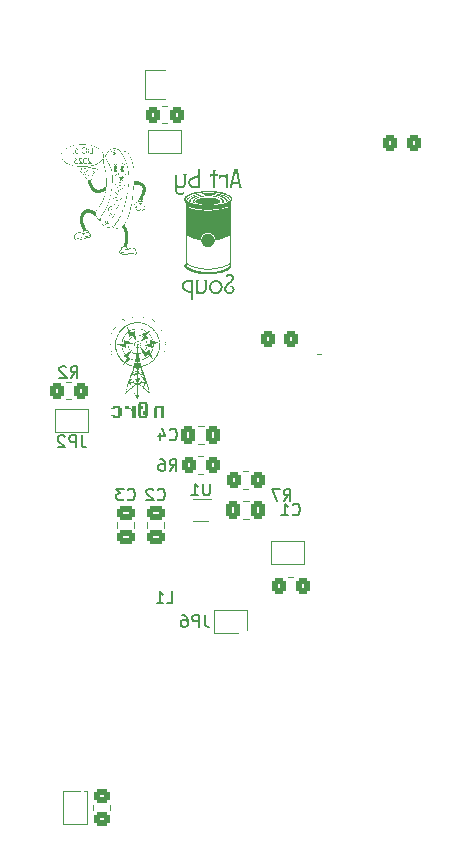
<source format=gbr>
%TF.GenerationSoftware,KiCad,Pcbnew,7.0.6*%
%TF.CreationDate,2023-07-13T14:25:20-05:00*%
%TF.ProjectId,SAO_AMAMW,53414f5f-414d-4414-9d57-2e6b69636164,rev?*%
%TF.SameCoordinates,Original*%
%TF.FileFunction,Legend,Bot*%
%TF.FilePolarity,Positive*%
%FSLAX46Y46*%
G04 Gerber Fmt 4.6, Leading zero omitted, Abs format (unit mm)*
G04 Created by KiCad (PCBNEW 7.0.6) date 2023-07-13 14:25:20*
%MOMM*%
%LPD*%
G01*
G04 APERTURE LIST*
G04 Aperture macros list*
%AMRoundRect*
0 Rectangle with rounded corners*
0 $1 Rounding radius*
0 $2 $3 $4 $5 $6 $7 $8 $9 X,Y pos of 4 corners*
0 Add a 4 corners polygon primitive as box body*
4,1,4,$2,$3,$4,$5,$6,$7,$8,$9,$2,$3,0*
0 Add four circle primitives for the rounded corners*
1,1,$1+$1,$2,$3*
1,1,$1+$1,$4,$5*
1,1,$1+$1,$6,$7*
1,1,$1+$1,$8,$9*
0 Add four rect primitives between the rounded corners*
20,1,$1+$1,$2,$3,$4,$5,0*
20,1,$1+$1,$4,$5,$6,$7,0*
20,1,$1+$1,$6,$7,$8,$9,0*
20,1,$1+$1,$8,$9,$2,$3,0*%
%AMFreePoly0*
4,1,6,1.000000,0.000000,0.500000,-0.750000,-0.500000,-0.750000,-0.500000,0.750000,0.500000,0.750000,1.000000,0.000000,1.000000,0.000000,$1*%
%AMFreePoly1*
4,1,6,0.500000,-0.750000,-0.650000,-0.750000,-0.150000,0.000000,-0.650000,0.750000,0.500000,0.750000,0.500000,-0.750000,0.500000,-0.750000,$1*%
G04 Aperture macros list end*
%ADD10C,0.000000*%
%ADD11C,0.150000*%
%ADD12C,0.500000*%
%ADD13C,0.010000*%
%ADD14C,0.120000*%
%ADD15O,1.727200X1.727200*%
%ADD16R,1.727200X1.727200*%
%ADD17C,1.727200*%
%ADD18RoundRect,0.250000X-0.350000X-0.450000X0.350000X-0.450000X0.350000X0.450000X-0.350000X0.450000X0*%
%ADD19R,1.000000X1.570000*%
%ADD20RoundRect,0.250000X-0.337500X-0.475000X0.337500X-0.475000X0.337500X0.475000X-0.337500X0.475000X0*%
%ADD21RoundRect,0.250000X0.350000X0.450000X-0.350000X0.450000X-0.350000X-0.450000X0.350000X-0.450000X0*%
%ADD22FreePoly0,180.000000*%
%ADD23FreePoly1,180.000000*%
%ADD24R,1.570000X1.000000*%
%ADD25RoundRect,0.250000X-0.475000X0.337500X-0.475000X-0.337500X0.475000X-0.337500X0.475000X0.337500X0*%
%ADD26FreePoly0,90.000000*%
%ADD27FreePoly1,90.000000*%
%ADD28RoundRect,0.250000X0.450000X-0.350000X0.450000X0.350000X-0.450000X0.350000X-0.450000X-0.350000X0*%
%ADD29FreePoly0,0.000000*%
%ADD30FreePoly1,0.000000*%
%ADD31R,2.540000X5.500000*%
%ADD32R,0.700000X0.340000*%
G04 APERTURE END LIST*
D10*
G36*
X129206296Y-77517586D02*
G01*
X129206305Y-77517751D01*
X129206319Y-77517897D01*
X129206339Y-77518028D01*
X129206362Y-77518146D01*
X129206391Y-77518255D01*
X129206423Y-77518358D01*
X129206458Y-77518458D01*
X129206628Y-77518888D01*
X129206675Y-77519019D01*
X129206724Y-77519165D01*
X129206773Y-77519330D01*
X129206822Y-77519516D01*
X129207129Y-77520140D01*
X129207454Y-77520721D01*
X129207795Y-77521263D01*
X129208153Y-77521765D01*
X129208527Y-77522230D01*
X129208915Y-77522660D01*
X129209317Y-77523056D01*
X129209732Y-77523419D01*
X129210160Y-77523751D01*
X129210600Y-77524053D01*
X129211050Y-77524328D01*
X129211510Y-77524576D01*
X129211980Y-77524800D01*
X129212458Y-77525000D01*
X129212944Y-77525179D01*
X129213437Y-77525337D01*
X129213239Y-77525535D01*
X129213048Y-77525734D01*
X129212957Y-77525833D01*
X129212869Y-77525932D01*
X129212787Y-77526031D01*
X129212709Y-77526131D01*
X129212638Y-77526230D01*
X129212574Y-77526329D01*
X129212517Y-77526428D01*
X129212469Y-77526527D01*
X129212449Y-77526577D01*
X129212431Y-77526627D01*
X129212415Y-77526676D01*
X129212402Y-77526726D01*
X129212392Y-77526775D01*
X129212384Y-77526825D01*
X129212380Y-77526875D01*
X129212378Y-77526924D01*
X129211712Y-77527418D01*
X129211005Y-77527908D01*
X129209481Y-77528888D01*
X129206062Y-77530926D01*
X129204211Y-77532028D01*
X129202296Y-77533213D01*
X129200336Y-77534503D01*
X129199347Y-77535194D01*
X129198356Y-77535920D01*
X129197926Y-77535421D01*
X129197530Y-77534917D01*
X129197167Y-77534407D01*
X129196837Y-77533893D01*
X129196539Y-77533375D01*
X129196272Y-77532853D01*
X129196035Y-77532329D01*
X129195830Y-77531803D01*
X129195654Y-77531275D01*
X129195507Y-77530747D01*
X129195390Y-77530218D01*
X129195300Y-77529689D01*
X129195238Y-77529160D01*
X129195204Y-77528634D01*
X129195196Y-77528109D01*
X129195214Y-77527586D01*
X129195258Y-77527067D01*
X129195326Y-77526552D01*
X129195420Y-77526040D01*
X129195537Y-77525534D01*
X129195677Y-77525033D01*
X129195841Y-77524538D01*
X129196027Y-77524049D01*
X129196235Y-77523568D01*
X129196464Y-77523094D01*
X129196714Y-77522629D01*
X129196984Y-77522173D01*
X129197274Y-77521726D01*
X129197583Y-77521289D01*
X129197911Y-77520863D01*
X129198620Y-77520045D01*
X129199160Y-77520039D01*
X129199688Y-77520019D01*
X129200205Y-77519983D01*
X129200712Y-77519930D01*
X129201210Y-77519858D01*
X129201699Y-77519766D01*
X129202180Y-77519653D01*
X129202655Y-77519516D01*
X129203123Y-77519355D01*
X129203586Y-77519167D01*
X129204044Y-77518951D01*
X129204499Y-77518706D01*
X129204950Y-77518430D01*
X129205399Y-77518121D01*
X129205846Y-77517778D01*
X129206293Y-77517400D01*
X129206296Y-77517586D01*
G37*
G36*
X127312894Y-78160664D02*
G01*
X127305960Y-78163337D01*
X127299045Y-78166125D01*
X127292179Y-78169049D01*
X127285394Y-78172132D01*
X127278720Y-78175394D01*
X127272189Y-78178858D01*
X127272188Y-78178835D01*
X127272186Y-78178809D01*
X127272181Y-78178775D01*
X127272173Y-78178735D01*
X127272161Y-78178691D01*
X127272145Y-78178643D01*
X127272135Y-78178618D01*
X127272123Y-78178593D01*
X127272110Y-78178569D01*
X127272095Y-78178544D01*
X127272079Y-78178520D01*
X127272060Y-78178496D01*
X127272040Y-78178473D01*
X127272017Y-78178451D01*
X127271993Y-78178431D01*
X127271966Y-78178411D01*
X127271937Y-78178394D01*
X127271905Y-78178378D01*
X127271871Y-78178363D01*
X127271835Y-78178351D01*
X127271795Y-78178342D01*
X127271753Y-78178335D01*
X127271708Y-78178330D01*
X127271661Y-78178329D01*
X127278083Y-78174866D01*
X127284650Y-78171611D01*
X127291352Y-78168548D01*
X127298185Y-78165662D01*
X127305141Y-78162937D01*
X127312216Y-78160358D01*
X127319402Y-78157909D01*
X127326693Y-78155575D01*
X127312894Y-78160664D01*
G37*
G36*
X138439902Y-73020600D02*
G01*
X138430780Y-73032925D01*
X138425636Y-73040333D01*
X138420324Y-73048400D01*
X138415013Y-73056996D01*
X138409868Y-73065995D01*
X138405057Y-73075266D01*
X138400747Y-73084683D01*
X138397104Y-73094115D01*
X138394295Y-73103436D01*
X138393256Y-73108014D01*
X138392487Y-73112516D01*
X138392011Y-73116925D01*
X138391848Y-73121226D01*
X138391848Y-73394871D01*
X138551194Y-73394871D01*
X138555059Y-73394728D01*
X138559089Y-73394310D01*
X138563265Y-73393635D01*
X138567569Y-73392723D01*
X138571980Y-73391590D01*
X138576481Y-73390257D01*
X138585676Y-73387058D01*
X138595002Y-73383273D01*
X138604308Y-73379049D01*
X138613444Y-73374532D01*
X138622259Y-73369868D01*
X138630602Y-73365205D01*
X138638322Y-73360687D01*
X138651290Y-73352679D01*
X138663113Y-73344865D01*
X138663113Y-73604620D01*
X138651290Y-73596806D01*
X138638322Y-73588798D01*
X138622259Y-73579617D01*
X138613444Y-73574953D01*
X138604308Y-73570436D01*
X138595002Y-73566212D01*
X138585676Y-73562427D01*
X138576481Y-73559229D01*
X138567569Y-73556762D01*
X138559089Y-73555175D01*
X138555059Y-73554757D01*
X138551194Y-73554614D01*
X138391848Y-73554614D01*
X138391848Y-74454131D01*
X138392011Y-74458205D01*
X138392487Y-74462416D01*
X138393256Y-74466747D01*
X138394295Y-74471180D01*
X138395585Y-74475698D01*
X138397104Y-74480283D01*
X138398831Y-74484918D01*
X138400747Y-74489586D01*
X138405057Y-74498947D01*
X138409868Y-74508228D01*
X138415013Y-74517289D01*
X138420324Y-74525990D01*
X138425636Y-74534190D01*
X138430780Y-74541751D01*
X138439902Y-74554394D01*
X138448801Y-74565851D01*
X138163248Y-74565851D01*
X138172147Y-74554422D01*
X138181268Y-74541803D01*
X138191724Y-74526064D01*
X138197036Y-74517372D01*
X138202180Y-74508316D01*
X138206991Y-74499035D01*
X138211302Y-74489669D01*
X138214945Y-74480357D01*
X138217753Y-74471237D01*
X138218793Y-74466793D01*
X138219561Y-74462449D01*
X138220037Y-74458222D01*
X138220201Y-74454131D01*
X138220201Y-73554415D01*
X138060855Y-73554415D01*
X138056989Y-73554559D01*
X138052959Y-73554977D01*
X138048783Y-73555651D01*
X138044480Y-73556564D01*
X138040068Y-73557696D01*
X138035567Y-73559030D01*
X138026373Y-73562229D01*
X138017047Y-73566013D01*
X138007740Y-73570237D01*
X137998604Y-73574755D01*
X137989789Y-73579418D01*
X137981446Y-73584082D01*
X137973726Y-73588599D01*
X137960758Y-73596608D01*
X137948936Y-73604421D01*
X137948936Y-73344865D01*
X137960758Y-73352679D01*
X137973726Y-73360687D01*
X137989789Y-73369868D01*
X137998604Y-73374532D01*
X138007740Y-73379049D01*
X138017047Y-73383273D01*
X138026373Y-73387058D01*
X138035567Y-73390257D01*
X138044480Y-73392723D01*
X138052959Y-73394310D01*
X138056989Y-73394728D01*
X138060855Y-73394871D01*
X138220201Y-73394871D01*
X138220201Y-73009506D01*
X138448801Y-73009506D01*
X138439902Y-73020600D01*
G37*
G36*
X130918308Y-80156987D02*
G01*
X130934651Y-80158439D01*
X130964185Y-80161118D01*
X131111066Y-80182437D01*
X131199254Y-80194189D01*
X131245208Y-80199163D01*
X131291706Y-80203086D01*
X131338225Y-80205624D01*
X131384244Y-80206440D01*
X131429241Y-80205197D01*
X131472693Y-80201561D01*
X131514079Y-80195194D01*
X131552876Y-80185762D01*
X131571140Y-80179791D01*
X131588562Y-80172927D01*
X131605076Y-80165129D01*
X131620616Y-80156354D01*
X131666124Y-80167731D01*
X131667842Y-80168079D01*
X131669521Y-80168329D01*
X131671161Y-80168484D01*
X131672759Y-80168546D01*
X131674317Y-80168516D01*
X131675831Y-80168396D01*
X131677300Y-80168189D01*
X131678725Y-80167897D01*
X131680103Y-80167520D01*
X131681433Y-80167062D01*
X131682715Y-80166524D01*
X131683946Y-80165908D01*
X131685127Y-80165216D01*
X131686255Y-80164450D01*
X131687329Y-80163612D01*
X131688349Y-80162704D01*
X131689037Y-80162688D01*
X131689713Y-80162644D01*
X131690375Y-80162571D01*
X131691024Y-80162472D01*
X131691659Y-80162348D01*
X131692279Y-80162201D01*
X131692885Y-80162033D01*
X131693475Y-80161844D01*
X131694051Y-80161636D01*
X131694610Y-80161412D01*
X131695153Y-80161172D01*
X131695679Y-80160918D01*
X131696188Y-80160651D01*
X131696680Y-80160374D01*
X131697154Y-80160087D01*
X131697609Y-80159793D01*
X131686156Y-80171642D01*
X131674232Y-80182241D01*
X131661859Y-80191675D01*
X131649054Y-80200026D01*
X131635839Y-80207379D01*
X131622233Y-80213818D01*
X131608255Y-80219425D01*
X131593926Y-80224285D01*
X131579265Y-80228482D01*
X131564292Y-80232098D01*
X131549027Y-80235219D01*
X131533489Y-80237927D01*
X131501676Y-80242442D01*
X131469009Y-80246311D01*
X131434660Y-80249441D01*
X131399824Y-80251266D01*
X131364572Y-80251904D01*
X131328974Y-80251471D01*
X131293102Y-80250083D01*
X131257027Y-80247856D01*
X131184549Y-80241351D01*
X131112109Y-80232886D01*
X131040273Y-80223392D01*
X130900685Y-80205036D01*
X130900685Y-80205038D01*
X130898909Y-80205015D01*
X130897146Y-80204951D01*
X130895382Y-80204857D01*
X130893607Y-80204741D01*
X130889969Y-80204480D01*
X130886133Y-80204245D01*
X130886133Y-80202922D01*
X130888021Y-80202834D01*
X130889863Y-80202573D01*
X130891654Y-80202150D01*
X130893389Y-80201571D01*
X130895064Y-80200845D01*
X130896675Y-80199980D01*
X130898216Y-80198984D01*
X130899684Y-80197866D01*
X130901074Y-80196633D01*
X130902380Y-80195295D01*
X130903599Y-80193858D01*
X130904727Y-80192332D01*
X130905757Y-80190724D01*
X130906687Y-80189043D01*
X130907511Y-80187296D01*
X130908225Y-80185492D01*
X130908824Y-80183640D01*
X130909304Y-80181747D01*
X130909660Y-80179821D01*
X130909888Y-80177871D01*
X130909983Y-80175906D01*
X130909940Y-80173932D01*
X130909755Y-80171958D01*
X130909424Y-80169993D01*
X130908941Y-80168045D01*
X130908303Y-80166121D01*
X130907505Y-80164231D01*
X130906541Y-80162382D01*
X130905409Y-80160582D01*
X130904102Y-80158840D01*
X130902617Y-80157163D01*
X130900949Y-80155561D01*
X130918308Y-80156987D01*
G37*
G36*
X131737012Y-73954058D02*
G01*
X131806490Y-73959175D01*
X131875374Y-73968680D01*
X131943207Y-73982644D01*
X132009528Y-74001139D01*
X132073880Y-74024238D01*
X132135805Y-74052013D01*
X132194843Y-74084535D01*
X132250536Y-74121877D01*
X132276985Y-74142379D01*
X132302426Y-74164112D01*
X132326802Y-74187086D01*
X132350055Y-74211310D01*
X132372128Y-74236793D01*
X132392963Y-74263544D01*
X132412504Y-74291573D01*
X132430692Y-74320887D01*
X132447472Y-74351496D01*
X132462784Y-74383410D01*
X132479595Y-74425281D01*
X132492938Y-74467418D01*
X132502992Y-74509769D01*
X132509938Y-74552284D01*
X132513954Y-74594913D01*
X132515218Y-74637604D01*
X132513911Y-74680306D01*
X132510211Y-74722970D01*
X132504297Y-74765543D01*
X132496348Y-74807976D01*
X132486544Y-74850217D01*
X132475062Y-74892216D01*
X132462084Y-74933922D01*
X132447787Y-74975284D01*
X132432350Y-75016252D01*
X132415953Y-75056774D01*
X132289185Y-75331643D01*
X132273718Y-75368555D01*
X132259221Y-75405732D01*
X132245959Y-75443086D01*
X132234197Y-75480525D01*
X132224201Y-75517960D01*
X132216236Y-75555300D01*
X132210568Y-75592454D01*
X132207462Y-75629333D01*
X132201114Y-75623489D01*
X132194436Y-75617868D01*
X132180160Y-75607300D01*
X132164782Y-75597653D01*
X132148447Y-75588951D01*
X132131301Y-75581216D01*
X132113491Y-75574471D01*
X132095161Y-75568740D01*
X132076460Y-75564047D01*
X132057532Y-75560414D01*
X132038524Y-75557864D01*
X132019581Y-75556422D01*
X132000851Y-75556109D01*
X131982479Y-75556950D01*
X131964611Y-75558968D01*
X131947393Y-75562186D01*
X131930972Y-75566627D01*
X131940846Y-75513865D01*
X131953820Y-75461068D01*
X131969478Y-75408260D01*
X131987403Y-75355468D01*
X132007179Y-75302719D01*
X132028390Y-75250037D01*
X132073450Y-75144980D01*
X132119255Y-75040506D01*
X132162474Y-74936823D01*
X132182073Y-74885343D01*
X132199777Y-74834139D01*
X132215170Y-74783236D01*
X132227834Y-74732660D01*
X132234850Y-74694469D01*
X132238671Y-74658014D01*
X132239427Y-74623272D01*
X132237249Y-74590221D01*
X132232266Y-74558837D01*
X132224610Y-74529098D01*
X132214411Y-74500980D01*
X132201798Y-74474460D01*
X132186902Y-74449515D01*
X132169854Y-74426122D01*
X132150784Y-74404258D01*
X132129822Y-74383900D01*
X132107098Y-74365025D01*
X132082744Y-74347609D01*
X132056888Y-74331631D01*
X132029662Y-74317066D01*
X132001195Y-74303891D01*
X131971619Y-74292085D01*
X131941063Y-74281622D01*
X131909658Y-74272481D01*
X131877534Y-74264639D01*
X131844821Y-74258072D01*
X131811650Y-74252757D01*
X131778151Y-74248671D01*
X131744454Y-74245791D01*
X131710690Y-74244095D01*
X131676989Y-74243558D01*
X131643481Y-74244159D01*
X131610297Y-74245873D01*
X131577566Y-74248678D01*
X131545420Y-74252551D01*
X131513989Y-74257468D01*
X131522389Y-74112278D01*
X131529599Y-73964310D01*
X131598108Y-73956698D01*
X131667398Y-73953256D01*
X131737012Y-73954058D01*
G37*
G36*
X139491826Y-73406000D02*
G01*
X139482719Y-73418364D01*
X139477587Y-73425796D01*
X139472292Y-73433889D01*
X139467001Y-73442515D01*
X139461882Y-73451544D01*
X139457103Y-73460849D01*
X139452831Y-73470300D01*
X139449233Y-73479768D01*
X139446477Y-73489124D01*
X139445467Y-73493721D01*
X139444731Y-73498241D01*
X139444288Y-73502669D01*
X139444161Y-73506989D01*
X139444161Y-74454330D01*
X139444324Y-74458404D01*
X139444800Y-74462615D01*
X139445568Y-74466946D01*
X139446608Y-74471379D01*
X139447897Y-74475897D01*
X139449416Y-74480483D01*
X139451144Y-74485118D01*
X139453059Y-74489785D01*
X139457370Y-74499146D01*
X139462181Y-74508427D01*
X139467326Y-74517488D01*
X139472637Y-74526189D01*
X139477949Y-74534389D01*
X139483093Y-74541950D01*
X139492215Y-74554593D01*
X139501114Y-74566050D01*
X139215561Y-74566050D01*
X139224521Y-74554621D01*
X139233706Y-74542003D01*
X139244235Y-74526263D01*
X139249584Y-74517571D01*
X139254764Y-74508515D01*
X139259609Y-74499234D01*
X139263949Y-74489869D01*
X139267617Y-74480556D01*
X139270446Y-74471436D01*
X139271492Y-74466992D01*
X139272266Y-74462648D01*
X139272745Y-74458421D01*
X139272910Y-74454330D01*
X139272910Y-73718920D01*
X139271743Y-73708794D01*
X139270077Y-73698991D01*
X139267926Y-73689511D01*
X139265305Y-73680354D01*
X139262231Y-73671520D01*
X139258717Y-73663008D01*
X139254780Y-73654819D01*
X139250434Y-73646953D01*
X139245695Y-73639408D01*
X139240577Y-73632186D01*
X139235097Y-73625287D01*
X139229270Y-73618709D01*
X139223110Y-73612453D01*
X139216632Y-73606519D01*
X139209853Y-73600907D01*
X139202787Y-73595616D01*
X139195450Y-73590647D01*
X139187856Y-73585999D01*
X139171961Y-73577667D01*
X139155223Y-73570620D01*
X139137765Y-73564855D01*
X139119707Y-73560373D01*
X139101173Y-73557173D01*
X139082284Y-73555254D01*
X139063161Y-73554614D01*
X139051552Y-73555140D01*
X139039495Y-73556673D01*
X139027042Y-73559146D01*
X139014248Y-73562493D01*
X139001165Y-73566645D01*
X138987849Y-73571535D01*
X138974352Y-73577097D01*
X138960727Y-73583263D01*
X138933312Y-73597140D01*
X138906030Y-73612629D01*
X138879313Y-73629192D01*
X138853587Y-73646292D01*
X138829282Y-73663392D01*
X138806826Y-73679955D01*
X138769179Y-73709321D01*
X138734946Y-73737970D01*
X138734946Y-73478216D01*
X138739693Y-73480820D01*
X138744856Y-73483490D01*
X138751193Y-73486550D01*
X138758191Y-73489610D01*
X138761777Y-73491018D01*
X138765335Y-73492280D01*
X138768801Y-73493346D01*
X138772112Y-73494168D01*
X138775202Y-73494697D01*
X138778007Y-73494884D01*
X138778586Y-73494802D01*
X138779499Y-73494553D01*
X138782317Y-73493539D01*
X138786428Y-73491808D01*
X138791799Y-73489328D01*
X138798398Y-73486067D01*
X138806192Y-73481992D01*
X138815149Y-73477071D01*
X138825235Y-73471270D01*
X138853800Y-73456365D01*
X138868634Y-73449187D01*
X138883787Y-73442255D01*
X138899224Y-73435613D01*
X138914909Y-73429307D01*
X138930806Y-73423385D01*
X138946878Y-73417890D01*
X138963090Y-73412870D01*
X138979405Y-73408371D01*
X138995788Y-73404437D01*
X139012201Y-73401116D01*
X139028611Y-73398453D01*
X139044979Y-73396494D01*
X139061271Y-73395285D01*
X139077450Y-73394872D01*
X139090757Y-73395066D01*
X139103892Y-73395648D01*
X139116861Y-73396614D01*
X139129667Y-73397960D01*
X139142316Y-73399682D01*
X139154814Y-73401778D01*
X139167164Y-73404244D01*
X139179372Y-73407075D01*
X139191443Y-73410270D01*
X139203382Y-73413824D01*
X139215194Y-73417733D01*
X139226883Y-73421995D01*
X139238455Y-73426606D01*
X139249914Y-73431562D01*
X139261266Y-73436860D01*
X139272515Y-73442497D01*
X139272515Y-73394872D01*
X139500719Y-73394872D01*
X139491826Y-73406000D01*
G37*
G36*
X127818971Y-73234866D02*
G01*
X127820230Y-73235021D01*
X127821472Y-73235263D01*
X127822691Y-73235588D01*
X127823884Y-73235993D01*
X127825047Y-73236473D01*
X127826175Y-73237025D01*
X127827264Y-73237644D01*
X127828310Y-73238326D01*
X127829309Y-73239069D01*
X127830256Y-73239867D01*
X127831148Y-73240717D01*
X127831980Y-73241614D01*
X127832747Y-73242556D01*
X127833447Y-73243538D01*
X127834073Y-73244556D01*
X127834623Y-73245606D01*
X127835092Y-73246685D01*
X127835476Y-73247788D01*
X127835770Y-73248911D01*
X127835970Y-73250051D01*
X127836073Y-73251204D01*
X127836074Y-73252365D01*
X127835968Y-73253531D01*
X127835752Y-73254698D01*
X127835752Y-73255227D01*
X127835704Y-73255253D01*
X127835658Y-73255282D01*
X127835616Y-73255314D01*
X127835577Y-73255349D01*
X127835540Y-73255386D01*
X127835506Y-73255426D01*
X127835475Y-73255468D01*
X127835446Y-73255512D01*
X127835419Y-73255558D01*
X127835394Y-73255606D01*
X127835351Y-73255706D01*
X127835316Y-73255811D01*
X127835288Y-73255921D01*
X127835267Y-73256034D01*
X127835250Y-73256149D01*
X127835238Y-73256265D01*
X127835230Y-73256380D01*
X127835223Y-73256605D01*
X127835222Y-73256814D01*
X127834849Y-73257387D01*
X127834520Y-73257922D01*
X127834227Y-73258432D01*
X127834093Y-73258682D01*
X127833966Y-73258931D01*
X127833845Y-73259179D01*
X127833729Y-73259429D01*
X127833618Y-73259682D01*
X127833511Y-73259939D01*
X127833305Y-73260475D01*
X127833106Y-73261047D01*
X127832312Y-73261647D01*
X127831915Y-73261954D01*
X127831518Y-73262271D01*
X127831121Y-73262600D01*
X127830724Y-73262945D01*
X127830327Y-73263308D01*
X127829930Y-73263693D01*
X127826820Y-73266053D01*
X127823739Y-73268272D01*
X127820683Y-73270351D01*
X127817652Y-73272292D01*
X127814643Y-73274097D01*
X127811653Y-73275767D01*
X127808680Y-73277304D01*
X127805721Y-73278708D01*
X127802775Y-73279983D01*
X127799839Y-73281129D01*
X127796911Y-73282148D01*
X127793988Y-73283041D01*
X127791069Y-73283810D01*
X127788150Y-73284457D01*
X127785230Y-73284983D01*
X127782305Y-73285389D01*
X127785927Y-73279761D01*
X127789453Y-73273996D01*
X127792886Y-73268107D01*
X127796229Y-73262106D01*
X127799485Y-73256006D01*
X127802658Y-73249819D01*
X127805750Y-73243558D01*
X127808764Y-73237235D01*
X127810014Y-73236551D01*
X127811279Y-73235986D01*
X127812556Y-73235536D01*
X127813841Y-73235196D01*
X127815129Y-73234963D01*
X127816416Y-73234833D01*
X127817698Y-73234802D01*
X127818971Y-73234866D01*
G37*
G36*
X127415858Y-73388048D02*
G01*
X127420036Y-73388432D01*
X127424821Y-73388990D01*
X127430202Y-73389722D01*
X127436165Y-73390627D01*
X127449791Y-73392959D01*
X127465600Y-73395985D01*
X127460277Y-73398691D01*
X127455012Y-73401459D01*
X127449791Y-73404301D01*
X127444598Y-73407230D01*
X127439418Y-73410258D01*
X127434234Y-73413398D01*
X127429032Y-73416662D01*
X127423796Y-73420062D01*
X127421960Y-73411972D01*
X127420025Y-73403956D01*
X127417991Y-73395989D01*
X127415858Y-73388048D01*
G37*
G36*
X130893753Y-79787107D02*
G01*
X130894487Y-79787241D01*
X130895214Y-79787397D01*
X130895935Y-79787574D01*
X130896647Y-79787769D01*
X130897351Y-79787981D01*
X130898047Y-79788209D01*
X130898733Y-79788450D01*
X130900079Y-79788969D01*
X130901383Y-79789525D01*
X130902645Y-79790106D01*
X130903860Y-79790699D01*
X130901787Y-79793040D01*
X130899730Y-79795482D01*
X130897679Y-79798006D01*
X130895625Y-79800588D01*
X130891470Y-79805843D01*
X130889350Y-79808471D01*
X130887191Y-79811073D01*
X130887190Y-79811073D01*
X130888059Y-79808160D01*
X130888881Y-79805189D01*
X130889660Y-79802175D01*
X130890399Y-79799133D01*
X130891767Y-79793027D01*
X130893011Y-79786995D01*
X130893753Y-79787107D01*
G37*
G36*
X127026550Y-72953784D02*
G01*
X127026434Y-72954229D01*
X127026176Y-72955115D01*
X127025893Y-72955988D01*
X127025597Y-72956843D01*
X127025018Y-72958472D01*
X127024760Y-72959233D01*
X127024539Y-72959952D01*
X127024203Y-72961996D01*
X127024079Y-72963960D01*
X127024155Y-72965839D01*
X127024420Y-72967632D01*
X127024860Y-72969334D01*
X127025463Y-72970943D01*
X127026217Y-72972455D01*
X127027110Y-72973867D01*
X127028129Y-72975176D01*
X127029263Y-72976379D01*
X127030498Y-72977472D01*
X127031822Y-72978453D01*
X127033224Y-72979318D01*
X127034690Y-72980063D01*
X127036209Y-72980687D01*
X127037768Y-72981185D01*
X127039355Y-72981554D01*
X127040958Y-72981791D01*
X127042564Y-72981893D01*
X127044160Y-72981857D01*
X127045736Y-72981680D01*
X127047278Y-72981358D01*
X127048774Y-72980888D01*
X127050212Y-72980267D01*
X127051579Y-72979491D01*
X127052863Y-72978559D01*
X127054053Y-72977465D01*
X127055134Y-72976208D01*
X127056096Y-72974784D01*
X127056926Y-72973189D01*
X127057612Y-72971421D01*
X127058141Y-72969477D01*
X127059175Y-72965471D01*
X127060258Y-72961440D01*
X127062375Y-72953602D01*
X127072211Y-72955831D01*
X127082113Y-72958914D01*
X127092063Y-72962804D01*
X127102041Y-72967452D01*
X127112030Y-72972810D01*
X127122011Y-72978831D01*
X127131966Y-72985467D01*
X127141878Y-72992669D01*
X127161495Y-73008581D01*
X127180716Y-73026183D01*
X127199396Y-73045093D01*
X127217387Y-73064925D01*
X127234545Y-73085297D01*
X127250722Y-73105825D01*
X127265773Y-73126125D01*
X127279552Y-73145813D01*
X127291912Y-73164506D01*
X127302708Y-73181820D01*
X127311792Y-73197372D01*
X127319020Y-73210777D01*
X127316803Y-73211155D01*
X127314617Y-73211594D01*
X127312461Y-73212094D01*
X127310334Y-73212654D01*
X127308238Y-73213272D01*
X127306170Y-73213949D01*
X127304131Y-73214682D01*
X127302120Y-73215473D01*
X127300137Y-73216319D01*
X127298182Y-73217221D01*
X127296254Y-73218176D01*
X127294352Y-73219185D01*
X127292477Y-73220247D01*
X127290628Y-73221361D01*
X127288804Y-73222526D01*
X127287006Y-73223741D01*
X127266818Y-73185300D01*
X127254378Y-73163161D01*
X127240501Y-73139951D01*
X127225283Y-73116325D01*
X127208820Y-73092940D01*
X127191207Y-73070451D01*
X127181999Y-73059747D01*
X127172540Y-73049513D01*
X127162842Y-73039831D01*
X127152915Y-73030783D01*
X127142774Y-73022451D01*
X127132428Y-73014917D01*
X127121891Y-73008262D01*
X127111175Y-73002569D01*
X127100290Y-72997920D01*
X127089250Y-72994397D01*
X127078066Y-72992081D01*
X127066751Y-72991055D01*
X127055315Y-72991401D01*
X127043772Y-72993200D01*
X127032132Y-72996535D01*
X127020409Y-73001487D01*
X127008614Y-73008139D01*
X126996758Y-73016572D01*
X126991757Y-73020929D01*
X126987500Y-73025458D01*
X126983956Y-73030144D01*
X126981096Y-73034972D01*
X126978888Y-73039929D01*
X126977304Y-73045000D01*
X126976313Y-73050170D01*
X126975885Y-73055425D01*
X126975990Y-73060750D01*
X126976598Y-73066132D01*
X126977678Y-73071555D01*
X126979201Y-73077006D01*
X126981137Y-73082469D01*
X126983455Y-73087931D01*
X126986126Y-73093377D01*
X126989118Y-73098792D01*
X126992403Y-73104162D01*
X126995951Y-73109473D01*
X127003711Y-73119858D01*
X127012159Y-73129833D01*
X127021054Y-73139281D01*
X127030156Y-73148088D01*
X127039222Y-73156137D01*
X127048014Y-73163313D01*
X127056289Y-73169502D01*
X127077418Y-73184910D01*
X127097490Y-73200506D01*
X127116571Y-73216337D01*
X127134726Y-73232448D01*
X127152020Y-73248884D01*
X127168520Y-73265691D01*
X127184290Y-73282915D01*
X127199396Y-73300603D01*
X127213904Y-73318798D01*
X127227879Y-73337548D01*
X127241386Y-73356898D01*
X127254491Y-73376894D01*
X127267260Y-73397581D01*
X127279759Y-73419005D01*
X127292051Y-73441212D01*
X127304204Y-73464247D01*
X127320218Y-73493445D01*
X127337585Y-73522001D01*
X127356282Y-73549763D01*
X127376287Y-73576580D01*
X127397575Y-73602298D01*
X127420123Y-73626768D01*
X127443908Y-73649836D01*
X127468907Y-73671350D01*
X127495097Y-73691159D01*
X127522454Y-73709111D01*
X127550956Y-73725054D01*
X127580578Y-73738835D01*
X127595802Y-73744868D01*
X127611298Y-73750304D01*
X127627062Y-73755123D01*
X127643092Y-73759308D01*
X127659385Y-73762837D01*
X127675937Y-73765694D01*
X127692747Y-73767859D01*
X127709810Y-73769312D01*
X127731837Y-73769895D01*
X127752416Y-73768869D01*
X127771613Y-73766309D01*
X127789490Y-73762292D01*
X127806110Y-73756895D01*
X127821538Y-73750195D01*
X127835836Y-73742269D01*
X127849068Y-73733192D01*
X127861298Y-73723043D01*
X127872588Y-73711897D01*
X127883002Y-73699831D01*
X127892604Y-73686922D01*
X127901457Y-73673246D01*
X127909625Y-73658881D01*
X127924156Y-73628388D01*
X127936707Y-73596057D01*
X127947783Y-73562500D01*
X127967544Y-73494166D01*
X127977243Y-73460615D01*
X127987497Y-73428294D01*
X127998813Y-73397814D01*
X128011700Y-73369791D01*
X128011248Y-73371293D01*
X128010976Y-73372771D01*
X128010876Y-73374219D01*
X128010939Y-73375633D01*
X128011157Y-73377008D01*
X128011522Y-73378340D01*
X128012024Y-73379623D01*
X128012655Y-73380854D01*
X128013407Y-73382028D01*
X128014271Y-73383139D01*
X128015238Y-73384184D01*
X128016300Y-73385158D01*
X128017448Y-73386055D01*
X128018674Y-73386872D01*
X128019969Y-73387604D01*
X128021324Y-73388246D01*
X128022732Y-73388793D01*
X128024182Y-73389241D01*
X128025668Y-73389585D01*
X128027180Y-73389821D01*
X128028709Y-73389943D01*
X128030248Y-73389948D01*
X128031786Y-73389830D01*
X128033317Y-73389585D01*
X128034831Y-73389209D01*
X128036320Y-73388696D01*
X128037776Y-73388041D01*
X128039188Y-73387241D01*
X128040550Y-73386291D01*
X128041852Y-73385186D01*
X128043086Y-73383921D01*
X128044244Y-73382491D01*
X128034776Y-73400901D01*
X128026496Y-73419313D01*
X128019227Y-73437719D01*
X128012792Y-73456108D01*
X128007014Y-73474470D01*
X128001716Y-73492796D01*
X127991856Y-73529302D01*
X127981798Y-73565547D01*
X127976253Y-73583548D01*
X127970128Y-73601455D01*
X127963246Y-73619257D01*
X127955431Y-73636946D01*
X127946506Y-73654512D01*
X127936294Y-73671945D01*
X127935263Y-73670913D01*
X127934159Y-73669999D01*
X127932991Y-73669200D01*
X127931766Y-73668515D01*
X127930493Y-73667942D01*
X127929179Y-73667479D01*
X127927833Y-73667125D01*
X127926463Y-73666877D01*
X127925076Y-73666734D01*
X127923682Y-73666693D01*
X127922287Y-73666754D01*
X127920900Y-73666913D01*
X127919528Y-73667170D01*
X127918181Y-73667522D01*
X127916866Y-73667968D01*
X127915590Y-73668506D01*
X127914363Y-73669133D01*
X127913192Y-73669849D01*
X127912085Y-73670651D01*
X127911050Y-73671537D01*
X127910095Y-73672506D01*
X127909229Y-73673556D01*
X127908459Y-73674684D01*
X127907793Y-73675889D01*
X127907240Y-73677170D01*
X127906807Y-73678524D01*
X127906503Y-73679949D01*
X127906335Y-73681444D01*
X127906312Y-73683007D01*
X127906441Y-73684636D01*
X127906731Y-73686329D01*
X127907190Y-73688085D01*
X127907872Y-73690267D01*
X127908529Y-73692446D01*
X127909769Y-73696783D01*
X127910910Y-73701070D01*
X127911952Y-73705283D01*
X127899935Y-73718977D01*
X127887229Y-73731502D01*
X127873875Y-73742889D01*
X127859916Y-73753164D01*
X127845394Y-73762357D01*
X127830352Y-73770497D01*
X127814832Y-73777613D01*
X127798876Y-73783732D01*
X127782526Y-73788883D01*
X127765824Y-73793096D01*
X127748813Y-73796400D01*
X127731535Y-73798821D01*
X127714032Y-73800390D01*
X127696347Y-73801135D01*
X127678521Y-73801085D01*
X127660598Y-73800268D01*
X127652858Y-73799726D01*
X127645213Y-73798994D01*
X127637659Y-73798074D01*
X127630191Y-73796969D01*
X127622806Y-73795681D01*
X127615498Y-73794213D01*
X127608264Y-73792566D01*
X127601100Y-73790743D01*
X127594000Y-73788747D01*
X127586961Y-73786579D01*
X127579979Y-73784242D01*
X127573050Y-73781739D01*
X127566168Y-73779071D01*
X127559330Y-73776242D01*
X127552532Y-73773252D01*
X127545769Y-73770106D01*
X127546487Y-73768616D01*
X127547253Y-73767121D01*
X127548061Y-73765613D01*
X127548910Y-73764086D01*
X127550717Y-73760953D01*
X127552648Y-73757670D01*
X127553668Y-73755938D01*
X127554454Y-73754219D01*
X127555017Y-73752518D01*
X127555367Y-73750843D01*
X127555516Y-73749200D01*
X127555473Y-73747596D01*
X127555251Y-73746036D01*
X127554859Y-73744528D01*
X127554309Y-73743077D01*
X127553611Y-73741691D01*
X127552776Y-73740375D01*
X127551815Y-73739137D01*
X127550739Y-73737981D01*
X127549558Y-73736916D01*
X127548283Y-73735947D01*
X127546926Y-73735082D01*
X127545496Y-73734325D01*
X127544006Y-73733684D01*
X127542464Y-73733165D01*
X127540883Y-73732775D01*
X127539273Y-73732520D01*
X127537646Y-73732407D01*
X127536010Y-73732441D01*
X127534379Y-73732630D01*
X127532761Y-73732980D01*
X127531169Y-73733497D01*
X127529613Y-73734187D01*
X127528104Y-73735058D01*
X127526652Y-73736116D01*
X127525268Y-73737366D01*
X127523964Y-73738817D01*
X127522749Y-73740473D01*
X127521769Y-73742060D01*
X127520811Y-73743652D01*
X127519871Y-73745249D01*
X127518946Y-73746855D01*
X127517131Y-73750109D01*
X127515341Y-73753437D01*
X127491087Y-73737719D01*
X127467727Y-73720250D01*
X127445250Y-73701210D01*
X127423647Y-73680776D01*
X127402905Y-73659126D01*
X127383014Y-73636440D01*
X127363964Y-73612894D01*
X127345743Y-73588668D01*
X127328341Y-73563939D01*
X127311746Y-73538887D01*
X127295949Y-73513689D01*
X127280937Y-73488523D01*
X127253228Y-73439003D01*
X127228533Y-73391752D01*
X127228532Y-73391752D01*
X127222934Y-73381176D01*
X127217016Y-73370965D01*
X127210794Y-73361100D01*
X127204283Y-73351563D01*
X127190460Y-73333392D01*
X127175677Y-73316300D01*
X127160062Y-73300134D01*
X127143742Y-73284740D01*
X127126846Y-73269965D01*
X127109503Y-73255657D01*
X127038218Y-73200024D01*
X127020561Y-73185751D01*
X127003226Y-73171025D01*
X126986341Y-73155694D01*
X126970034Y-73139604D01*
X126967133Y-73136443D01*
X126964383Y-73133164D01*
X126959337Y-73126280D01*
X126954903Y-73119005D01*
X126951084Y-73111393D01*
X126947885Y-73103495D01*
X126945310Y-73095365D01*
X126943366Y-73087055D01*
X126942055Y-73078618D01*
X126941383Y-73070106D01*
X126941354Y-73061573D01*
X126941973Y-73053070D01*
X126943245Y-73044652D01*
X126945175Y-73036370D01*
X126947766Y-73028276D01*
X126951024Y-73020425D01*
X126954953Y-73012869D01*
X126958872Y-73006421D01*
X126962885Y-73000370D01*
X126966989Y-72994708D01*
X126971179Y-72989428D01*
X126975452Y-72984523D01*
X126979803Y-72979987D01*
X126984227Y-72975811D01*
X126988720Y-72971990D01*
X126993279Y-72968516D01*
X126997899Y-72965383D01*
X127002575Y-72962583D01*
X127007303Y-72960109D01*
X127012080Y-72957954D01*
X127016900Y-72956112D01*
X127021760Y-72954575D01*
X127026655Y-72953337D01*
X127026550Y-72953784D01*
G37*
G36*
X127153655Y-72496666D02*
G01*
X127153453Y-72496402D01*
X127153655Y-72496402D01*
X127153655Y-72496666D01*
G37*
G36*
X128016420Y-71115235D02*
G01*
X128013666Y-71119009D01*
X128012112Y-71121276D01*
X128010508Y-71123743D01*
X128008905Y-71126372D01*
X128007351Y-71129123D01*
X128005898Y-71131956D01*
X128004597Y-71134831D01*
X128003497Y-71137710D01*
X128002648Y-71140552D01*
X128002335Y-71141947D01*
X128002103Y-71143318D01*
X128001959Y-71144660D01*
X128001909Y-71145968D01*
X128001909Y-71587823D01*
X128001910Y-71587823D01*
X128001960Y-71589178D01*
X128002106Y-71590563D01*
X128002342Y-71591973D01*
X128002660Y-71593403D01*
X128003055Y-71594847D01*
X128003520Y-71596302D01*
X128004049Y-71597763D01*
X128004635Y-71599224D01*
X128005271Y-71600682D01*
X128005952Y-71602131D01*
X128007421Y-71604984D01*
X128008991Y-71607746D01*
X128010608Y-71610378D01*
X128012223Y-71612843D01*
X128013783Y-71615103D01*
X128016532Y-71618853D01*
X128019108Y-71622218D01*
X127845012Y-71622218D01*
X127830365Y-71621916D01*
X127816140Y-71621016D01*
X127802341Y-71619529D01*
X127788970Y-71617465D01*
X127776031Y-71614833D01*
X127763526Y-71611644D01*
X127751457Y-71607908D01*
X127739828Y-71603636D01*
X127728641Y-71598836D01*
X127717899Y-71593520D01*
X127707604Y-71587698D01*
X127697761Y-71581379D01*
X127688370Y-71574574D01*
X127679435Y-71567293D01*
X127670960Y-71559546D01*
X127662946Y-71551343D01*
X127655396Y-71542695D01*
X127648313Y-71533610D01*
X127641700Y-71524101D01*
X127635560Y-71514176D01*
X127629895Y-71503846D01*
X127624708Y-71493121D01*
X127620002Y-71482010D01*
X127615779Y-71470525D01*
X127612044Y-71458676D01*
X127608797Y-71446471D01*
X127606042Y-71433923D01*
X127603782Y-71421040D01*
X127602019Y-71407832D01*
X127600757Y-71394311D01*
X127599997Y-71380486D01*
X127599748Y-71366631D01*
X127653188Y-71366631D01*
X127653407Y-71379214D01*
X127654061Y-71391413D01*
X127655147Y-71403226D01*
X127656661Y-71414654D01*
X127658599Y-71425695D01*
X127660958Y-71436348D01*
X127663735Y-71446612D01*
X127666926Y-71456486D01*
X127670527Y-71465969D01*
X127674536Y-71475059D01*
X127678947Y-71483757D01*
X127683759Y-71492060D01*
X127688966Y-71499969D01*
X127694567Y-71507481D01*
X127700557Y-71514596D01*
X127706932Y-71521313D01*
X127713690Y-71527631D01*
X127720826Y-71533548D01*
X127728337Y-71539064D01*
X127736220Y-71544178D01*
X127744471Y-71548889D01*
X127753086Y-71553195D01*
X127762062Y-71557096D01*
X127771395Y-71560591D01*
X127781083Y-71563679D01*
X127791121Y-71566358D01*
X127801505Y-71568627D01*
X127812233Y-71570487D01*
X127823300Y-71571935D01*
X127834704Y-71572970D01*
X127846440Y-71573592D01*
X127858505Y-71573800D01*
X127949258Y-71573800D01*
X127949258Y-71160785D01*
X127878613Y-71160785D01*
X127864721Y-71160987D01*
X127851272Y-71161591D01*
X127838266Y-71162598D01*
X127825704Y-71164009D01*
X127813583Y-71165822D01*
X127801906Y-71168037D01*
X127790671Y-71170655D01*
X127779879Y-71173675D01*
X127769528Y-71177098D01*
X127759620Y-71180923D01*
X127750154Y-71185150D01*
X127741129Y-71189779D01*
X127732546Y-71194810D01*
X127724405Y-71200242D01*
X127716704Y-71206077D01*
X127709446Y-71212313D01*
X127702628Y-71218950D01*
X127696251Y-71225989D01*
X127690315Y-71233430D01*
X127684819Y-71241271D01*
X127679764Y-71249514D01*
X127675149Y-71258158D01*
X127670975Y-71267202D01*
X127667240Y-71276648D01*
X127663946Y-71286494D01*
X127661091Y-71296741D01*
X127658676Y-71307388D01*
X127656700Y-71318436D01*
X127655163Y-71329885D01*
X127654066Y-71341733D01*
X127653408Y-71353982D01*
X127653188Y-71366631D01*
X127599748Y-71366631D01*
X127599743Y-71366366D01*
X127600079Y-71349481D01*
X127601076Y-71333248D01*
X127602725Y-71317660D01*
X127605014Y-71302710D01*
X127607930Y-71288390D01*
X127611462Y-71274692D01*
X127615598Y-71261608D01*
X127620327Y-71249131D01*
X127625637Y-71237253D01*
X127631516Y-71225967D01*
X127637953Y-71215265D01*
X127644936Y-71205139D01*
X127652453Y-71195581D01*
X127660492Y-71186585D01*
X127669043Y-71178142D01*
X127678093Y-71170244D01*
X127687630Y-71162884D01*
X127697644Y-71156055D01*
X127708121Y-71149748D01*
X127719051Y-71143956D01*
X127730422Y-71138672D01*
X127742222Y-71133887D01*
X127754440Y-71129594D01*
X127767063Y-71125786D01*
X127793481Y-71119591D01*
X127821382Y-71115243D01*
X127850672Y-71112678D01*
X127881260Y-71111837D01*
X128019108Y-71111837D01*
X128016420Y-71115235D01*
G37*
G36*
X129194796Y-77519350D02*
G01*
X129195230Y-77519446D01*
X129195689Y-77519535D01*
X129196172Y-77519615D01*
X129196681Y-77519683D01*
X129197214Y-77519735D01*
X129197772Y-77519769D01*
X129198061Y-77519778D01*
X129198355Y-77519781D01*
X129197646Y-77520599D01*
X129197009Y-77521461D01*
X129196449Y-77522364D01*
X129195970Y-77523303D01*
X129195576Y-77524273D01*
X129195412Y-77524768D01*
X129195272Y-77525269D01*
X129195154Y-77525775D01*
X129195061Y-77526286D01*
X129194992Y-77526802D01*
X129194949Y-77527321D01*
X129194931Y-77527843D01*
X129194939Y-77528368D01*
X129194973Y-77528895D01*
X129195035Y-77529423D01*
X129195125Y-77529952D01*
X129195242Y-77530481D01*
X129195389Y-77531010D01*
X129195565Y-77531538D01*
X129195770Y-77532064D01*
X129196006Y-77532588D01*
X129196273Y-77533110D01*
X129196572Y-77533628D01*
X129196902Y-77534142D01*
X129197265Y-77534652D01*
X129197661Y-77535157D01*
X129198090Y-77535655D01*
X129197085Y-77536275D01*
X129196053Y-77536941D01*
X129194989Y-77537650D01*
X129193890Y-77538400D01*
X129189095Y-77541741D01*
X129189538Y-77539215D01*
X129190058Y-77536618D01*
X129190634Y-77533978D01*
X129191245Y-77531323D01*
X129192481Y-77526077D01*
X129193063Y-77523542D01*
X129193593Y-77521103D01*
X129193594Y-77521029D01*
X129193599Y-77520954D01*
X129193606Y-77520880D01*
X129193616Y-77520807D01*
X129193629Y-77520733D01*
X129193644Y-77520660D01*
X129193661Y-77520588D01*
X129193680Y-77520516D01*
X129193724Y-77520375D01*
X129193774Y-77520238D01*
X129193830Y-77520106D01*
X129193891Y-77519979D01*
X129193954Y-77519858D01*
X129194019Y-77519744D01*
X129194085Y-77519638D01*
X129194151Y-77519541D01*
X129194215Y-77519452D01*
X129194276Y-77519374D01*
X129194334Y-77519307D01*
X129194386Y-77519251D01*
X129194796Y-77519350D01*
G37*
G36*
X130696817Y-73330922D02*
G01*
X130698279Y-73331162D01*
X130715313Y-73335200D01*
X130732211Y-73339852D01*
X130740574Y-73342445D01*
X130748861Y-73345236D01*
X130757059Y-73348239D01*
X130765152Y-73351469D01*
X130773127Y-73354941D01*
X130780971Y-73358669D01*
X130788669Y-73362669D01*
X130796207Y-73366955D01*
X130803572Y-73371542D01*
X130810749Y-73376444D01*
X130817725Y-73381676D01*
X130824485Y-73387254D01*
X130831274Y-73393544D01*
X130837564Y-73400192D01*
X130843367Y-73407175D01*
X130848698Y-73414464D01*
X130853572Y-73422036D01*
X130858004Y-73429865D01*
X130862006Y-73437925D01*
X130865594Y-73446190D01*
X130868783Y-73454634D01*
X130871585Y-73463233D01*
X130874016Y-73471961D01*
X130876091Y-73480792D01*
X130877822Y-73489700D01*
X130879226Y-73498661D01*
X130880315Y-73507647D01*
X130881105Y-73516635D01*
X130881150Y-73518149D01*
X130881041Y-73519565D01*
X130880789Y-73520883D01*
X130880404Y-73522104D01*
X130879895Y-73523228D01*
X130879272Y-73524253D01*
X130878545Y-73525181D01*
X130877724Y-73526011D01*
X130876818Y-73526744D01*
X130875838Y-73527378D01*
X130874792Y-73527916D01*
X130873692Y-73528355D01*
X130872546Y-73528697D01*
X130871365Y-73528941D01*
X130870158Y-73529088D01*
X130868935Y-73529137D01*
X130867705Y-73529088D01*
X130866480Y-73528941D01*
X130865267Y-73528697D01*
X130864078Y-73528355D01*
X130862922Y-73527916D01*
X130861808Y-73527378D01*
X130860747Y-73526744D01*
X130859749Y-73526011D01*
X130858822Y-73525181D01*
X130857977Y-73524253D01*
X130857224Y-73523228D01*
X130856573Y-73522104D01*
X130856032Y-73520883D01*
X130855613Y-73519565D01*
X130855324Y-73518149D01*
X130855176Y-73516635D01*
X130854542Y-73508728D01*
X130853626Y-73500889D01*
X130852419Y-73493133D01*
X130850910Y-73485472D01*
X130849092Y-73477920D01*
X130846954Y-73470489D01*
X130844487Y-73463193D01*
X130841683Y-73456045D01*
X130838531Y-73449059D01*
X130835023Y-73442247D01*
X130831148Y-73435622D01*
X130826899Y-73429198D01*
X130822265Y-73422989D01*
X130817238Y-73417006D01*
X130811807Y-73411263D01*
X130805964Y-73405775D01*
X130799930Y-73400647D01*
X130793651Y-73395868D01*
X130787146Y-73391421D01*
X130780436Y-73387291D01*
X130773541Y-73383460D01*
X130766483Y-73379911D01*
X130759281Y-73376628D01*
X130751956Y-73373595D01*
X130744529Y-73370794D01*
X130737020Y-73368209D01*
X130729450Y-73365823D01*
X130721839Y-73363619D01*
X130706577Y-73359693D01*
X130691399Y-73356297D01*
X130689954Y-73355913D01*
X130688642Y-73355411D01*
X130687462Y-73354799D01*
X130686410Y-73354089D01*
X130685484Y-73353288D01*
X130684680Y-73352406D01*
X130683998Y-73351452D01*
X130683433Y-73350435D01*
X130682983Y-73349365D01*
X130682646Y-73348251D01*
X130682418Y-73347101D01*
X130682298Y-73345926D01*
X130682282Y-73344734D01*
X130682367Y-73343535D01*
X130682552Y-73342337D01*
X130682834Y-73341150D01*
X130683209Y-73339984D01*
X130683675Y-73338846D01*
X130684230Y-73337748D01*
X130684870Y-73336697D01*
X130685594Y-73335703D01*
X130686398Y-73334775D01*
X130687280Y-73333922D01*
X130688237Y-73333155D01*
X130689266Y-73332481D01*
X130690366Y-73331910D01*
X130691532Y-73331451D01*
X130692763Y-73331113D01*
X130694056Y-73330907D01*
X130695408Y-73330840D01*
X130696817Y-73330922D01*
G37*
G36*
X129200504Y-77505073D02*
G01*
X129201002Y-77506201D01*
X129201450Y-77507297D01*
X129201862Y-77508371D01*
X129203383Y-77512637D01*
X129202733Y-77512749D01*
X129202074Y-77512889D01*
X129201413Y-77513060D01*
X129200754Y-77513266D01*
X129200100Y-77513508D01*
X129199458Y-77513791D01*
X129198830Y-77514117D01*
X129198524Y-77514297D01*
X129198223Y-77514489D01*
X129197929Y-77514694D01*
X129197641Y-77514911D01*
X129197361Y-77515142D01*
X129197089Y-77515386D01*
X129196825Y-77515645D01*
X129196570Y-77515917D01*
X129196325Y-77516204D01*
X129196090Y-77516507D01*
X129195866Y-77516825D01*
X129195654Y-77517158D01*
X129195453Y-77517508D01*
X129195265Y-77517875D01*
X129195091Y-77518259D01*
X129194930Y-77518660D01*
X129194783Y-77519079D01*
X129194652Y-77519516D01*
X129194652Y-77519517D01*
X129193292Y-77518735D01*
X129192666Y-77518368D01*
X129192105Y-77518028D01*
X129191856Y-77517872D01*
X129191632Y-77517726D01*
X129191434Y-77517591D01*
X129191266Y-77517470D01*
X129191131Y-77517362D01*
X129191031Y-77517270D01*
X129190995Y-77517230D01*
X129190969Y-77517194D01*
X129190953Y-77517162D01*
X129190948Y-77517135D01*
X129190650Y-77516844D01*
X129190353Y-77516562D01*
X129189761Y-77516023D01*
X129188600Y-77514985D01*
X129188316Y-77514723D01*
X129188036Y-77514456D01*
X129187759Y-77514181D01*
X129187487Y-77513898D01*
X129187220Y-77513604D01*
X129186958Y-77513297D01*
X129186701Y-77512976D01*
X129186450Y-77512637D01*
X129189745Y-77510417D01*
X129193163Y-77508172D01*
X129196533Y-77505977D01*
X129199679Y-77503906D01*
X129199943Y-77503906D01*
X129200504Y-77505073D01*
G37*
G36*
X130583050Y-71394677D02*
G01*
X130613678Y-71397058D01*
X130644200Y-71400729D01*
X130674560Y-71405688D01*
X130704701Y-71411934D01*
X130734567Y-71419465D01*
X130764102Y-71428280D01*
X130793248Y-71438376D01*
X130821949Y-71449754D01*
X130850149Y-71462410D01*
X131003872Y-71561364D01*
X131021197Y-71576665D01*
X131037949Y-71592399D01*
X131054123Y-71608561D01*
X131069716Y-71625145D01*
X131084725Y-71642145D01*
X131099145Y-71659554D01*
X131112974Y-71677365D01*
X131126209Y-71695574D01*
X131138845Y-71714173D01*
X131150878Y-71733157D01*
X131162307Y-71752519D01*
X131173127Y-71772254D01*
X131183334Y-71792354D01*
X131192925Y-71812813D01*
X131201897Y-71833627D01*
X131210246Y-71854787D01*
X131241733Y-71918266D01*
X131271485Y-71983060D01*
X131299483Y-72049119D01*
X131325704Y-72116394D01*
X131350127Y-72184834D01*
X131372730Y-72254391D01*
X131393491Y-72325014D01*
X131412389Y-72396654D01*
X131436720Y-72498259D01*
X131458360Y-72595976D01*
X131477371Y-72690208D01*
X131493814Y-72781358D01*
X131507752Y-72869829D01*
X131519247Y-72956024D01*
X131528361Y-73040347D01*
X131535155Y-73123199D01*
X131539225Y-73187273D01*
X131542316Y-73252899D01*
X131544439Y-73320392D01*
X131545607Y-73390065D01*
X131545832Y-73462230D01*
X131545127Y-73537202D01*
X131543504Y-73615293D01*
X131540976Y-73696816D01*
X131532757Y-73902559D01*
X131522852Y-74101926D01*
X131511359Y-74296184D01*
X131498378Y-74486597D01*
X131484354Y-74662968D01*
X131468836Y-74834487D01*
X131451767Y-75001436D01*
X131433092Y-75164096D01*
X131412756Y-75322750D01*
X131390701Y-75477681D01*
X131366873Y-75629170D01*
X131341216Y-75777499D01*
X131310264Y-75939077D01*
X131276558Y-76098770D01*
X131240124Y-76255982D01*
X131220892Y-76333472D01*
X131200986Y-76410118D01*
X131180308Y-76486269D01*
X131158389Y-76563312D01*
X131135279Y-76640951D01*
X131111028Y-76718887D01*
X131092243Y-76780534D01*
X131060882Y-76880179D01*
X131027883Y-76980394D01*
X131010383Y-77030398D01*
X130992007Y-77080163D01*
X130972603Y-77129562D01*
X130952014Y-77178468D01*
X130926069Y-77235582D01*
X130897799Y-77293276D01*
X130867135Y-77351634D01*
X130834010Y-77410739D01*
X130798354Y-77470675D01*
X130760100Y-77531525D01*
X130719179Y-77593374D01*
X130675524Y-77656306D01*
X130664747Y-77671552D01*
X130653796Y-77686799D01*
X130642596Y-77702144D01*
X130631074Y-77717689D01*
X130629351Y-77720257D01*
X130627560Y-77722803D01*
X130625707Y-77725330D01*
X130623798Y-77727842D01*
X130621840Y-77730342D01*
X130619838Y-77732832D01*
X130615729Y-77737797D01*
X130609842Y-77745040D01*
X130608339Y-77746843D01*
X130606799Y-77748625D01*
X130605210Y-77750375D01*
X130604392Y-77751236D01*
X130603558Y-77752085D01*
X130603251Y-77752523D01*
X130602928Y-77752945D01*
X130602590Y-77753356D01*
X130602239Y-77753759D01*
X130601507Y-77754555D01*
X130600746Y-77755359D01*
X130599974Y-77756201D01*
X130599588Y-77756645D01*
X130599204Y-77757108D01*
X130598826Y-77757595D01*
X130598454Y-77758108D01*
X130598090Y-77758652D01*
X130597737Y-77759229D01*
X130597241Y-77759635D01*
X130596745Y-77760058D01*
X130596250Y-77760496D01*
X130595757Y-77760948D01*
X130594774Y-77761889D01*
X130593801Y-77762867D01*
X130592840Y-77763869D01*
X130591895Y-77764884D01*
X130590064Y-77766902D01*
X130589615Y-77767261D01*
X130589159Y-77767643D01*
X130588233Y-77768468D01*
X130587288Y-77769362D01*
X130586327Y-77770308D01*
X130582391Y-77774310D01*
X130577953Y-77778936D01*
X130573383Y-77783491D01*
X130568694Y-77787979D01*
X130563903Y-77792400D01*
X130559025Y-77796760D01*
X130554076Y-77801061D01*
X130549071Y-77805307D01*
X130544026Y-77809499D01*
X130543930Y-77809592D01*
X130543840Y-77809675D01*
X130543755Y-77809748D01*
X130543675Y-77809814D01*
X130543398Y-77810029D01*
X130543337Y-77810079D01*
X130543279Y-77810130D01*
X130543251Y-77810157D01*
X130543224Y-77810184D01*
X130543197Y-77810213D01*
X130543170Y-77810244D01*
X130543144Y-77810275D01*
X130543118Y-77810309D01*
X130543093Y-77810344D01*
X130543067Y-77810382D01*
X130543042Y-77810422D01*
X130543017Y-77810464D01*
X130542993Y-77810510D01*
X130542968Y-77810558D01*
X130542866Y-77810657D01*
X130542758Y-77810757D01*
X130542526Y-77810959D01*
X130542009Y-77811384D01*
X130541730Y-77811614D01*
X130541442Y-77811860D01*
X130541148Y-77812124D01*
X130541000Y-77812264D01*
X130540851Y-77812410D01*
X130533669Y-77818007D01*
X130526407Y-77823502D01*
X130519057Y-77828916D01*
X130511615Y-77834271D01*
X130496426Y-77844892D01*
X130480791Y-77855537D01*
X130480494Y-77855833D01*
X130480200Y-77856120D01*
X130480055Y-77856257D01*
X130479912Y-77856388D01*
X130479772Y-77856513D01*
X130479634Y-77856629D01*
X130479499Y-77856736D01*
X130479368Y-77856832D01*
X130479240Y-77856917D01*
X130479117Y-77856989D01*
X130479057Y-77857019D01*
X130478998Y-77857047D01*
X130478941Y-77857070D01*
X130478885Y-77857089D01*
X130478830Y-77857105D01*
X130478777Y-77857116D01*
X130478725Y-77857123D01*
X130478674Y-77857125D01*
X130460919Y-77868099D01*
X130442698Y-77878589D01*
X130424042Y-77888583D01*
X130404980Y-77898069D01*
X130385543Y-77907034D01*
X130365761Y-77915465D01*
X130345664Y-77923351D01*
X130325282Y-77930679D01*
X130304647Y-77937436D01*
X130283787Y-77943610D01*
X130262734Y-77949189D01*
X130241517Y-77954160D01*
X130220167Y-77958512D01*
X130198714Y-77962230D01*
X130177187Y-77965304D01*
X130155619Y-77967720D01*
X130139144Y-77968998D01*
X130122645Y-77970002D01*
X130114378Y-77970379D01*
X130106096Y-77970659D01*
X130097795Y-77970835D01*
X130089473Y-77970895D01*
X130060976Y-77970323D01*
X130032561Y-77968617D01*
X130004268Y-77965787D01*
X129976136Y-77961845D01*
X129948204Y-77956805D01*
X129920511Y-77950678D01*
X129893096Y-77943475D01*
X129865999Y-77935209D01*
X129839258Y-77925893D01*
X129812913Y-77915537D01*
X129787003Y-77904154D01*
X129761567Y-77891756D01*
X129736644Y-77878355D01*
X129712273Y-77863963D01*
X129688494Y-77848592D01*
X129665346Y-77832254D01*
X129678583Y-77826230D01*
X129685149Y-77823143D01*
X129691672Y-77819984D01*
X129698144Y-77816738D01*
X129704561Y-77813390D01*
X129710917Y-77809924D01*
X129717204Y-77806324D01*
X129715230Y-77807579D01*
X129713272Y-77808772D01*
X129711320Y-77809915D01*
X129709365Y-77811021D01*
X129707398Y-77812102D01*
X129705409Y-77813171D01*
X129701329Y-77815320D01*
X129722818Y-77829680D01*
X129744807Y-77843184D01*
X129767273Y-77855820D01*
X129790195Y-77867575D01*
X129813552Y-77878438D01*
X129837320Y-77888395D01*
X129861479Y-77897434D01*
X129886008Y-77905543D01*
X129910670Y-77912647D01*
X129935621Y-77918863D01*
X129960827Y-77924175D01*
X129986252Y-77928562D01*
X130011863Y-77932007D01*
X130037627Y-77934491D01*
X130063508Y-77935994D01*
X130089473Y-77936500D01*
X130097399Y-77936461D01*
X130105306Y-77936334D01*
X130113201Y-77936109D01*
X130121090Y-77935772D01*
X130128979Y-77935311D01*
X130136874Y-77934714D01*
X130144782Y-77933967D01*
X130152708Y-77933060D01*
X130186764Y-77929093D01*
X130220591Y-77923386D01*
X130254071Y-77916005D01*
X130287087Y-77907015D01*
X130319522Y-77896481D01*
X130351259Y-77884467D01*
X130382179Y-77871040D01*
X130412165Y-77856264D01*
X130441100Y-77840205D01*
X130468867Y-77822927D01*
X130495348Y-77804496D01*
X130520425Y-77784976D01*
X130543981Y-77764433D01*
X130565900Y-77742932D01*
X130586062Y-77720538D01*
X130604351Y-77697316D01*
X130655410Y-77626531D01*
X130703062Y-77557178D01*
X130747371Y-77489152D01*
X130788402Y-77422348D01*
X130826222Y-77356660D01*
X130860894Y-77291983D01*
X130892484Y-77228211D01*
X130921058Y-77165239D01*
X130941297Y-77116794D01*
X130960435Y-77067794D01*
X130978612Y-77018378D01*
X130995968Y-76968687D01*
X131028772Y-76869034D01*
X131059964Y-76769952D01*
X131079014Y-76708568D01*
X131102922Y-76631182D01*
X131125812Y-76554018D01*
X131147661Y-76477401D01*
X131168443Y-76401652D01*
X131188248Y-76325215D01*
X131207374Y-76247953D01*
X131243551Y-76091229D01*
X131276901Y-75932024D01*
X131307349Y-75770885D01*
X131332854Y-75623400D01*
X131356603Y-75472666D01*
X131378629Y-75318410D01*
X131398961Y-75160359D01*
X131417632Y-74998239D01*
X131434672Y-74831779D01*
X131450112Y-74660706D01*
X131463983Y-74484745D01*
X131477071Y-74294617D01*
X131488522Y-74100769D01*
X131498287Y-73901860D01*
X131506316Y-73696552D01*
X131508823Y-73615437D01*
X131510400Y-73537773D01*
X131511060Y-73463240D01*
X131510814Y-73391520D01*
X131509675Y-73322293D01*
X131507655Y-73255239D01*
X131504768Y-73190039D01*
X131501024Y-73126374D01*
X131494155Y-73044217D01*
X131485013Y-72960592D01*
X131473533Y-72875102D01*
X131459650Y-72787344D01*
X131443299Y-72696920D01*
X131424415Y-72603430D01*
X131402932Y-72506473D01*
X131378786Y-72405650D01*
X131360349Y-72334986D01*
X131339976Y-72265296D01*
X131317693Y-72196611D01*
X131293525Y-72128962D01*
X131267496Y-72062379D01*
X131239632Y-71996893D01*
X131209958Y-71932536D01*
X131178497Y-71869339D01*
X131170461Y-71848836D01*
X131161837Y-71828706D01*
X131152630Y-71808954D01*
X131142848Y-71789588D01*
X131132497Y-71770614D01*
X131121584Y-71752039D01*
X131110115Y-71733870D01*
X131098096Y-71716112D01*
X131085536Y-71698773D01*
X131072439Y-71681860D01*
X131058812Y-71665378D01*
X131044663Y-71649334D01*
X131029998Y-71633735D01*
X131014823Y-71618588D01*
X130999145Y-71603899D01*
X130982970Y-71589675D01*
X130834010Y-71493366D01*
X130817024Y-71485525D01*
X130799812Y-71478176D01*
X130782388Y-71471321D01*
X130764767Y-71464961D01*
X130746965Y-71459099D01*
X130728997Y-71453736D01*
X130710878Y-71448875D01*
X130692623Y-71444518D01*
X130674246Y-71440665D01*
X130655764Y-71437321D01*
X130637192Y-71434485D01*
X130618543Y-71432161D01*
X130599835Y-71430350D01*
X130581080Y-71429053D01*
X130562296Y-71428274D01*
X130543497Y-71428014D01*
X130524572Y-71428263D01*
X130505707Y-71429015D01*
X130486910Y-71430275D01*
X130468190Y-71432049D01*
X130449557Y-71434345D01*
X130431020Y-71437167D01*
X130412589Y-71440523D01*
X130394272Y-71444418D01*
X130392895Y-71442521D01*
X130391543Y-71440598D01*
X130390216Y-71438651D01*
X130388914Y-71436679D01*
X130387636Y-71434683D01*
X130386384Y-71432661D01*
X130385156Y-71430615D01*
X130383953Y-71428543D01*
X130382440Y-71426747D01*
X130380878Y-71424934D01*
X130379265Y-71423116D01*
X130377603Y-71421300D01*
X130375892Y-71419497D01*
X130374131Y-71417716D01*
X130372320Y-71415966D01*
X130370459Y-71414256D01*
X130400240Y-71407565D01*
X130430312Y-71402174D01*
X130460618Y-71398083D01*
X130491101Y-71395289D01*
X130521705Y-71393791D01*
X130552374Y-71393587D01*
X130583050Y-71394677D01*
G37*
G36*
X130431480Y-79742909D02*
G01*
X130434320Y-79748271D01*
X130437135Y-79753658D01*
X130437926Y-79755028D01*
X130438760Y-79756311D01*
X130439634Y-79757509D01*
X130440546Y-79758623D01*
X130441494Y-79759656D01*
X130442476Y-79760608D01*
X130443489Y-79761481D01*
X130444531Y-79762277D01*
X130445600Y-79762998D01*
X130446693Y-79763644D01*
X130447808Y-79764219D01*
X130448943Y-79764722D01*
X130450096Y-79765156D01*
X130451265Y-79765523D01*
X130452446Y-79765824D01*
X130453638Y-79766060D01*
X130454839Y-79766234D01*
X130456046Y-79766346D01*
X130457257Y-79766399D01*
X130458469Y-79766393D01*
X130459682Y-79766332D01*
X130460891Y-79766215D01*
X130463291Y-79765825D01*
X130465653Y-79765234D01*
X130467958Y-79764456D01*
X130470188Y-79763503D01*
X130472324Y-79762389D01*
X130473383Y-79764771D01*
X130460782Y-79771463D01*
X130448154Y-79778811D01*
X130435611Y-79786770D01*
X130423261Y-79795292D01*
X130411215Y-79804335D01*
X130399582Y-79813851D01*
X130388474Y-79823796D01*
X130378000Y-79834124D01*
X130368270Y-79844790D01*
X130359395Y-79855749D01*
X130351483Y-79866955D01*
X130347924Y-79872637D01*
X130344646Y-79878363D01*
X130341665Y-79884128D01*
X130338994Y-79889928D01*
X130336646Y-79895754D01*
X130334635Y-79901603D01*
X130332976Y-79907469D01*
X130331682Y-79913345D01*
X130330766Y-79919226D01*
X130330243Y-79925107D01*
X130328731Y-79924674D01*
X130327176Y-79924173D01*
X130325583Y-79923609D01*
X130323959Y-79922990D01*
X130322311Y-79922322D01*
X130320644Y-79921610D01*
X130318964Y-79920861D01*
X130317278Y-79920080D01*
X130316608Y-79919708D01*
X130316289Y-79919541D01*
X130315980Y-79919386D01*
X130315681Y-79919243D01*
X130315390Y-79919113D01*
X130315107Y-79918995D01*
X130314831Y-79918889D01*
X130314561Y-79918796D01*
X130314297Y-79918716D01*
X130314037Y-79918648D01*
X130313781Y-79918592D01*
X130313528Y-79918548D01*
X130313278Y-79918517D01*
X130313029Y-79918499D01*
X130312781Y-79918493D01*
X130311894Y-79917824D01*
X130310973Y-79917209D01*
X130310019Y-79916645D01*
X130309035Y-79916133D01*
X130308022Y-79915673D01*
X130306984Y-79915264D01*
X130305922Y-79914906D01*
X130304839Y-79914598D01*
X130303737Y-79914341D01*
X130302618Y-79914134D01*
X130301485Y-79913977D01*
X130300340Y-79913870D01*
X130298021Y-79913802D01*
X130295682Y-79913929D01*
X130293339Y-79914248D01*
X130291012Y-79914757D01*
X130288718Y-79915453D01*
X130286475Y-79916335D01*
X130284302Y-79917400D01*
X130283248Y-79918000D01*
X130282218Y-79918645D01*
X130281214Y-79919335D01*
X130280239Y-79920069D01*
X130279295Y-79920847D01*
X130278385Y-79921668D01*
X130279150Y-79914823D01*
X130280296Y-79907981D01*
X130281809Y-79901149D01*
X130283676Y-79894333D01*
X130285884Y-79887537D01*
X130288420Y-79880768D01*
X130291270Y-79874032D01*
X130294421Y-79867334D01*
X130301575Y-79854075D01*
X130309774Y-79841036D01*
X130318913Y-79828264D01*
X130328887Y-79815802D01*
X130339590Y-79803697D01*
X130350915Y-79791994D01*
X130362758Y-79780738D01*
X130375012Y-79769975D01*
X130387571Y-79759750D01*
X130400329Y-79750108D01*
X130413182Y-79741095D01*
X130426022Y-79732756D01*
X130431480Y-79742909D01*
G37*
G36*
X129207349Y-77515468D02*
G01*
X129207447Y-77515475D01*
X129207543Y-77515487D01*
X129207732Y-77515523D01*
X129207914Y-77515574D01*
X129208089Y-77515639D01*
X129208255Y-77515719D01*
X129208334Y-77515764D01*
X129208410Y-77515812D01*
X129208261Y-77516004D01*
X129208113Y-77516184D01*
X129207965Y-77516352D01*
X129207819Y-77516507D01*
X129207674Y-77516649D01*
X129207531Y-77516779D01*
X129207390Y-77516897D01*
X129207252Y-77517003D01*
X129207118Y-77517096D01*
X129206986Y-77517176D01*
X129206859Y-77517244D01*
X129206736Y-77517300D01*
X129206617Y-77517344D01*
X129206560Y-77517361D01*
X129206504Y-77517375D01*
X129206449Y-77517386D01*
X129206396Y-77517393D01*
X129206344Y-77517398D01*
X129206294Y-77517400D01*
X129206268Y-77517396D01*
X129206241Y-77517388D01*
X129206213Y-77517373D01*
X129206183Y-77517354D01*
X129206153Y-77517330D01*
X129206122Y-77517302D01*
X129206058Y-77517234D01*
X129205992Y-77517154D01*
X129205926Y-77517065D01*
X129205861Y-77516969D01*
X129205797Y-77516870D01*
X129205681Y-77516676D01*
X129205586Y-77516507D01*
X129205500Y-77516341D01*
X129205576Y-77516245D01*
X129205654Y-77516155D01*
X129205736Y-77516071D01*
X129205820Y-77515993D01*
X129205906Y-77515921D01*
X129205995Y-77515854D01*
X129206085Y-77515793D01*
X129206178Y-77515738D01*
X129206271Y-77515688D01*
X129206366Y-77515643D01*
X129206463Y-77515604D01*
X129206560Y-77515569D01*
X129206658Y-77515540D01*
X129206757Y-77515516D01*
X129206855Y-77515496D01*
X129206955Y-77515481D01*
X129207054Y-77515471D01*
X129207153Y-77515466D01*
X129207251Y-77515465D01*
X129207349Y-77515468D01*
G37*
G36*
X126776096Y-72056135D02*
G01*
X126772044Y-72052952D01*
X126767501Y-72049689D01*
X126764752Y-72047848D01*
X126761742Y-72045948D01*
X126758515Y-72044048D01*
X126755115Y-72042208D01*
X126751585Y-72040487D01*
X126747967Y-72038945D01*
X126744307Y-72037642D01*
X126740646Y-72036637D01*
X126738829Y-72036266D01*
X126737029Y-72035991D01*
X126735250Y-72035820D01*
X126733498Y-72035762D01*
X126588242Y-72035762D01*
X126710744Y-72181547D01*
X126697382Y-72181283D01*
X126685964Y-72181101D01*
X126676083Y-72181018D01*
X126668063Y-72181187D01*
X126660132Y-72181691D01*
X126652303Y-72182524D01*
X126644585Y-72183681D01*
X126636989Y-72185158D01*
X126629526Y-72186950D01*
X126622207Y-72189051D01*
X126615043Y-72191457D01*
X126608044Y-72194162D01*
X126601222Y-72197162D01*
X126594586Y-72200452D01*
X126588149Y-72204026D01*
X126581920Y-72207880D01*
X126575911Y-72212009D01*
X126570132Y-72216407D01*
X126564594Y-72221070D01*
X126559308Y-72225992D01*
X126554285Y-72231169D01*
X126549535Y-72236596D01*
X126545070Y-72242268D01*
X126540900Y-72248179D01*
X126537036Y-72254325D01*
X126533488Y-72260701D01*
X126530268Y-72267301D01*
X126527387Y-72274122D01*
X126524854Y-72281157D01*
X126522682Y-72288401D01*
X126520880Y-72295851D01*
X126519460Y-72303500D01*
X126518433Y-72311345D01*
X126517808Y-72319379D01*
X126517597Y-72327597D01*
X126517755Y-72334702D01*
X126518225Y-72341675D01*
X126519001Y-72348510D01*
X126520078Y-72355201D01*
X126521449Y-72361742D01*
X126523109Y-72368127D01*
X126525051Y-72374349D01*
X126527271Y-72380402D01*
X126529762Y-72386281D01*
X126532519Y-72391979D01*
X126535535Y-72397489D01*
X126538805Y-72402807D01*
X126542324Y-72407925D01*
X126546084Y-72412837D01*
X126550081Y-72417538D01*
X126554308Y-72422021D01*
X126558761Y-72426279D01*
X126563432Y-72430308D01*
X126568316Y-72434100D01*
X126573408Y-72437650D01*
X126578701Y-72440951D01*
X126584190Y-72443998D01*
X126589869Y-72446783D01*
X126595732Y-72449302D01*
X126601774Y-72451547D01*
X126607987Y-72453513D01*
X126614368Y-72455193D01*
X126620909Y-72456581D01*
X126627605Y-72457672D01*
X126634451Y-72458459D01*
X126641440Y-72458935D01*
X126648566Y-72459095D01*
X126653948Y-72459017D01*
X126659273Y-72458777D01*
X126664536Y-72458368D01*
X126669729Y-72457785D01*
X126674846Y-72457020D01*
X126679881Y-72456068D01*
X126684826Y-72454921D01*
X126689676Y-72453572D01*
X126694423Y-72452016D01*
X126699062Y-72450246D01*
X126703585Y-72448255D01*
X126707986Y-72446036D01*
X126712258Y-72443583D01*
X126716395Y-72440889D01*
X126720390Y-72437948D01*
X126724237Y-72434754D01*
X126729078Y-72430455D01*
X126733634Y-72425956D01*
X126737914Y-72421279D01*
X126741927Y-72416447D01*
X126745682Y-72411482D01*
X126749186Y-72406405D01*
X126752449Y-72401238D01*
X126755479Y-72396005D01*
X126758284Y-72390726D01*
X126760873Y-72385423D01*
X126763256Y-72380119D01*
X126765439Y-72374836D01*
X126769244Y-72364421D01*
X126772358Y-72354353D01*
X126774848Y-72344810D01*
X126776784Y-72335966D01*
X126778234Y-72328000D01*
X126779266Y-72321086D01*
X126780353Y-72311124D01*
X126780593Y-72307489D01*
X126780594Y-72307489D01*
X126783375Y-72310875D01*
X126785966Y-72314382D01*
X126788367Y-72318008D01*
X126790581Y-72321752D01*
X126792609Y-72325610D01*
X126794453Y-72329581D01*
X126796114Y-72333662D01*
X126797593Y-72337850D01*
X126798892Y-72342144D01*
X126800013Y-72346541D01*
X126800958Y-72351039D01*
X126801727Y-72355635D01*
X126802322Y-72360328D01*
X126802746Y-72365114D01*
X126802999Y-72369991D01*
X126803083Y-72374958D01*
X126802865Y-72382858D01*
X126802220Y-72390533D01*
X126801160Y-72397982D01*
X126799700Y-72405202D01*
X126797851Y-72412192D01*
X126795627Y-72418950D01*
X126793041Y-72425475D01*
X126790106Y-72431765D01*
X126786835Y-72437818D01*
X126783241Y-72443632D01*
X126779337Y-72449207D01*
X126775136Y-72454539D01*
X126770651Y-72459628D01*
X126765895Y-72464472D01*
X126760882Y-72469068D01*
X126755623Y-72473416D01*
X126750133Y-72477514D01*
X126744424Y-72481359D01*
X126738510Y-72484951D01*
X126732402Y-72488287D01*
X126719662Y-72494186D01*
X126706307Y-72499043D01*
X126692443Y-72502845D01*
X126678172Y-72505577D01*
X126663600Y-72507226D01*
X126648831Y-72507779D01*
X126639015Y-72507565D01*
X126629369Y-72506927D01*
X126619900Y-72505873D01*
X126610620Y-72504410D01*
X126601536Y-72502546D01*
X126592659Y-72500288D01*
X126583998Y-72497644D01*
X126575562Y-72494620D01*
X126567360Y-72491225D01*
X126559403Y-72487465D01*
X126551698Y-72483349D01*
X126544256Y-72478883D01*
X126537086Y-72474075D01*
X126530197Y-72468933D01*
X126523598Y-72463463D01*
X126517300Y-72457673D01*
X126511311Y-72451571D01*
X126505640Y-72445165D01*
X126500298Y-72438460D01*
X126495292Y-72431466D01*
X126490634Y-72424188D01*
X126486331Y-72416636D01*
X126482394Y-72408815D01*
X126478832Y-72400734D01*
X126475654Y-72392400D01*
X126472869Y-72383820D01*
X126470487Y-72375002D01*
X126468517Y-72365953D01*
X126466968Y-72356681D01*
X126465851Y-72347193D01*
X126465173Y-72337496D01*
X126464945Y-72327598D01*
X126465133Y-72318986D01*
X126465690Y-72310470D01*
X126466611Y-72302059D01*
X126467889Y-72293762D01*
X126469517Y-72285588D01*
X126471489Y-72277547D01*
X126473799Y-72269647D01*
X126476438Y-72261898D01*
X126479402Y-72254309D01*
X126482683Y-72246888D01*
X126486276Y-72239645D01*
X126490172Y-72232589D01*
X126494366Y-72225730D01*
X126498851Y-72219075D01*
X126503620Y-72212635D01*
X126508668Y-72206418D01*
X126513987Y-72200434D01*
X126519570Y-72194692D01*
X126525412Y-72189200D01*
X126531505Y-72183968D01*
X126537843Y-72179005D01*
X126544419Y-72174320D01*
X126551227Y-72169923D01*
X126558261Y-72165821D01*
X126565513Y-72162025D01*
X126572977Y-72158544D01*
X126580646Y-72155386D01*
X126588514Y-72152561D01*
X126596575Y-72150078D01*
X126604821Y-72147946D01*
X126613246Y-72146174D01*
X126621843Y-72144770D01*
X126486906Y-71986550D01*
X126776096Y-71986550D01*
X126776096Y-72056135D01*
G37*
G36*
X130313290Y-79918499D02*
G01*
X130313530Y-79918517D01*
X130313767Y-79918547D01*
X130314000Y-79918588D01*
X130314232Y-79918640D01*
X130314464Y-79918702D01*
X130314696Y-79918775D01*
X130314930Y-79918857D01*
X130315168Y-79918948D01*
X130315410Y-79919048D01*
X130315910Y-79919274D01*
X130316442Y-79919531D01*
X130317014Y-79919815D01*
X130323298Y-79922429D01*
X130324946Y-79923090D01*
X130326613Y-79923723D01*
X130328293Y-79924312D01*
X130329978Y-79924843D01*
X130329891Y-79925194D01*
X130329825Y-79925471D01*
X130329800Y-79925589D01*
X130329778Y-79925698D01*
X130329761Y-79925801D01*
X130329747Y-79925901D01*
X130329736Y-79926001D01*
X130329728Y-79926103D01*
X130329722Y-79926212D01*
X130329718Y-79926331D01*
X130329714Y-79926608D01*
X130329714Y-79926959D01*
X130329640Y-79928274D01*
X130329517Y-79929542D01*
X130329347Y-79930765D01*
X130329131Y-79931945D01*
X130328870Y-79933085D01*
X130328565Y-79934187D01*
X130328218Y-79935253D01*
X130327829Y-79936286D01*
X130327400Y-79937288D01*
X130326931Y-79938261D01*
X130326425Y-79939208D01*
X130325882Y-79940131D01*
X130325303Y-79941032D01*
X130324690Y-79941914D01*
X130324043Y-79942779D01*
X130323364Y-79943629D01*
X130322903Y-79942262D01*
X130322504Y-79940929D01*
X130322155Y-79939615D01*
X130321843Y-79938304D01*
X130321555Y-79936980D01*
X130321280Y-79935629D01*
X130320718Y-79932780D01*
X130320501Y-79931527D01*
X130320247Y-79930343D01*
X130319957Y-79929225D01*
X130319631Y-79928166D01*
X130319269Y-79927164D01*
X130318871Y-79926213D01*
X130318439Y-79925308D01*
X130317973Y-79924446D01*
X130317472Y-79923620D01*
X130316938Y-79922827D01*
X130316370Y-79922062D01*
X130315769Y-79921320D01*
X130315136Y-79920597D01*
X130314471Y-79919888D01*
X130313774Y-79919188D01*
X130313045Y-79918493D01*
X130313290Y-79918499D01*
G37*
G36*
X127224572Y-70840020D02*
G01*
X127316245Y-70843681D01*
X127406601Y-70849708D01*
X127495525Y-70858042D01*
X127582903Y-70868623D01*
X127668620Y-70881392D01*
X127752562Y-70896287D01*
X127834615Y-70913251D01*
X127914663Y-70932222D01*
X127992593Y-70953141D01*
X128068289Y-70975947D01*
X128141638Y-71000582D01*
X128212525Y-71026985D01*
X128280836Y-71055096D01*
X128346455Y-71084855D01*
X128409269Y-71116203D01*
X128469163Y-71149079D01*
X128526022Y-71183424D01*
X128579733Y-71219178D01*
X128630180Y-71256281D01*
X128677249Y-71294673D01*
X128720826Y-71334294D01*
X128760796Y-71375085D01*
X128797045Y-71416984D01*
X128829458Y-71459934D01*
X128857920Y-71503873D01*
X128882318Y-71548742D01*
X128902537Y-71594481D01*
X128918461Y-71641029D01*
X128929978Y-71688328D01*
X128936972Y-71736317D01*
X128939329Y-71784937D01*
X128938158Y-71818998D01*
X128934669Y-71852851D01*
X128928893Y-71886469D01*
X128920864Y-71919825D01*
X128910613Y-71952893D01*
X128898175Y-71985646D01*
X128883582Y-72018057D01*
X128866866Y-72050099D01*
X128827197Y-72112971D01*
X128779431Y-72174048D01*
X128723830Y-72233116D01*
X128660656Y-72289961D01*
X128590171Y-72344368D01*
X128512636Y-72396125D01*
X128428315Y-72445016D01*
X128337468Y-72490829D01*
X128240358Y-72533349D01*
X128137246Y-72572362D01*
X128028396Y-72607654D01*
X127914068Y-72639012D01*
X128563091Y-73041443D01*
X127451313Y-72716800D01*
X127411122Y-72720247D01*
X127370937Y-72723245D01*
X127330790Y-72725790D01*
X127290711Y-72727879D01*
X127250731Y-72729509D01*
X127210881Y-72730678D01*
X127171192Y-72731381D01*
X127131696Y-72731616D01*
X127038846Y-72730382D01*
X126947199Y-72726720D01*
X126856872Y-72720689D01*
X126767977Y-72712350D01*
X126680629Y-72701762D01*
X126594943Y-72688986D01*
X126511032Y-72674081D01*
X126429012Y-72657107D01*
X126348997Y-72638125D01*
X126271100Y-72617193D01*
X126195436Y-72594373D01*
X126122120Y-72569724D01*
X126051266Y-72543305D01*
X125982988Y-72515178D01*
X125917401Y-72485401D01*
X125854618Y-72454035D01*
X125794755Y-72421140D01*
X125737925Y-72386775D01*
X125684243Y-72351001D01*
X125633824Y-72313877D01*
X125586780Y-72275463D01*
X125543228Y-72235820D01*
X125503281Y-72195007D01*
X125467053Y-72153084D01*
X125434660Y-72110111D01*
X125406214Y-72066148D01*
X125381831Y-72021255D01*
X125361625Y-71975492D01*
X125345710Y-71928919D01*
X125334201Y-71881595D01*
X125327212Y-71833582D01*
X125324882Y-71785466D01*
X125351313Y-71785466D01*
X125353635Y-71832756D01*
X125360524Y-71879435D01*
X125371868Y-71925446D01*
X125387554Y-71970729D01*
X125407469Y-72015227D01*
X125431501Y-72058881D01*
X125459537Y-72101632D01*
X125491464Y-72143423D01*
X125566541Y-72223887D01*
X125655830Y-72299807D01*
X125758428Y-72370715D01*
X125873435Y-72436143D01*
X125999949Y-72495624D01*
X126137066Y-72548691D01*
X126283886Y-72594876D01*
X126439507Y-72633712D01*
X126603027Y-72664732D01*
X126773543Y-72687467D01*
X126950155Y-72701451D01*
X127131959Y-72706216D01*
X127171466Y-72705970D01*
X127211181Y-72705236D01*
X127251063Y-72704026D01*
X127291073Y-72702347D01*
X127331169Y-72700209D01*
X127371312Y-72697621D01*
X127411461Y-72694594D01*
X127451576Y-72691135D01*
X127454222Y-72690870D01*
X128386613Y-72962862D01*
X127847392Y-72628693D01*
X127877555Y-72621285D01*
X127992874Y-72591056D01*
X128102707Y-72556873D01*
X128206786Y-72518952D01*
X128256583Y-72498659D01*
X128304841Y-72477513D01*
X128351524Y-72455542D01*
X128396601Y-72432773D01*
X128440037Y-72409233D01*
X128481797Y-72384951D01*
X128521850Y-72359952D01*
X128560160Y-72334264D01*
X128596694Y-72307915D01*
X128631419Y-72280932D01*
X128664301Y-72253341D01*
X128695305Y-72225171D01*
X128724399Y-72196449D01*
X128751548Y-72167202D01*
X128776720Y-72137456D01*
X128799879Y-72107240D01*
X128820993Y-72076581D01*
X128840027Y-72045506D01*
X128856948Y-72014042D01*
X128871723Y-71982217D01*
X128884317Y-71950057D01*
X128894696Y-71917591D01*
X128902828Y-71884845D01*
X128908678Y-71851846D01*
X128912213Y-71818623D01*
X128913399Y-71785202D01*
X128911077Y-71737913D01*
X128904186Y-71691239D01*
X128892838Y-71645235D01*
X128877147Y-71599961D01*
X128857224Y-71555475D01*
X128833184Y-71511836D01*
X128805138Y-71469101D01*
X128773199Y-71427328D01*
X128698094Y-71346903D01*
X128608771Y-71271028D01*
X128506132Y-71200169D01*
X128391079Y-71134790D01*
X128264513Y-71075358D01*
X128127336Y-71022339D01*
X127980451Y-70976198D01*
X127824759Y-70937402D01*
X127661162Y-70906417D01*
X127490561Y-70883707D01*
X127313860Y-70869740D01*
X127131960Y-70864981D01*
X127131959Y-70864981D01*
X127040464Y-70866180D01*
X126950155Y-70869740D01*
X126861144Y-70875602D01*
X126773543Y-70883708D01*
X126687467Y-70893999D01*
X126603027Y-70906418D01*
X126520336Y-70920907D01*
X126439507Y-70937406D01*
X126360653Y-70955859D01*
X126283887Y-70976206D01*
X126209320Y-70998390D01*
X126137067Y-71022353D01*
X126067238Y-71048035D01*
X125999949Y-71075380D01*
X125935310Y-71104329D01*
X125873436Y-71134823D01*
X125814437Y-71166805D01*
X125758429Y-71200216D01*
X125705522Y-71234998D01*
X125655830Y-71271093D01*
X125609465Y-71308443D01*
X125566541Y-71346989D01*
X125527170Y-71386674D01*
X125491464Y-71427440D01*
X125459537Y-71469227D01*
X125431501Y-71511978D01*
X125407469Y-71555634D01*
X125387554Y-71600139D01*
X125371868Y-71645432D01*
X125360524Y-71691457D01*
X125353635Y-71738154D01*
X125351313Y-71785466D01*
X125324882Y-71785466D01*
X125324856Y-71784937D01*
X125327212Y-71736317D01*
X125334201Y-71688328D01*
X125345710Y-71641029D01*
X125361625Y-71594481D01*
X125381831Y-71548742D01*
X125406214Y-71503873D01*
X125434660Y-71459934D01*
X125467053Y-71416984D01*
X125543228Y-71334294D01*
X125633823Y-71256281D01*
X125737925Y-71183424D01*
X125854618Y-71116203D01*
X125982988Y-71055096D01*
X126122120Y-71000582D01*
X126271100Y-70953141D01*
X126429012Y-70913251D01*
X126594942Y-70881392D01*
X126767976Y-70858042D01*
X126947199Y-70843681D01*
X127131696Y-70838787D01*
X127224572Y-70840020D01*
G37*
G36*
X125476000Y-72136000D02*
G01*
X125503254Y-72168408D01*
X125532770Y-72200161D01*
X125564495Y-72231234D01*
X125598376Y-72261596D01*
X125634360Y-72291222D01*
X125712420Y-72348153D01*
X125798251Y-72401802D01*
X125891425Y-72451950D01*
X125991517Y-72498374D01*
X126098100Y-72540852D01*
X126210748Y-72579163D01*
X126329034Y-72613085D01*
X126452532Y-72642397D01*
X126580816Y-72666876D01*
X126713459Y-72686302D01*
X126850036Y-72700451D01*
X126990119Y-72709104D01*
X127133282Y-72712037D01*
X127133283Y-72712037D01*
X127174323Y-72711790D01*
X127215093Y-72711053D01*
X127255596Y-72709833D01*
X127295836Y-72708134D01*
X127335816Y-72705965D01*
X127375538Y-72703331D01*
X127415005Y-72700237D01*
X127454222Y-72696691D01*
X128378412Y-72966831D01*
X128510968Y-73049116D01*
X127489412Y-72750402D01*
X127450238Y-72753936D01*
X127410723Y-72757000D01*
X127370898Y-72759592D01*
X127330794Y-72761713D01*
X127290442Y-72763362D01*
X127249873Y-72764540D01*
X127209118Y-72765247D01*
X127168207Y-72765483D01*
X127017861Y-72762255D01*
X126870958Y-72752740D01*
X126727990Y-72737196D01*
X126589448Y-72715878D01*
X126455823Y-72689042D01*
X126327608Y-72656946D01*
X126205292Y-72619844D01*
X126089369Y-72577993D01*
X125980329Y-72531649D01*
X125878663Y-72481069D01*
X125784864Y-72426508D01*
X125699423Y-72368224D01*
X125622830Y-72306471D01*
X125555578Y-72241506D01*
X125498158Y-72173586D01*
X125451062Y-72102967D01*
X125476000Y-72136000D01*
G37*
G36*
X128864118Y-71526921D02*
G01*
X128876505Y-71546122D01*
X128888108Y-71565515D01*
X128898917Y-71585094D01*
X128908922Y-71604853D01*
X128918111Y-71624786D01*
X128926475Y-71644886D01*
X128934004Y-71665147D01*
X128940685Y-71685563D01*
X128946510Y-71706128D01*
X128951467Y-71726836D01*
X128955546Y-71747680D01*
X128958738Y-71768655D01*
X128961030Y-71789753D01*
X128962413Y-71810970D01*
X128962876Y-71832298D01*
X128961676Y-71866749D01*
X128958104Y-71900885D01*
X128952201Y-71934683D01*
X128944008Y-71968123D01*
X128933568Y-72001182D01*
X128920921Y-72033840D01*
X128906109Y-72066075D01*
X128889173Y-72097865D01*
X128870156Y-72129189D01*
X128849098Y-72160026D01*
X128826040Y-72190355D01*
X128801026Y-72220153D01*
X128774095Y-72249400D01*
X128745289Y-72278074D01*
X128714650Y-72306153D01*
X128682219Y-72333617D01*
X128648038Y-72360443D01*
X128612149Y-72386611D01*
X128574592Y-72412099D01*
X128535409Y-72436886D01*
X128494641Y-72460950D01*
X128452331Y-72484269D01*
X128363248Y-72528590D01*
X128268490Y-72569677D01*
X128168390Y-72607358D01*
X128063280Y-72641463D01*
X127953491Y-72671820D01*
X127882054Y-72627370D01*
X127995523Y-72597601D01*
X128104219Y-72563878D01*
X128207791Y-72526382D01*
X128305887Y-72485297D01*
X128398155Y-72440805D01*
X128484245Y-72393087D01*
X128563803Y-72342326D01*
X128636480Y-72288704D01*
X128701923Y-72232403D01*
X128759780Y-72173605D01*
X128809701Y-72112492D01*
X128851334Y-72049248D01*
X128868932Y-72016882D01*
X128884327Y-71984052D01*
X128897473Y-71950780D01*
X128908328Y-71917089D01*
X128916847Y-71883001D01*
X128922987Y-71848540D01*
X128926703Y-71813728D01*
X128927951Y-71778587D01*
X128927633Y-71760961D01*
X128926683Y-71743408D01*
X128925108Y-71725932D01*
X128922916Y-71708539D01*
X128920113Y-71691232D01*
X128916705Y-71674017D01*
X128912701Y-71656898D01*
X128908107Y-71639879D01*
X128902931Y-71622966D01*
X128897178Y-71606164D01*
X128890856Y-71589475D01*
X128883972Y-71572907D01*
X128876534Y-71556462D01*
X128868547Y-71540146D01*
X128860019Y-71523963D01*
X128850957Y-71507918D01*
X128864118Y-71526921D01*
G37*
G36*
X129206483Y-77511519D02*
G01*
X129206954Y-77511545D01*
X129207426Y-77511593D01*
X129207898Y-77511664D01*
X129208372Y-77511760D01*
X129208848Y-77511880D01*
X129209327Y-77512027D01*
X129209810Y-77512201D01*
X129210297Y-77512404D01*
X129210791Y-77512636D01*
X129210598Y-77512873D01*
X129210418Y-77513087D01*
X129210092Y-77513459D01*
X129209809Y-77513776D01*
X129209683Y-77513920D01*
X129209567Y-77514059D01*
X129209460Y-77514194D01*
X129209362Y-77514329D01*
X129209272Y-77514466D01*
X129209191Y-77514608D01*
X129209153Y-77514682D01*
X129209117Y-77514758D01*
X129209083Y-77514837D01*
X129209051Y-77514919D01*
X129209020Y-77515004D01*
X129208991Y-77515093D01*
X129208964Y-77515185D01*
X129208939Y-77515282D01*
X129208763Y-77515283D01*
X129208691Y-77515286D01*
X129208628Y-77515291D01*
X129208600Y-77515294D01*
X129208573Y-77515299D01*
X129208548Y-77515304D01*
X129208525Y-77515310D01*
X129208502Y-77515318D01*
X129208481Y-77515327D01*
X129208461Y-77515337D01*
X129208442Y-77515349D01*
X129208424Y-77515362D01*
X129208407Y-77515377D01*
X129208389Y-77515393D01*
X129208373Y-77515412D01*
X129208356Y-77515432D01*
X129208340Y-77515454D01*
X129208306Y-77515506D01*
X129208271Y-77515566D01*
X129208233Y-77515637D01*
X129208145Y-77515812D01*
X129208069Y-77515764D01*
X129207990Y-77515719D01*
X129207825Y-77515639D01*
X129207650Y-77515573D01*
X129207467Y-77515522D01*
X129207278Y-77515487D01*
X129207182Y-77515475D01*
X129207085Y-77515468D01*
X129206987Y-77515464D01*
X129206888Y-77515466D01*
X129206789Y-77515471D01*
X129206690Y-77515481D01*
X129206591Y-77515496D01*
X129206492Y-77515515D01*
X129206393Y-77515540D01*
X129206295Y-77515569D01*
X129206198Y-77515603D01*
X129206101Y-77515643D01*
X129206006Y-77515687D01*
X129205913Y-77515737D01*
X129205820Y-77515793D01*
X129205730Y-77515854D01*
X129205641Y-77515920D01*
X129205555Y-77515993D01*
X129205471Y-77516071D01*
X129205389Y-77516155D01*
X129205310Y-77516245D01*
X129205234Y-77516341D01*
X129205234Y-77516340D01*
X129205132Y-77516046D01*
X129205024Y-77515756D01*
X129204911Y-77515472D01*
X129204792Y-77515191D01*
X129204542Y-77514638D01*
X129204276Y-77514091D01*
X129203118Y-77511842D01*
X129203611Y-77511750D01*
X129204099Y-77511670D01*
X129204582Y-77511606D01*
X129205061Y-77511557D01*
X129205537Y-77511526D01*
X129206011Y-77511512D01*
X129206483Y-77511519D01*
G37*
G36*
X131661569Y-80123843D02*
G01*
X131661205Y-80124942D01*
X131660803Y-80126053D01*
X131660370Y-80127182D01*
X131658451Y-80132011D01*
X131657767Y-80134019D01*
X131657249Y-80135974D01*
X131656891Y-80137876D01*
X131656686Y-80139722D01*
X131656629Y-80141511D01*
X131656714Y-80143242D01*
X131656933Y-80144912D01*
X131657281Y-80146522D01*
X131657753Y-80148068D01*
X131658340Y-80149551D01*
X131659039Y-80150967D01*
X131659842Y-80152317D01*
X131660743Y-80153598D01*
X131661736Y-80154809D01*
X131662815Y-80155948D01*
X131663974Y-80157014D01*
X131665207Y-80158006D01*
X131666507Y-80158922D01*
X131667869Y-80159761D01*
X131669285Y-80160521D01*
X131670751Y-80161201D01*
X131672259Y-80161799D01*
X131673805Y-80162314D01*
X131675380Y-80162744D01*
X131676981Y-80163089D01*
X131678599Y-80163346D01*
X131680230Y-80163514D01*
X131681866Y-80163591D01*
X131683503Y-80163577D01*
X131685133Y-80163469D01*
X131686750Y-80163267D01*
X131688349Y-80162968D01*
X131687329Y-80163838D01*
X131686255Y-80164659D01*
X131685127Y-80165425D01*
X131683946Y-80166131D01*
X131682715Y-80166769D01*
X131681433Y-80167335D01*
X131680103Y-80167823D01*
X131678725Y-80168227D01*
X131677300Y-80168540D01*
X131675831Y-80168758D01*
X131674317Y-80168875D01*
X131672759Y-80168884D01*
X131671161Y-80168780D01*
X131669521Y-80168557D01*
X131667842Y-80168209D01*
X131666124Y-80167731D01*
X131620616Y-80156353D01*
X131620615Y-80156352D01*
X131623483Y-80154638D01*
X131626328Y-80152868D01*
X131629148Y-80151044D01*
X131631939Y-80149167D01*
X131634697Y-80147237D01*
X131637419Y-80145255D01*
X131640102Y-80143222D01*
X131642741Y-80141139D01*
X131645334Y-80139006D01*
X131647877Y-80136824D01*
X131650367Y-80134594D01*
X131652800Y-80132317D01*
X131655172Y-80129993D01*
X131657480Y-80127624D01*
X131659721Y-80125209D01*
X131661890Y-80122750D01*
X131661569Y-80123843D01*
G37*
G36*
X127178869Y-72833089D02*
G01*
X127188188Y-72833592D01*
X127197613Y-72834581D01*
X127207129Y-72836055D01*
X127216721Y-72838017D01*
X127226375Y-72840467D01*
X127236076Y-72843407D01*
X127245808Y-72846838D01*
X127255558Y-72850760D01*
X127265310Y-72855177D01*
X127269145Y-72857087D01*
X127272925Y-72859046D01*
X127276667Y-72861055D01*
X127280391Y-72863114D01*
X127287857Y-72867381D01*
X127295472Y-72871845D01*
X127295280Y-72871945D01*
X127295099Y-72872043D01*
X127294929Y-72872141D01*
X127294769Y-72872238D01*
X127294619Y-72872333D01*
X127294477Y-72872427D01*
X127294215Y-72872606D01*
X127293761Y-72872924D01*
X127293657Y-72872993D01*
X127293555Y-72873057D01*
X127293455Y-72873116D01*
X127293356Y-72873168D01*
X127291727Y-72874384D01*
X127290308Y-72875690D01*
X127289092Y-72877076D01*
X127288072Y-72878532D01*
X127287241Y-72880045D01*
X127286592Y-72881606D01*
X127286117Y-72883202D01*
X127285811Y-72884822D01*
X127285665Y-72886457D01*
X127285674Y-72888093D01*
X127285829Y-72889722D01*
X127286124Y-72891330D01*
X127286551Y-72892908D01*
X127287104Y-72894443D01*
X127287776Y-72895926D01*
X127288560Y-72897345D01*
X127289448Y-72898688D01*
X127290434Y-72899945D01*
X127291511Y-72901105D01*
X127292671Y-72902156D01*
X127293908Y-72903088D01*
X127295214Y-72903889D01*
X127296582Y-72904548D01*
X127298006Y-72905055D01*
X127299479Y-72905397D01*
X127300993Y-72905565D01*
X127302541Y-72905546D01*
X127304117Y-72905330D01*
X127305713Y-72904906D01*
X127307323Y-72904262D01*
X127308938Y-72903388D01*
X127310553Y-72902272D01*
X127312711Y-72900831D01*
X127314820Y-72899474D01*
X127318888Y-72896948D01*
X127322757Y-72894571D01*
X127324618Y-72893399D01*
X127326428Y-72892218D01*
X127342291Y-72904388D01*
X127357796Y-72917346D01*
X127372890Y-72931038D01*
X127387518Y-72945408D01*
X127401627Y-72960401D01*
X127415162Y-72975962D01*
X127428071Y-72992036D01*
X127440298Y-73008569D01*
X127451791Y-73025504D01*
X127462495Y-73042788D01*
X127472356Y-73060365D01*
X127481321Y-73078179D01*
X127489336Y-73096177D01*
X127496346Y-73114302D01*
X127502299Y-73132500D01*
X127507139Y-73150716D01*
X127504953Y-73150514D01*
X127502765Y-73150404D01*
X127500576Y-73150384D01*
X127498391Y-73150452D01*
X127496212Y-73150606D01*
X127494042Y-73150846D01*
X127491884Y-73151170D01*
X127489743Y-73151576D01*
X127487619Y-73152063D01*
X127485517Y-73152628D01*
X127483441Y-73153271D01*
X127481392Y-73153990D01*
X127479374Y-73154784D01*
X127477390Y-73155650D01*
X127475443Y-73156588D01*
X127473537Y-73157595D01*
X127469115Y-73141823D01*
X127463826Y-73126354D01*
X127457725Y-73111189D01*
X127450869Y-73096328D01*
X127443314Y-73081771D01*
X127435116Y-73067517D01*
X127426331Y-73053568D01*
X127417015Y-73039922D01*
X127407225Y-73026580D01*
X127397017Y-73013542D01*
X127386447Y-73000808D01*
X127375571Y-72988378D01*
X127364445Y-72976251D01*
X127353126Y-72964429D01*
X127341670Y-72952910D01*
X127330133Y-72941695D01*
X127322520Y-72934675D01*
X127314536Y-72927870D01*
X127306214Y-72921307D01*
X127297586Y-72915010D01*
X127288684Y-72909007D01*
X127279541Y-72903323D01*
X127270188Y-72897984D01*
X127260659Y-72893016D01*
X127250985Y-72888446D01*
X127241199Y-72884299D01*
X127231332Y-72880601D01*
X127221418Y-72877378D01*
X127211489Y-72874657D01*
X127201577Y-72872463D01*
X127191714Y-72870823D01*
X127181933Y-72869762D01*
X127172266Y-72869306D01*
X127162745Y-72869482D01*
X127153402Y-72870315D01*
X127144271Y-72871831D01*
X127135382Y-72874057D01*
X127126769Y-72877019D01*
X127118464Y-72880742D01*
X127110500Y-72885252D01*
X127102907Y-72890576D01*
X127095719Y-72896740D01*
X127088969Y-72903769D01*
X127082688Y-72911689D01*
X127076908Y-72920528D01*
X127071663Y-72930309D01*
X127066984Y-72941061D01*
X127062903Y-72952808D01*
X127060671Y-72952436D01*
X127058440Y-72952113D01*
X127056210Y-72951839D01*
X127053982Y-72951613D01*
X127051757Y-72951436D01*
X127049537Y-72951306D01*
X127047321Y-72951223D01*
X127045110Y-72951187D01*
X127040708Y-72951255D01*
X127036338Y-72951506D01*
X127032004Y-72951936D01*
X127027714Y-72952543D01*
X127030521Y-72942230D01*
X127033774Y-72932373D01*
X127037458Y-72922974D01*
X127041559Y-72914035D01*
X127046060Y-72905556D01*
X127050948Y-72897539D01*
X127056208Y-72889985D01*
X127061824Y-72882896D01*
X127067783Y-72876272D01*
X127074070Y-72870115D01*
X127080669Y-72864425D01*
X127087566Y-72859205D01*
X127094746Y-72854455D01*
X127102195Y-72850176D01*
X127109897Y-72846371D01*
X127117838Y-72843039D01*
X127126002Y-72840182D01*
X127134377Y-72837802D01*
X127142945Y-72835899D01*
X127151693Y-72834476D01*
X127160607Y-72833532D01*
X127169670Y-72833069D01*
X127178869Y-72833089D01*
G37*
G36*
X129210840Y-77512902D02*
G01*
X129210890Y-77512907D01*
X129210939Y-77512914D01*
X129210988Y-77512923D01*
X129211037Y-77512935D01*
X129211085Y-77512949D01*
X129211132Y-77512966D01*
X129211179Y-77512983D01*
X129211225Y-77513003D01*
X129211271Y-77513023D01*
X129211315Y-77513045D01*
X129211358Y-77513068D01*
X129211400Y-77513092D01*
X129211441Y-77513116D01*
X129211518Y-77513165D01*
X129211590Y-77513215D01*
X129211654Y-77513263D01*
X129211710Y-77513307D01*
X129211758Y-77513348D01*
X129211825Y-77513408D01*
X129211849Y-77513430D01*
X129211803Y-77513582D01*
X129211762Y-77513739D01*
X129211726Y-77513899D01*
X129211696Y-77514063D01*
X129211670Y-77514228D01*
X129211649Y-77514393D01*
X129211632Y-77514557D01*
X129211618Y-77514720D01*
X129211598Y-77515035D01*
X129211589Y-77515328D01*
X129211584Y-77515812D01*
X129208939Y-77515812D01*
X129209038Y-77515619D01*
X129209138Y-77515437D01*
X129209238Y-77515263D01*
X129209340Y-77515096D01*
X129209548Y-77514774D01*
X129209766Y-77514455D01*
X129210241Y-77513765D01*
X129210505Y-77513362D01*
X129210645Y-77513140D01*
X129210791Y-77512901D01*
X129210840Y-77512902D01*
G37*
G36*
X126491404Y-71157875D02*
G01*
X126485079Y-71159061D01*
X126478595Y-71160595D01*
X126474939Y-71161613D01*
X126471163Y-71162802D01*
X126467388Y-71164169D01*
X126463731Y-71165717D01*
X126460312Y-71167449D01*
X126458728Y-71168386D01*
X126457248Y-71169372D01*
X126455886Y-71170405D01*
X126454658Y-71171488D01*
X126453579Y-71172620D01*
X126452662Y-71173802D01*
X126451923Y-71175034D01*
X126451377Y-71176318D01*
X126451039Y-71177654D01*
X126450923Y-71179041D01*
X126450923Y-71588087D01*
X126450973Y-71589396D01*
X126451119Y-71590738D01*
X126451354Y-71592109D01*
X126451673Y-71593504D01*
X126452068Y-71594918D01*
X126452534Y-71596346D01*
X126453064Y-71597783D01*
X126453651Y-71599224D01*
X126454290Y-71600665D01*
X126454973Y-71602100D01*
X126456448Y-71604933D01*
X126458025Y-71607683D01*
X126459654Y-71610312D01*
X126461282Y-71612780D01*
X126462860Y-71615047D01*
X126464335Y-71617073D01*
X126465657Y-71618820D01*
X126468385Y-71622218D01*
X126380279Y-71622218D01*
X126382925Y-71618857D01*
X126385637Y-71615117D01*
X126387166Y-71612865D01*
X126388745Y-71610411D01*
X126390325Y-71607793D01*
X126391854Y-71605049D01*
X126393285Y-71602217D01*
X126394566Y-71599336D01*
X126395649Y-71596444D01*
X126396484Y-71593580D01*
X126396793Y-71592170D01*
X126397022Y-71590781D01*
X126397163Y-71589419D01*
X126397212Y-71588087D01*
X126397212Y-71106545D01*
X126491404Y-71157875D01*
G37*
G36*
X129392394Y-77497837D02*
G01*
X129393563Y-77497996D01*
X129394711Y-77498271D01*
X129395829Y-77498656D01*
X129396913Y-77499143D01*
X129397954Y-77499726D01*
X129398947Y-77500399D01*
X129399885Y-77501155D01*
X129400762Y-77501987D01*
X129401570Y-77502889D01*
X129402303Y-77503854D01*
X129402955Y-77504876D01*
X129403519Y-77505948D01*
X129403989Y-77507063D01*
X129404357Y-77508215D01*
X129404617Y-77509397D01*
X129404764Y-77510603D01*
X129404789Y-77511826D01*
X129404687Y-77513059D01*
X129404450Y-77514296D01*
X129404073Y-77515531D01*
X129403549Y-77516756D01*
X129402871Y-77517965D01*
X129402032Y-77519152D01*
X129401026Y-77520310D01*
X129391519Y-77529595D01*
X129381399Y-77537989D01*
X129370737Y-77545467D01*
X129359602Y-77552006D01*
X129348064Y-77557582D01*
X129336193Y-77562172D01*
X129324058Y-77565752D01*
X129311729Y-77568299D01*
X129299277Y-77569788D01*
X129286770Y-77570196D01*
X129280518Y-77569987D01*
X129274278Y-77569499D01*
X129268060Y-77568729D01*
X129261872Y-77567674D01*
X129255723Y-77566331D01*
X129249621Y-77564698D01*
X129243575Y-77562770D01*
X129237594Y-77560545D01*
X129231687Y-77558021D01*
X129225863Y-77555194D01*
X129220129Y-77552061D01*
X129214495Y-77548620D01*
X129214927Y-77546106D01*
X129215417Y-77543539D01*
X129216513Y-77538334D01*
X129218728Y-77528247D01*
X129218728Y-77527718D01*
X129219386Y-77528186D01*
X129220066Y-77528598D01*
X129220768Y-77528953D01*
X129221490Y-77529252D01*
X129222231Y-77529493D01*
X129222989Y-77529676D01*
X129223762Y-77529801D01*
X129224550Y-77529868D01*
X129225349Y-77529876D01*
X129226160Y-77529824D01*
X129226980Y-77529713D01*
X129227807Y-77529541D01*
X129228641Y-77529309D01*
X129229479Y-77529017D01*
X129230321Y-77528663D01*
X129231164Y-77528247D01*
X129235724Y-77530964D01*
X129240369Y-77533412D01*
X129245093Y-77535595D01*
X129249887Y-77537517D01*
X129254746Y-77539182D01*
X129259660Y-77540594D01*
X129264623Y-77541757D01*
X129269628Y-77542675D01*
X129274667Y-77543352D01*
X129279732Y-77543792D01*
X129284817Y-77543999D01*
X129289914Y-77543976D01*
X129295016Y-77543729D01*
X129300114Y-77543260D01*
X129305203Y-77542574D01*
X129310274Y-77541675D01*
X129320335Y-77539252D01*
X129330238Y-77536025D01*
X129339924Y-77532023D01*
X129349334Y-77527280D01*
X129358408Y-77521827D01*
X129367089Y-77515695D01*
X129375318Y-77508917D01*
X129383035Y-77501524D01*
X129383034Y-77501524D01*
X129384143Y-77500519D01*
X129385283Y-77499683D01*
X129386446Y-77499009D01*
X129387627Y-77498490D01*
X129388819Y-77498120D01*
X129390015Y-77497892D01*
X129391209Y-77497800D01*
X129392394Y-77497837D01*
G37*
G36*
X127508514Y-73151538D02*
G01*
X127510160Y-73151620D01*
X127511810Y-73151754D01*
X127513464Y-73151940D01*
X127515121Y-73152175D01*
X127516780Y-73152459D01*
X127518441Y-73152789D01*
X127520103Y-73153164D01*
X127521765Y-73153582D01*
X127523426Y-73154042D01*
X127525085Y-73154543D01*
X127526743Y-73155082D01*
X127530047Y-73156270D01*
X127533333Y-73157595D01*
X127535132Y-73158522D01*
X127536715Y-73159559D01*
X127538087Y-73160694D01*
X127539255Y-73161918D01*
X127540226Y-73163218D01*
X127541006Y-73164583D01*
X127541601Y-73166004D01*
X127542018Y-73167468D01*
X127542264Y-73168964D01*
X127542344Y-73170482D01*
X127542266Y-73172011D01*
X127542035Y-73173539D01*
X127541658Y-73175055D01*
X127541141Y-73176548D01*
X127540492Y-73178008D01*
X127539716Y-73179423D01*
X127538820Y-73180783D01*
X127537810Y-73182075D01*
X127536693Y-73183290D01*
X127535475Y-73184415D01*
X127534162Y-73185441D01*
X127532762Y-73186356D01*
X127531280Y-73187148D01*
X127529724Y-73187807D01*
X127528098Y-73188323D01*
X127526411Y-73188683D01*
X127524668Y-73188876D01*
X127522875Y-73188893D01*
X127521040Y-73188721D01*
X127519168Y-73188349D01*
X127517266Y-73187767D01*
X127515341Y-73186964D01*
X127513879Y-73186317D01*
X127512418Y-73185764D01*
X127510961Y-73185301D01*
X127509508Y-73184927D01*
X127508059Y-73184639D01*
X127506616Y-73184435D01*
X127505179Y-73184310D01*
X127503749Y-73184265D01*
X127502327Y-73184294D01*
X127500913Y-73184397D01*
X127499509Y-73184570D01*
X127498114Y-73184811D01*
X127496731Y-73185117D01*
X127495359Y-73185486D01*
X127493999Y-73185915D01*
X127492653Y-73186402D01*
X127491321Y-73186944D01*
X127490003Y-73187538D01*
X127487415Y-73188874D01*
X127484895Y-73190388D01*
X127482450Y-73192062D01*
X127480085Y-73193873D01*
X127477807Y-73195801D01*
X127475622Y-73197827D01*
X127473537Y-73199929D01*
X127471977Y-73201277D01*
X127470380Y-73202399D01*
X127468754Y-73203306D01*
X127467108Y-73204004D01*
X127465451Y-73204505D01*
X127463791Y-73204815D01*
X127462139Y-73204944D01*
X127460502Y-73204902D01*
X127458889Y-73204696D01*
X127457310Y-73204336D01*
X127455773Y-73203831D01*
X127454287Y-73203189D01*
X127452861Y-73202419D01*
X127451503Y-73201531D01*
X127450223Y-73200532D01*
X127449030Y-73199433D01*
X127447932Y-73198241D01*
X127446938Y-73196965D01*
X127446057Y-73195616D01*
X127445298Y-73194200D01*
X127444670Y-73192728D01*
X127444182Y-73191208D01*
X127443842Y-73189649D01*
X127443660Y-73188060D01*
X127443644Y-73186449D01*
X127443803Y-73184826D01*
X127444146Y-73183199D01*
X127444681Y-73181578D01*
X127445419Y-73179971D01*
X127446367Y-73178386D01*
X127447535Y-73176834D01*
X127448931Y-73175322D01*
X127450326Y-73173865D01*
X127451735Y-73172467D01*
X127453157Y-73171128D01*
X127454594Y-73169845D01*
X127456047Y-73168616D01*
X127457516Y-73167439D01*
X127459002Y-73166313D01*
X127460506Y-73165235D01*
X127462029Y-73164204D01*
X127463570Y-73163217D01*
X127465133Y-73162273D01*
X127466715Y-73161370D01*
X127468320Y-73160505D01*
X127469947Y-73159678D01*
X127471598Y-73158885D01*
X127473272Y-73158125D01*
X127473482Y-73159555D01*
X127473714Y-73160882D01*
X127473965Y-73162129D01*
X127474231Y-73163317D01*
X127474510Y-73164468D01*
X127474798Y-73165603D01*
X127475389Y-73167914D01*
X127475870Y-73169881D01*
X127476513Y-73171667D01*
X127477304Y-73173276D01*
X127478232Y-73174711D01*
X127479283Y-73175975D01*
X127480445Y-73177072D01*
X127481706Y-73178005D01*
X127483053Y-73178779D01*
X127484474Y-73179395D01*
X127485956Y-73179859D01*
X127487486Y-73180173D01*
X127489053Y-73180341D01*
X127490643Y-73180367D01*
X127492244Y-73180253D01*
X127493845Y-73180004D01*
X127495431Y-73179622D01*
X127496991Y-73179112D01*
X127498512Y-73178476D01*
X127499981Y-73177719D01*
X127501387Y-73176844D01*
X127502716Y-73175854D01*
X127503957Y-73174752D01*
X127505096Y-73173543D01*
X127506122Y-73172230D01*
X127507021Y-73170816D01*
X127507781Y-73169305D01*
X127508390Y-73167700D01*
X127508835Y-73166004D01*
X127509103Y-73164222D01*
X127509183Y-73162356D01*
X127509061Y-73160411D01*
X127508726Y-73158389D01*
X127508667Y-73158036D01*
X127508592Y-73157670D01*
X127508400Y-73156905D01*
X127508163Y-73156096D01*
X127507899Y-73155247D01*
X127507623Y-73154361D01*
X127507350Y-73153441D01*
X127507095Y-73152489D01*
X127506979Y-73152003D01*
X127506874Y-73151510D01*
X127508514Y-73151538D01*
G37*
G36*
X129212197Y-77513370D02*
G01*
X129212543Y-77513586D01*
X129212886Y-77513813D01*
X129213226Y-77514051D01*
X129213562Y-77514297D01*
X129213891Y-77514552D01*
X129214214Y-77514814D01*
X129214528Y-77515084D01*
X129214834Y-77515360D01*
X129215128Y-77515641D01*
X129215411Y-77515927D01*
X129215682Y-77516217D01*
X129215938Y-77516510D01*
X129216179Y-77516805D01*
X129216404Y-77517102D01*
X129216612Y-77517399D01*
X129216401Y-77517300D01*
X129216168Y-77517201D01*
X129215640Y-77517002D01*
X129215045Y-77516804D01*
X129214396Y-77516605D01*
X129211585Y-77515812D01*
X129211585Y-77515427D01*
X129211589Y-77515063D01*
X129211599Y-77514719D01*
X129211618Y-77514389D01*
X129211632Y-77514230D01*
X129211650Y-77514073D01*
X129211671Y-77513918D01*
X129211697Y-77513765D01*
X129211727Y-77513614D01*
X129211762Y-77513464D01*
X129211803Y-77513315D01*
X129211850Y-77513166D01*
X129212197Y-77513370D01*
G37*
G36*
X129092985Y-77445433D02*
G01*
X129099567Y-77445782D01*
X129106138Y-77446432D01*
X129112690Y-77447378D01*
X129119217Y-77448616D01*
X129125712Y-77450142D01*
X129132168Y-77451953D01*
X129144934Y-77456413D01*
X129157462Y-77461964D01*
X129169697Y-77468576D01*
X129181582Y-77476217D01*
X129193064Y-77484856D01*
X129193836Y-77487171D01*
X129194581Y-77489540D01*
X129196073Y-77494347D01*
X129196865Y-77496744D01*
X129197715Y-77499106D01*
X129198169Y-77500267D01*
X129198645Y-77501412D01*
X129199148Y-77502538D01*
X129199678Y-77503641D01*
X129198885Y-77503641D01*
X129197524Y-77504656D01*
X129196037Y-77505712D01*
X129194444Y-77506799D01*
X129192767Y-77507907D01*
X129189249Y-77510152D01*
X129185656Y-77512372D01*
X129175954Y-77504039D01*
X129165833Y-77496530D01*
X129155346Y-77489888D01*
X129144546Y-77484157D01*
X129133486Y-77479379D01*
X129127875Y-77477361D01*
X129122218Y-77475598D01*
X129116523Y-77474094D01*
X129110795Y-77472856D01*
X129105042Y-77471888D01*
X129099270Y-77471197D01*
X129093485Y-77470786D01*
X129087695Y-77470663D01*
X129081905Y-77470831D01*
X129076123Y-77471297D01*
X129070354Y-77472066D01*
X129064607Y-77473144D01*
X129058886Y-77474535D01*
X129053199Y-77476244D01*
X129047552Y-77478279D01*
X129041953Y-77480643D01*
X129036406Y-77483342D01*
X129030920Y-77486382D01*
X129025501Y-77489768D01*
X129020154Y-77493505D01*
X129014888Y-77497598D01*
X129009708Y-77502054D01*
X129008526Y-77503034D01*
X129007317Y-77503846D01*
X129006087Y-77504496D01*
X129004844Y-77504992D01*
X129003593Y-77505339D01*
X129002341Y-77505546D01*
X129001096Y-77505619D01*
X128999864Y-77505564D01*
X128998652Y-77505388D01*
X128997467Y-77505099D01*
X128996314Y-77504703D01*
X128995202Y-77504207D01*
X128994136Y-77503618D01*
X128993123Y-77502942D01*
X128992171Y-77502187D01*
X128991286Y-77501359D01*
X128990474Y-77500465D01*
X128989743Y-77499513D01*
X128989099Y-77498508D01*
X128988549Y-77497457D01*
X128988099Y-77496368D01*
X128987756Y-77495247D01*
X128987528Y-77494102D01*
X128987421Y-77492938D01*
X128987440Y-77491763D01*
X128987595Y-77490584D01*
X128987890Y-77489407D01*
X128988333Y-77488239D01*
X128988930Y-77487087D01*
X128989688Y-77485959D01*
X128990615Y-77484860D01*
X128991716Y-77483797D01*
X128997547Y-77478820D01*
X129003476Y-77474205D01*
X129009498Y-77469948D01*
X129015604Y-77466045D01*
X129021788Y-77462493D01*
X129028043Y-77459287D01*
X129034362Y-77456424D01*
X129040738Y-77453899D01*
X129047165Y-77451710D01*
X129053635Y-77449851D01*
X129060142Y-77448320D01*
X129066679Y-77447111D01*
X129073238Y-77446222D01*
X129079814Y-77445649D01*
X129086398Y-77445387D01*
X129092985Y-77445433D01*
G37*
G36*
X127937129Y-73672895D02*
G01*
X127937661Y-73673574D01*
X127938162Y-73674266D01*
X127938404Y-73674622D01*
X127938641Y-73674988D01*
X127938875Y-73675367D01*
X127939108Y-73675760D01*
X127939339Y-73676171D01*
X127939571Y-73676601D01*
X127940041Y-73677528D01*
X127940526Y-73678560D01*
X127944764Y-73692870D01*
X127947925Y-73706870D01*
X127950042Y-73720549D01*
X127951149Y-73733896D01*
X127951278Y-73746901D01*
X127950463Y-73759552D01*
X127948736Y-73771840D01*
X127946132Y-73783753D01*
X127942683Y-73795280D01*
X127938422Y-73806410D01*
X127933382Y-73817134D01*
X127927597Y-73827439D01*
X127921099Y-73837316D01*
X127913922Y-73846753D01*
X127906099Y-73855739D01*
X127897664Y-73864264D01*
X127888648Y-73872318D01*
X127879086Y-73879888D01*
X127869010Y-73886964D01*
X127858454Y-73893537D01*
X127847450Y-73899593D01*
X127836032Y-73905124D01*
X127824234Y-73910118D01*
X127812087Y-73914564D01*
X127799626Y-73918452D01*
X127786884Y-73921770D01*
X127773892Y-73924509D01*
X127760686Y-73926656D01*
X127747297Y-73928202D01*
X127733760Y-73929135D01*
X127720106Y-73929445D01*
X127706370Y-73929121D01*
X127688039Y-73927560D01*
X127668643Y-73924762D01*
X127648591Y-73920720D01*
X127628293Y-73915432D01*
X127608160Y-73908893D01*
X127598283Y-73905153D01*
X127588601Y-73901099D01*
X127579164Y-73896730D01*
X127570026Y-73892045D01*
X127561236Y-73887044D01*
X127552846Y-73881727D01*
X127544907Y-73876093D01*
X127537470Y-73870141D01*
X127530587Y-73863871D01*
X127524309Y-73857282D01*
X127518687Y-73850375D01*
X127513772Y-73843147D01*
X127509617Y-73835600D01*
X127506271Y-73827731D01*
X127503786Y-73819542D01*
X127502214Y-73811030D01*
X127501605Y-73802196D01*
X127502011Y-73793039D01*
X127503484Y-73783559D01*
X127506074Y-73773755D01*
X127509833Y-73763626D01*
X127514812Y-73753173D01*
X127518551Y-73755441D01*
X127522406Y-73757679D01*
X127526341Y-73759879D01*
X127530322Y-73762036D01*
X127538289Y-73766195D01*
X127546032Y-73770106D01*
X127542442Y-73778105D01*
X127539874Y-73785786D01*
X127538283Y-73793154D01*
X127537620Y-73800214D01*
X127537841Y-73806970D01*
X127538897Y-73813430D01*
X127540742Y-73819597D01*
X127543329Y-73825478D01*
X127546611Y-73831078D01*
X127550542Y-73836401D01*
X127555074Y-73841454D01*
X127560162Y-73846241D01*
X127565757Y-73850768D01*
X127571814Y-73855040D01*
X127585125Y-73862842D01*
X127599719Y-73869689D01*
X127615222Y-73875624D01*
X127631260Y-73880689D01*
X127647459Y-73884927D01*
X127663443Y-73888380D01*
X127678840Y-73891092D01*
X127693273Y-73893104D01*
X127706370Y-73894460D01*
X127717349Y-73895189D01*
X127728291Y-73895396D01*
X127739170Y-73895092D01*
X127749961Y-73894286D01*
X127760638Y-73892986D01*
X127771176Y-73891203D01*
X127781547Y-73888944D01*
X127791727Y-73886221D01*
X127801689Y-73883041D01*
X127811408Y-73879414D01*
X127820858Y-73875350D01*
X127830013Y-73870857D01*
X127838848Y-73865945D01*
X127847336Y-73860623D01*
X127855451Y-73854900D01*
X127863168Y-73848786D01*
X127870462Y-73842290D01*
X127877305Y-73835421D01*
X127883673Y-73828189D01*
X127889539Y-73820601D01*
X127894878Y-73812669D01*
X127899664Y-73804401D01*
X127903871Y-73795807D01*
X127907474Y-73786894D01*
X127910445Y-73777674D01*
X127912761Y-73768155D01*
X127914394Y-73758347D01*
X127915319Y-73748258D01*
X127915510Y-73737897D01*
X127914941Y-73727275D01*
X127913587Y-73716401D01*
X127911422Y-73705283D01*
X127912110Y-73704678D01*
X127912787Y-73704057D01*
X127913451Y-73703418D01*
X127914105Y-73702765D01*
X127914748Y-73702098D01*
X127915380Y-73701418D01*
X127916614Y-73700024D01*
X127917812Y-73698593D01*
X127918975Y-73697135D01*
X127920107Y-73695657D01*
X127921212Y-73694170D01*
X127923260Y-73691545D01*
X127925247Y-73688842D01*
X127927183Y-73686083D01*
X127929083Y-73683290D01*
X127932820Y-73677688D01*
X127934683Y-73674923D01*
X127936557Y-73672210D01*
X127937129Y-73672895D01*
G37*
G36*
X130886771Y-79812934D02*
G01*
X130886310Y-79814756D01*
X130885819Y-79816546D01*
X130885306Y-79818315D01*
X130884251Y-79821825D01*
X130883729Y-79823584D01*
X130883222Y-79825360D01*
X130882763Y-79826641D01*
X130882376Y-79827905D01*
X130882061Y-79829150D01*
X130881815Y-79830377D01*
X130881636Y-79831584D01*
X130881524Y-79832771D01*
X130881476Y-79833938D01*
X130881490Y-79835083D01*
X130881565Y-79836207D01*
X130881699Y-79837309D01*
X130881891Y-79838388D01*
X130882138Y-79839443D01*
X130882440Y-79840474D01*
X130882794Y-79841481D01*
X130883199Y-79842462D01*
X130883652Y-79843418D01*
X130884153Y-79844347D01*
X130884699Y-79845249D01*
X130885290Y-79846124D01*
X130885922Y-79846971D01*
X130886595Y-79847789D01*
X130887307Y-79848578D01*
X130888056Y-79849337D01*
X130888840Y-79850065D01*
X130889658Y-79850763D01*
X130890509Y-79851429D01*
X130891389Y-79852063D01*
X130892298Y-79852664D01*
X130893234Y-79853231D01*
X130894195Y-79853765D01*
X130895180Y-79854265D01*
X130896187Y-79854729D01*
X130894762Y-79854251D01*
X130893367Y-79853711D01*
X130892004Y-79853112D01*
X130890678Y-79852455D01*
X130889392Y-79851742D01*
X130888149Y-79850975D01*
X130886953Y-79850157D01*
X130885806Y-79849288D01*
X130884712Y-79848371D01*
X130883675Y-79847408D01*
X130882697Y-79846401D01*
X130881783Y-79845352D01*
X130880935Y-79844263D01*
X130880157Y-79843135D01*
X130879452Y-79841970D01*
X130878823Y-79840772D01*
X130878275Y-79839540D01*
X130877809Y-79838278D01*
X130877430Y-79836987D01*
X130877141Y-79835670D01*
X130876945Y-79834328D01*
X130876846Y-79832963D01*
X130876847Y-79831577D01*
X130876951Y-79830172D01*
X130877161Y-79828750D01*
X130877482Y-79827313D01*
X130877915Y-79825862D01*
X130878466Y-79824401D01*
X130879136Y-79822930D01*
X130879929Y-79821452D01*
X130880850Y-79819968D01*
X130881900Y-79818481D01*
X130882206Y-79817985D01*
X130882529Y-79817490D01*
X130882864Y-79816996D01*
X130883210Y-79816505D01*
X130883923Y-79815532D01*
X130884645Y-79814578D01*
X130886029Y-79812751D01*
X130886649Y-79811890D01*
X130886931Y-79811475D01*
X130887191Y-79811073D01*
X130886771Y-79812934D01*
G37*
G36*
X129226259Y-77500214D02*
G01*
X129226633Y-77501045D01*
X129227394Y-77502781D01*
X129227805Y-77503686D01*
X129228254Y-77504616D01*
X129228752Y-77505571D01*
X129229023Y-77506058D01*
X129229312Y-77506551D01*
X129229614Y-77507219D01*
X129229877Y-77507884D01*
X129230102Y-77508544D01*
X129230289Y-77509200D01*
X129230440Y-77509851D01*
X129230554Y-77510496D01*
X129230634Y-77511136D01*
X129230680Y-77511768D01*
X129230694Y-77512394D01*
X129230675Y-77513013D01*
X129230625Y-77513623D01*
X129230545Y-77514225D01*
X129230435Y-77514818D01*
X129230297Y-77515402D01*
X129230132Y-77515976D01*
X129229940Y-77516539D01*
X129229723Y-77517092D01*
X129229481Y-77517633D01*
X129229216Y-77518163D01*
X129228927Y-77518680D01*
X129228617Y-77519184D01*
X129228285Y-77519675D01*
X129227934Y-77520152D01*
X129227563Y-77520615D01*
X129227174Y-77521064D01*
X129226768Y-77521497D01*
X129226346Y-77521914D01*
X129225908Y-77522316D01*
X129225456Y-77522700D01*
X129224990Y-77523068D01*
X129224511Y-77523417D01*
X129224020Y-77523749D01*
X129223580Y-77523449D01*
X129223151Y-77523143D01*
X129222733Y-77522833D01*
X129222325Y-77522521D01*
X129221536Y-77521893D01*
X129220779Y-77521269D01*
X129219332Y-77520066D01*
X129218630Y-77519506D01*
X129218282Y-77519241D01*
X129217935Y-77518987D01*
X129218108Y-77518342D01*
X129218234Y-77517697D01*
X129218314Y-77517052D01*
X129218348Y-77516407D01*
X129218339Y-77515762D01*
X129218288Y-77515117D01*
X129218197Y-77514472D01*
X129218067Y-77513828D01*
X129217900Y-77513183D01*
X129217697Y-77512538D01*
X129217460Y-77511893D01*
X129217191Y-77511248D01*
X129216890Y-77510603D01*
X129216560Y-77509958D01*
X129216202Y-77509313D01*
X129215818Y-77508668D01*
X129215818Y-77508139D01*
X129217086Y-77507134D01*
X129218319Y-77506105D01*
X129219534Y-77505051D01*
X129220746Y-77503971D01*
X129223222Y-77501739D01*
X129224518Y-77500586D01*
X129225872Y-77499407D01*
X129226259Y-77500214D01*
G37*
G36*
X127331279Y-73208673D02*
G01*
X127333659Y-73208755D01*
X127336020Y-73208930D01*
X127338335Y-73209189D01*
X127340377Y-73209433D01*
X127342288Y-73209857D01*
X127344067Y-73210450D01*
X127345714Y-73211199D01*
X127347229Y-73212090D01*
X127348613Y-73213112D01*
X127349865Y-73214250D01*
X127350985Y-73215494D01*
X127351973Y-73216829D01*
X127352830Y-73218243D01*
X127353555Y-73219724D01*
X127354148Y-73221258D01*
X127354609Y-73222834D01*
X127354938Y-73224437D01*
X127355136Y-73226056D01*
X127355202Y-73227677D01*
X127355136Y-73229288D01*
X127354938Y-73230877D01*
X127354609Y-73232430D01*
X127354148Y-73233935D01*
X127353555Y-73235378D01*
X127352830Y-73236748D01*
X127351973Y-73238031D01*
X127350985Y-73239215D01*
X127349865Y-73240287D01*
X127348613Y-73241235D01*
X127347229Y-73242044D01*
X127345714Y-73242704D01*
X127344067Y-73243201D01*
X127342288Y-73243521D01*
X127340377Y-73243654D01*
X127338335Y-73243585D01*
X127335042Y-73243378D01*
X127331814Y-73243351D01*
X127328651Y-73243507D01*
X127325556Y-73243845D01*
X127322531Y-73244369D01*
X127319578Y-73245078D01*
X127316698Y-73245974D01*
X127313894Y-73247058D01*
X127311167Y-73248331D01*
X127308520Y-73249794D01*
X127305954Y-73251449D01*
X127303472Y-73253296D01*
X127301074Y-73255337D01*
X127298764Y-73257573D01*
X127296544Y-73260005D01*
X127294414Y-73262635D01*
X127293126Y-73264196D01*
X127291750Y-73265561D01*
X127290296Y-73266735D01*
X127288777Y-73267724D01*
X127287202Y-73268534D01*
X127285584Y-73269172D01*
X127283933Y-73269644D01*
X127282259Y-73269957D01*
X127280575Y-73270115D01*
X127278891Y-73270125D01*
X127277219Y-73269994D01*
X127275568Y-73269728D01*
X127273951Y-73269332D01*
X127272379Y-73268813D01*
X127270861Y-73268177D01*
X127269411Y-73267431D01*
X127268037Y-73266579D01*
X127266753Y-73265630D01*
X127265568Y-73264588D01*
X127264493Y-73263459D01*
X127263540Y-73262251D01*
X127262720Y-73260969D01*
X127262044Y-73259619D01*
X127261523Y-73258207D01*
X127261167Y-73256741D01*
X127260989Y-73255224D01*
X127260998Y-73253665D01*
X127261206Y-73252069D01*
X127261625Y-73250442D01*
X127262264Y-73248790D01*
X127263136Y-73247120D01*
X127264251Y-73245437D01*
X127265553Y-73243725D01*
X127266879Y-73242061D01*
X127268229Y-73240443D01*
X127269601Y-73238868D01*
X127270994Y-73237335D01*
X127272409Y-73235842D01*
X127273843Y-73234387D01*
X127275297Y-73232969D01*
X127276770Y-73231584D01*
X127278261Y-73230231D01*
X127281292Y-73227615D01*
X127284385Y-73225104D01*
X127287534Y-73222683D01*
X127287742Y-73223132D01*
X127287965Y-73223587D01*
X127288448Y-73224510D01*
X127289486Y-73226387D01*
X127289997Y-73227329D01*
X127290474Y-73228264D01*
X127290693Y-73228727D01*
X127290895Y-73229187D01*
X127291078Y-73229642D01*
X127291238Y-73230091D01*
X127292213Y-73231843D01*
X127293295Y-73233383D01*
X127294473Y-73234718D01*
X127295735Y-73235853D01*
X127297072Y-73236795D01*
X127298472Y-73237551D01*
X127299924Y-73238127D01*
X127301417Y-73238529D01*
X127302940Y-73238764D01*
X127304483Y-73238839D01*
X127306034Y-73238760D01*
X127307582Y-73238533D01*
X127309117Y-73238164D01*
X127310627Y-73237661D01*
X127312101Y-73237030D01*
X127313530Y-73236276D01*
X127314901Y-73235407D01*
X127316203Y-73234429D01*
X127317427Y-73233348D01*
X127318560Y-73232171D01*
X127319592Y-73230905D01*
X127320512Y-73229555D01*
X127321309Y-73228128D01*
X127321972Y-73226631D01*
X127322490Y-73225070D01*
X127322852Y-73223452D01*
X127323047Y-73221782D01*
X127323064Y-73220068D01*
X127322893Y-73218315D01*
X127322522Y-73216531D01*
X127321940Y-73214722D01*
X127321137Y-73212893D01*
X127321110Y-73212771D01*
X127321081Y-73212651D01*
X127321015Y-73212421D01*
X127320941Y-73212202D01*
X127320860Y-73211992D01*
X127320774Y-73211792D01*
X127320686Y-73211601D01*
X127320508Y-73211240D01*
X127320343Y-73210904D01*
X127320271Y-73210743D01*
X127320206Y-73210587D01*
X127320153Y-73210433D01*
X127320131Y-73210357D01*
X127320113Y-73210282D01*
X127320098Y-73210207D01*
X127320087Y-73210132D01*
X127320081Y-73210058D01*
X127320078Y-73209983D01*
X127321089Y-73209704D01*
X127322133Y-73209461D01*
X127323207Y-73209252D01*
X127324308Y-73209078D01*
X127325432Y-73208936D01*
X127326576Y-73208825D01*
X127327736Y-73208744D01*
X127328909Y-73208693D01*
X127330091Y-73208670D01*
X127331279Y-73208673D01*
G37*
G36*
X130698279Y-80137834D02*
G01*
X130721459Y-80140773D01*
X130744415Y-80143291D01*
X130766925Y-80145461D01*
X130788766Y-80147358D01*
X130788766Y-80147887D01*
X130786859Y-80147928D01*
X130784958Y-80148048D01*
X130781177Y-80148514D01*
X130777421Y-80149263D01*
X130773693Y-80150273D01*
X130769993Y-80151519D01*
X130766321Y-80152980D01*
X130762679Y-80154632D01*
X130759067Y-80156453D01*
X130755486Y-80158419D01*
X130751936Y-80160509D01*
X130748420Y-80162698D01*
X130744936Y-80164965D01*
X130738073Y-80169638D01*
X130731352Y-80174345D01*
X130729173Y-80175745D01*
X130727007Y-80176874D01*
X130724859Y-80177744D01*
X130722736Y-80178365D01*
X130720643Y-80178748D01*
X130718588Y-80178904D01*
X130716575Y-80178842D01*
X130714612Y-80178575D01*
X130712705Y-80178111D01*
X130710859Y-80177462D01*
X130709080Y-80176639D01*
X130707376Y-80175652D01*
X130705752Y-80174512D01*
X130704214Y-80173229D01*
X130702768Y-80171814D01*
X130701420Y-80170278D01*
X130700178Y-80168630D01*
X130699046Y-80166883D01*
X130698031Y-80165045D01*
X130697139Y-80163129D01*
X130696376Y-80161145D01*
X130695749Y-80159102D01*
X130695264Y-80157013D01*
X130694926Y-80154886D01*
X130694742Y-80152734D01*
X130694718Y-80150567D01*
X130694860Y-80148394D01*
X130695174Y-80146228D01*
X130695667Y-80144078D01*
X130696345Y-80141955D01*
X130697213Y-80139870D01*
X130698279Y-80137833D01*
X130698279Y-80137834D01*
G37*
G36*
X130939322Y-79756188D02*
G01*
X130939992Y-79757972D01*
X130940534Y-79759793D01*
X130940949Y-79761644D01*
X130941239Y-79763517D01*
X130941406Y-79765404D01*
X130941453Y-79767296D01*
X130941381Y-79769185D01*
X130941193Y-79771063D01*
X130940891Y-79772923D01*
X130940476Y-79774755D01*
X130939952Y-79776552D01*
X130939321Y-79778306D01*
X130938583Y-79780008D01*
X130937742Y-79781650D01*
X130936800Y-79783225D01*
X130935759Y-79784723D01*
X130934620Y-79786138D01*
X130933387Y-79787460D01*
X130932060Y-79788682D01*
X130930644Y-79789795D01*
X130929138Y-79790792D01*
X130927546Y-79791664D01*
X130925870Y-79792403D01*
X130924111Y-79793000D01*
X130922273Y-79793449D01*
X130920356Y-79793740D01*
X130918364Y-79793866D01*
X130916299Y-79793818D01*
X130914161Y-79793588D01*
X130911955Y-79793169D01*
X130909681Y-79792551D01*
X130908974Y-79792266D01*
X130908246Y-79792002D01*
X130907500Y-79791756D01*
X130906737Y-79791526D01*
X130905963Y-79791309D01*
X130905179Y-79791100D01*
X130903595Y-79790699D01*
X130907776Y-79785875D01*
X130911991Y-79781129D01*
X130916250Y-79776463D01*
X130920562Y-79771881D01*
X130924935Y-79767385D01*
X130929380Y-79762980D01*
X130933905Y-79758667D01*
X130938520Y-79754451D01*
X130939322Y-79756188D01*
G37*
G36*
X131355524Y-79592519D02*
G01*
X131389150Y-79595223D01*
X131422207Y-79600478D01*
X131454527Y-79608370D01*
X131485942Y-79618985D01*
X131504595Y-79626864D01*
X131522594Y-79635738D01*
X131539929Y-79645563D01*
X131556591Y-79656294D01*
X131572570Y-79667888D01*
X131587856Y-79680302D01*
X131602439Y-79693490D01*
X131616308Y-79707410D01*
X131629454Y-79722017D01*
X131641867Y-79737266D01*
X131653536Y-79753116D01*
X131664453Y-79769520D01*
X131674606Y-79786436D01*
X131683986Y-79803820D01*
X131700388Y-79839813D01*
X131713577Y-79877149D01*
X131723474Y-79915476D01*
X131729999Y-79954443D01*
X131733072Y-79993697D01*
X131732614Y-80032888D01*
X131731035Y-80052350D01*
X131728544Y-80071664D01*
X131725130Y-80090787D01*
X131720783Y-80109674D01*
X131715494Y-80128281D01*
X131709251Y-80146565D01*
X131708795Y-80147725D01*
X131708319Y-80148826D01*
X131707819Y-80149873D01*
X131707296Y-80150868D01*
X131706746Y-80151815D01*
X131706168Y-80152717D01*
X131705559Y-80153578D01*
X131704919Y-80154402D01*
X131704244Y-80155192D01*
X131703533Y-80155951D01*
X131702785Y-80156683D01*
X131701996Y-80157391D01*
X131701165Y-80158079D01*
X131700291Y-80158751D01*
X131699371Y-80159409D01*
X131698403Y-80160057D01*
X131701843Y-80156089D01*
X131703581Y-80153878D01*
X131705033Y-80151617D01*
X131706209Y-80149318D01*
X131707120Y-80146992D01*
X131707777Y-80144649D01*
X131708192Y-80142301D01*
X131708375Y-80139959D01*
X131708338Y-80137634D01*
X131708091Y-80135337D01*
X131707645Y-80133078D01*
X131707011Y-80130870D01*
X131706201Y-80128723D01*
X131705225Y-80126648D01*
X131704094Y-80124656D01*
X131702820Y-80122758D01*
X131701413Y-80120965D01*
X131699884Y-80119289D01*
X131698245Y-80117740D01*
X131696506Y-80116329D01*
X131694678Y-80115068D01*
X131692772Y-80113967D01*
X131690800Y-80113038D01*
X131688772Y-80112291D01*
X131686700Y-80111738D01*
X131684593Y-80111389D01*
X131682464Y-80111257D01*
X131680323Y-80111350D01*
X131678182Y-80111682D01*
X131676050Y-80112263D01*
X131673941Y-80113103D01*
X131671863Y-80114214D01*
X131669828Y-80115607D01*
X131669528Y-80115503D01*
X131669222Y-80115388D01*
X131668596Y-80115137D01*
X131667958Y-80114873D01*
X131667315Y-80114616D01*
X131666992Y-80114495D01*
X131666671Y-80114383D01*
X131666351Y-80114282D01*
X131666033Y-80114194D01*
X131665719Y-80114122D01*
X131665408Y-80114067D01*
X131665102Y-80114033D01*
X131664802Y-80114021D01*
X131670076Y-80095769D01*
X131674353Y-80077540D01*
X131677649Y-80059358D01*
X131679982Y-80041243D01*
X131681370Y-80023218D01*
X131681830Y-80005304D01*
X131681379Y-79987525D01*
X131680036Y-79969901D01*
X131677816Y-79952455D01*
X131674739Y-79935209D01*
X131670821Y-79918185D01*
X131666080Y-79901405D01*
X131660534Y-79884891D01*
X131654199Y-79868666D01*
X131647094Y-79852750D01*
X131639236Y-79837167D01*
X131630642Y-79821937D01*
X131621330Y-79807085D01*
X131611318Y-79792630D01*
X131600622Y-79778596D01*
X131589260Y-79765004D01*
X131577251Y-79751877D01*
X131564611Y-79739236D01*
X131551357Y-79727104D01*
X131537508Y-79715502D01*
X131523081Y-79704453D01*
X131508093Y-79693979D01*
X131492561Y-79684101D01*
X131476504Y-79674843D01*
X131459939Y-79666225D01*
X131442883Y-79658270D01*
X131425353Y-79650999D01*
X131411512Y-79646245D01*
X131397105Y-79642477D01*
X131382180Y-79639666D01*
X131366784Y-79637779D01*
X131350964Y-79636785D01*
X131334768Y-79636653D01*
X131318242Y-79637351D01*
X131301433Y-79638849D01*
X131284390Y-79641114D01*
X131267158Y-79644116D01*
X131232319Y-79652203D01*
X131197292Y-79662861D01*
X131162457Y-79675837D01*
X131128188Y-79690881D01*
X131094864Y-79707742D01*
X131062862Y-79726170D01*
X131032558Y-79745914D01*
X131004331Y-79766723D01*
X130978556Y-79788346D01*
X130955611Y-79810533D01*
X130935874Y-79833033D01*
X130945391Y-79806756D01*
X130950115Y-79793575D01*
X130954660Y-79780381D01*
X130958906Y-79767187D01*
X130962738Y-79754005D01*
X130964461Y-79747423D01*
X130966036Y-79740848D01*
X130967448Y-79734283D01*
X130968683Y-79727729D01*
X130996051Y-79706532D01*
X131024865Y-79686854D01*
X131054955Y-79668780D01*
X131086153Y-79652397D01*
X131118293Y-79637791D01*
X131151206Y-79625047D01*
X131184725Y-79614252D01*
X131218681Y-79605492D01*
X131252906Y-79598852D01*
X131287234Y-79594419D01*
X131321496Y-79592280D01*
X131355524Y-79592519D01*
G37*
G36*
X130019730Y-73999871D02*
G01*
X130027261Y-74000412D01*
X130034994Y-74001280D01*
X130042938Y-74002475D01*
X130051107Y-74003997D01*
X130055187Y-74004854D01*
X130059289Y-74005642D01*
X130063409Y-74006369D01*
X130067545Y-74007040D01*
X130075850Y-74008239D01*
X130084180Y-74009289D01*
X130121751Y-74014316D01*
X130186421Y-74022725D01*
X130251563Y-74032175D01*
X130284178Y-74037524D01*
X130316754Y-74043412D01*
X130349236Y-74049932D01*
X130381572Y-74057178D01*
X130404214Y-74062895D01*
X130426477Y-74069126D01*
X130448331Y-74075865D01*
X130469745Y-74083107D01*
X130490687Y-74090845D01*
X130511127Y-74099073D01*
X130531034Y-74107785D01*
X130550376Y-74116974D01*
X130561539Y-74122745D01*
X130572393Y-74128834D01*
X130582923Y-74135227D01*
X130593111Y-74141907D01*
X130602941Y-74148858D01*
X130612396Y-74156065D01*
X130621459Y-74163511D01*
X130630115Y-74171181D01*
X130638346Y-74179058D01*
X130646135Y-74187127D01*
X130653467Y-74195373D01*
X130660323Y-74203778D01*
X130666688Y-74212328D01*
X130672545Y-74221005D01*
X130677877Y-74229796D01*
X130682668Y-74238682D01*
X130689347Y-74252997D01*
X130695096Y-74267452D01*
X130699915Y-74282026D01*
X130703806Y-74296696D01*
X130706768Y-74311443D01*
X130708801Y-74326244D01*
X130709907Y-74341079D01*
X130710085Y-74355926D01*
X130709337Y-74370763D01*
X130707661Y-74385570D01*
X130705060Y-74400325D01*
X130701532Y-74415006D01*
X130697079Y-74429593D01*
X130691701Y-74444065D01*
X130685398Y-74458399D01*
X130678170Y-74472574D01*
X130673128Y-74481405D01*
X130667626Y-74490138D01*
X130661660Y-74498777D01*
X130655230Y-74507321D01*
X130648333Y-74515775D01*
X130640968Y-74524138D01*
X130633132Y-74532415D01*
X130624824Y-74540605D01*
X130616041Y-74548712D01*
X130606782Y-74556737D01*
X130597045Y-74564682D01*
X130586827Y-74572549D01*
X130576127Y-74580341D01*
X130564944Y-74588058D01*
X130553274Y-74595703D01*
X130541116Y-74603278D01*
X130529931Y-74609900D01*
X130518610Y-74616282D01*
X130495612Y-74628376D01*
X130472223Y-74639671D01*
X130448545Y-74650275D01*
X130424681Y-74660295D01*
X130400734Y-74669842D01*
X130352997Y-74687945D01*
X130317047Y-74701538D01*
X130299084Y-74708520D01*
X130281295Y-74715726D01*
X130268155Y-74721373D01*
X130254957Y-74727215D01*
X130241739Y-74733274D01*
X130228544Y-74739572D01*
X130215410Y-74746130D01*
X130202379Y-74752970D01*
X130189491Y-74760115D01*
X130176785Y-74767585D01*
X130186230Y-74776307D01*
X130195888Y-74784828D01*
X130205727Y-74793169D01*
X130215711Y-74801352D01*
X130225807Y-74809398D01*
X130235981Y-74817330D01*
X130256424Y-74832936D01*
X130296905Y-74864951D01*
X130321903Y-74885603D01*
X130347213Y-74907532D01*
X130359859Y-74919003D01*
X130372431Y-74930826D01*
X130384878Y-74943011D01*
X130397149Y-74955571D01*
X130409194Y-74968514D01*
X130420962Y-74981853D01*
X130432403Y-74995598D01*
X130443464Y-75009761D01*
X130454096Y-75024351D01*
X130464248Y-75039380D01*
X130473869Y-75054858D01*
X130482908Y-75070797D01*
X130493883Y-75092445D01*
X130503492Y-75114379D01*
X130511733Y-75136525D01*
X130518601Y-75158808D01*
X130524097Y-75181155D01*
X130528216Y-75203491D01*
X130530958Y-75225743D01*
X130532318Y-75247836D01*
X130532296Y-75269697D01*
X130530889Y-75291251D01*
X130528094Y-75312424D01*
X130523910Y-75333143D01*
X130518333Y-75353334D01*
X130511361Y-75372921D01*
X130502993Y-75391832D01*
X130493226Y-75409992D01*
X130484619Y-75423632D01*
X130475173Y-75436769D01*
X130464892Y-75449402D01*
X130453778Y-75461533D01*
X130441837Y-75473159D01*
X130429072Y-75484281D01*
X130415487Y-75494899D01*
X130401085Y-75505011D01*
X130385871Y-75514618D01*
X130369849Y-75523720D01*
X130353022Y-75532315D01*
X130335394Y-75540403D01*
X130316969Y-75547985D01*
X130297752Y-75555059D01*
X130277745Y-75561626D01*
X130256953Y-75567684D01*
X130242288Y-75571398D01*
X130227494Y-75574820D01*
X130212612Y-75577981D01*
X130197687Y-75580913D01*
X130167880Y-75586213D01*
X130138420Y-75590967D01*
X130102337Y-75597102D01*
X130084265Y-75600306D01*
X130066255Y-75603734D01*
X130048369Y-75607483D01*
X130030668Y-75611655D01*
X130013216Y-75616347D01*
X129996074Y-75621659D01*
X129996170Y-75621758D01*
X129996260Y-75621857D01*
X129996345Y-75621956D01*
X129996423Y-75622055D01*
X129996497Y-75622153D01*
X129996565Y-75622251D01*
X129996628Y-75622348D01*
X129996686Y-75622444D01*
X129996739Y-75622540D01*
X129996788Y-75622635D01*
X129996833Y-75622729D01*
X129996874Y-75622822D01*
X129996944Y-75623004D01*
X129997000Y-75623180D01*
X129997044Y-75623351D01*
X129997076Y-75623514D01*
X129997100Y-75623670D01*
X129997116Y-75623817D01*
X129997125Y-75623955D01*
X129997130Y-75624083D01*
X129997132Y-75624305D01*
X130002047Y-75634077D01*
X130007282Y-75643946D01*
X130012857Y-75653908D01*
X130018795Y-75663959D01*
X130025118Y-75674098D01*
X130031847Y-75684320D01*
X130039003Y-75694623D01*
X130046610Y-75705003D01*
X130068041Y-75731990D01*
X130094247Y-75764617D01*
X130107150Y-75781234D01*
X130119734Y-75798136D01*
X130131859Y-75815386D01*
X130137705Y-75824160D01*
X130143385Y-75833044D01*
X130148880Y-75842047D01*
X130154174Y-75851175D01*
X130159248Y-75860436D01*
X130164085Y-75869838D01*
X130168510Y-75878882D01*
X130172661Y-75887864D01*
X130176544Y-75896798D01*
X130180162Y-75905697D01*
X130183522Y-75914575D01*
X130186627Y-75923444D01*
X130189484Y-75932318D01*
X130192097Y-75941210D01*
X130194472Y-75950132D01*
X130196612Y-75959099D01*
X130198524Y-75968123D01*
X130200213Y-75977218D01*
X130201682Y-75986396D01*
X130202938Y-75995671D01*
X130203986Y-76005057D01*
X130204830Y-76014565D01*
X130205199Y-76023206D01*
X130205214Y-76031962D01*
X130204875Y-76040830D01*
X130204181Y-76049809D01*
X130203133Y-76058894D01*
X130201728Y-76068083D01*
X130199968Y-76077374D01*
X130197852Y-76086763D01*
X130195379Y-76096249D01*
X130192549Y-76105828D01*
X130189362Y-76115498D01*
X130185818Y-76125256D01*
X130181915Y-76135099D01*
X130177653Y-76145025D01*
X130173033Y-76155031D01*
X130168053Y-76165113D01*
X130163083Y-76174128D01*
X130157725Y-76182820D01*
X130152018Y-76191195D01*
X130146002Y-76199261D01*
X130139716Y-76207023D01*
X130133200Y-76214487D01*
X130126493Y-76221660D01*
X130119635Y-76228547D01*
X130112665Y-76235156D01*
X130105623Y-76241491D01*
X130098549Y-76247560D01*
X130091482Y-76253369D01*
X130077526Y-76264229D01*
X130064073Y-76274122D01*
X130057445Y-76278712D01*
X130050681Y-76283061D01*
X130043810Y-76287176D01*
X130036862Y-76291064D01*
X130029867Y-76294731D01*
X130022856Y-76298186D01*
X130015859Y-76301434D01*
X130008907Y-76304483D01*
X129995255Y-76310011D01*
X129982142Y-76314826D01*
X129969811Y-76318984D01*
X129958503Y-76322540D01*
X129946605Y-76325986D01*
X129934627Y-76329094D01*
X129922579Y-76331888D01*
X129910469Y-76334389D01*
X129886094Y-76338605D01*
X129861567Y-76341922D01*
X129836953Y-76344519D01*
X129812317Y-76346577D01*
X129763241Y-76349793D01*
X129753187Y-76350322D01*
X129733690Y-76351302D01*
X129714492Y-76352406D01*
X129705004Y-76353074D01*
X129695591Y-76353857D01*
X129686252Y-76354783D01*
X129676987Y-76355879D01*
X129669871Y-76357104D01*
X129663022Y-76358388D01*
X129656458Y-76359716D01*
X129650198Y-76361071D01*
X129644260Y-76362439D01*
X129638664Y-76363804D01*
X129633427Y-76365150D01*
X129628569Y-76366462D01*
X129631357Y-76371526D01*
X129634360Y-76376611D01*
X129637568Y-76381740D01*
X129640971Y-76386934D01*
X129644560Y-76392215D01*
X129648325Y-76397604D01*
X129656350Y-76408796D01*
X129667565Y-76422579D01*
X129679004Y-76436511D01*
X129690691Y-76450542D01*
X129702651Y-76464623D01*
X129737422Y-76505997D01*
X129754649Y-76527247D01*
X129771468Y-76548909D01*
X129787651Y-76571012D01*
X129802971Y-76593582D01*
X129817201Y-76616649D01*
X129830114Y-76640240D01*
X129841484Y-76664383D01*
X129851082Y-76689105D01*
X129858681Y-76714435D01*
X129861661Y-76727337D01*
X129864055Y-76740401D01*
X129865837Y-76753631D01*
X129866977Y-76767031D01*
X129867447Y-76780603D01*
X129867219Y-76794351D01*
X129866264Y-76808280D01*
X129864554Y-76822391D01*
X129862061Y-76836690D01*
X129858756Y-76851179D01*
X129855040Y-76864193D01*
X129850708Y-76876798D01*
X129845782Y-76889003D01*
X129840287Y-76900816D01*
X129834247Y-76912246D01*
X129827687Y-76923301D01*
X129820631Y-76933990D01*
X129813102Y-76944320D01*
X129805127Y-76954301D01*
X129796727Y-76963941D01*
X129778756Y-76982231D01*
X129759382Y-76999258D01*
X129738800Y-77015088D01*
X129717204Y-77029790D01*
X129694789Y-77043431D01*
X129671748Y-77056077D01*
X129648275Y-77067798D01*
X129624566Y-77078660D01*
X129600813Y-77088730D01*
X129553955Y-77106766D01*
X129549617Y-77108080D01*
X129545142Y-77109239D01*
X129540543Y-77110236D01*
X129535832Y-77111066D01*
X129531022Y-77111722D01*
X129526125Y-77112199D01*
X129521154Y-77112489D01*
X129516120Y-77112587D01*
X129516120Y-77112586D01*
X129511337Y-77112503D01*
X129506520Y-77112255D01*
X129501677Y-77111845D01*
X129496818Y-77111276D01*
X129491951Y-77110550D01*
X129487085Y-77109670D01*
X129482229Y-77108639D01*
X129477392Y-77107460D01*
X129472583Y-77106135D01*
X129467810Y-77104667D01*
X129463084Y-77103058D01*
X129458412Y-77101312D01*
X129453804Y-77099432D01*
X129449268Y-77097419D01*
X129444813Y-77095276D01*
X129440449Y-77093007D01*
X129434448Y-77089387D01*
X129428654Y-77085482D01*
X129423075Y-77081302D01*
X129417720Y-77076859D01*
X129412598Y-77072165D01*
X129407716Y-77067232D01*
X129403085Y-77062071D01*
X129398711Y-77056693D01*
X129394604Y-77051111D01*
X129390773Y-77045336D01*
X129387225Y-77039379D01*
X129383969Y-77033253D01*
X129381014Y-77026968D01*
X129378368Y-77020537D01*
X129376040Y-77013971D01*
X129374039Y-77007282D01*
X129372290Y-77000159D01*
X129370910Y-76992989D01*
X129369897Y-76985785D01*
X129369247Y-76978562D01*
X129368959Y-76971335D01*
X129369030Y-76964117D01*
X129369456Y-76956923D01*
X129370236Y-76949768D01*
X129371365Y-76942665D01*
X129372843Y-76935630D01*
X129374665Y-76928676D01*
X129376829Y-76921817D01*
X129379333Y-76915069D01*
X129382174Y-76908445D01*
X129385349Y-76901960D01*
X129388855Y-76895628D01*
X129392283Y-76889955D01*
X129395924Y-76884538D01*
X129399786Y-76879366D01*
X129403879Y-76874428D01*
X129408210Y-76869713D01*
X129412789Y-76865211D01*
X129417623Y-76860910D01*
X129422722Y-76856800D01*
X129428094Y-76852870D01*
X129433747Y-76849109D01*
X129439690Y-76845506D01*
X129445931Y-76842050D01*
X129452479Y-76838730D01*
X129459343Y-76835536D01*
X129466531Y-76832457D01*
X129474051Y-76829482D01*
X129477149Y-76828313D01*
X129480281Y-76827179D01*
X129486586Y-76824951D01*
X129489727Y-76823826D01*
X129492841Y-76822673D01*
X129495911Y-76821477D01*
X129498922Y-76820222D01*
X129509227Y-76815459D01*
X129519097Y-76810697D01*
X129528521Y-76805934D01*
X129537485Y-76801172D01*
X129545979Y-76796409D01*
X129553989Y-76791647D01*
X129561502Y-76786884D01*
X129568508Y-76782122D01*
X129568948Y-76781821D01*
X129569378Y-76781514D01*
X129569798Y-76781199D01*
X129570211Y-76780878D01*
X129570617Y-76780548D01*
X129571019Y-76780210D01*
X129571815Y-76779509D01*
X129572611Y-76778771D01*
X129573419Y-76777992D01*
X129575122Y-76776301D01*
X129571348Y-76769426D01*
X129567350Y-76762473D01*
X129563105Y-76755414D01*
X129558586Y-76748222D01*
X129553770Y-76740869D01*
X129548631Y-76733327D01*
X129543145Y-76725568D01*
X129537287Y-76717564D01*
X129524930Y-76702181D01*
X129512449Y-76686971D01*
X129499820Y-76671911D01*
X129487016Y-76656974D01*
X129464113Y-76629466D01*
X129441309Y-76601610D01*
X129430069Y-76587505D01*
X129419002Y-76573258D01*
X129408158Y-76558850D01*
X129397587Y-76544261D01*
X129386510Y-76527576D01*
X129376403Y-76510782D01*
X129367273Y-76493912D01*
X129359131Y-76476999D01*
X129351984Y-76460077D01*
X129345841Y-76443179D01*
X129340710Y-76426338D01*
X129336600Y-76409588D01*
X129333520Y-76392962D01*
X129331477Y-76376494D01*
X129330481Y-76360216D01*
X129330499Y-76355257D01*
X129360958Y-76355257D01*
X129361256Y-76364117D01*
X129361906Y-76372893D01*
X129362885Y-76381574D01*
X129364172Y-76390150D01*
X129365744Y-76398609D01*
X129369653Y-76415131D01*
X129374436Y-76431052D01*
X129379913Y-76446281D01*
X129385906Y-76460729D01*
X129392237Y-76474307D01*
X129398728Y-76486925D01*
X129405200Y-76498493D01*
X129411475Y-76508922D01*
X129422722Y-76526005D01*
X129433106Y-76540383D01*
X129443777Y-76554563D01*
X129454679Y-76568569D01*
X129465750Y-76582427D01*
X129488170Y-76609795D01*
X129510564Y-76636865D01*
X129523719Y-76652037D01*
X129536626Y-76667160D01*
X129543001Y-76674780D01*
X129549334Y-76682481D01*
X129555629Y-76690294D01*
X129561893Y-76698249D01*
X129568521Y-76707313D01*
X129574730Y-76716091D01*
X129580548Y-76724647D01*
X129586003Y-76733041D01*
X129591124Y-76741336D01*
X129595938Y-76749594D01*
X129600472Y-76757877D01*
X129604756Y-76766247D01*
X129604960Y-76766932D01*
X129605174Y-76767602D01*
X129605624Y-76768905D01*
X129606541Y-76771439D01*
X129606972Y-76772714D01*
X129607173Y-76773363D01*
X129607360Y-76774023D01*
X129607532Y-76774697D01*
X129607686Y-76775388D01*
X129607819Y-76776098D01*
X129607931Y-76776830D01*
X129610312Y-76785032D01*
X129604491Y-76791382D01*
X129602615Y-76793192D01*
X129600742Y-76795049D01*
X129596917Y-76798890D01*
X129594923Y-76800868D01*
X129592845Y-76802879D01*
X129590662Y-76804922D01*
X129588352Y-76806993D01*
X129580074Y-76812239D01*
X129571488Y-76817464D01*
X129562562Y-76822671D01*
X129553261Y-76827862D01*
X129543551Y-76833040D01*
X129533397Y-76838209D01*
X129522765Y-76843372D01*
X129511622Y-76848532D01*
X129505037Y-76851066D01*
X129498426Y-76853526D01*
X129485428Y-76858322D01*
X129479139Y-76860736D01*
X129473161Y-76863221D01*
X129467485Y-76865787D01*
X129462100Y-76868442D01*
X129456995Y-76871197D01*
X129452161Y-76874061D01*
X129447586Y-76877042D01*
X129443260Y-76880150D01*
X129439174Y-76883395D01*
X129435315Y-76886785D01*
X129431675Y-76890331D01*
X129428241Y-76894041D01*
X129425005Y-76897924D01*
X129421955Y-76901990D01*
X129419081Y-76906249D01*
X129416372Y-76910709D01*
X129413625Y-76915777D01*
X129411141Y-76920950D01*
X129408921Y-76926219D01*
X129406967Y-76931570D01*
X129405282Y-76936992D01*
X129403866Y-76942475D01*
X129402723Y-76948005D01*
X129401853Y-76953572D01*
X129401260Y-76959163D01*
X129400944Y-76964768D01*
X129400909Y-76970374D01*
X129401155Y-76975970D01*
X129401685Y-76981545D01*
X129402500Y-76987086D01*
X129403603Y-76992582D01*
X129404995Y-76998022D01*
X129406569Y-77003372D01*
X129408406Y-77008606D01*
X129410499Y-77013716D01*
X129412838Y-77018696D01*
X129415414Y-77023543D01*
X129418218Y-77028248D01*
X129421241Y-77032807D01*
X129424475Y-77037213D01*
X129427911Y-77041462D01*
X129431539Y-77045546D01*
X129435350Y-77049461D01*
X129439337Y-77053200D01*
X129443490Y-77056758D01*
X129447799Y-77060128D01*
X129452257Y-77063306D01*
X129456853Y-77066284D01*
X129461880Y-77068993D01*
X129467114Y-77071462D01*
X129472522Y-77073685D01*
X129478070Y-77075656D01*
X129483723Y-77077373D01*
X129489447Y-77078828D01*
X129495208Y-77080017D01*
X129500973Y-77080936D01*
X129506706Y-77081578D01*
X129512374Y-77081940D01*
X129517944Y-77082015D01*
X129523379Y-77081800D01*
X129528648Y-77081288D01*
X129533715Y-77080475D01*
X129538546Y-77079356D01*
X129543107Y-77077926D01*
X129565004Y-77069671D01*
X129587214Y-77060842D01*
X129609553Y-77051376D01*
X129631838Y-77041215D01*
X129653886Y-77030297D01*
X129675513Y-77018562D01*
X129696537Y-77005950D01*
X129716773Y-76992399D01*
X129736039Y-76977850D01*
X129745251Y-76970183D01*
X129754151Y-76962243D01*
X129762718Y-76954023D01*
X129770926Y-76945516D01*
X129778755Y-76936714D01*
X129786181Y-76927609D01*
X129793181Y-76918195D01*
X129799732Y-76908463D01*
X129805811Y-76898405D01*
X129811395Y-76888015D01*
X129816462Y-76877284D01*
X129820989Y-76866206D01*
X129824952Y-76854772D01*
X129828328Y-76842976D01*
X129831348Y-76829963D01*
X129833629Y-76817114D01*
X129835193Y-76804424D01*
X129836067Y-76791890D01*
X129836274Y-76779506D01*
X129835839Y-76767267D01*
X129834787Y-76755169D01*
X129833140Y-76743207D01*
X129830925Y-76731377D01*
X129828165Y-76719673D01*
X129824886Y-76708091D01*
X129821110Y-76696627D01*
X129816863Y-76685275D01*
X129812170Y-76674031D01*
X129801539Y-76651848D01*
X129789414Y-76630039D01*
X129775990Y-76608569D01*
X129761463Y-76587399D01*
X129746026Y-76566490D01*
X129729877Y-76545807D01*
X129713210Y-76525311D01*
X129679103Y-76484730D01*
X129666862Y-76470562D01*
X129654795Y-76456320D01*
X129642975Y-76442128D01*
X129631478Y-76428109D01*
X129625445Y-76419983D01*
X129619828Y-76412065D01*
X129614595Y-76404338D01*
X129609716Y-76396789D01*
X129605159Y-76389401D01*
X129600894Y-76382159D01*
X129596889Y-76375046D01*
X129593114Y-76368049D01*
X129589409Y-76355613D01*
X129598934Y-76347411D01*
X129600724Y-76346342D01*
X129602535Y-76345307D01*
X129604390Y-76344290D01*
X129606310Y-76343277D01*
X129608316Y-76342251D01*
X129610431Y-76341198D01*
X129615074Y-76338945D01*
X129621403Y-76336725D01*
X129627902Y-76334633D01*
X129634594Y-76332671D01*
X129641499Y-76330842D01*
X129648641Y-76329149D01*
X129656039Y-76327596D01*
X129663717Y-76326186D01*
X129671695Y-76324922D01*
X129691233Y-76323119D01*
X129710919Y-76321614D01*
X129750541Y-76319101D01*
X129760595Y-76318043D01*
X129807877Y-76315074D01*
X129831693Y-76313085D01*
X129855481Y-76310568D01*
X129879133Y-76307382D01*
X129902539Y-76303383D01*
X129914117Y-76301035D01*
X129925593Y-76298429D01*
X129936953Y-76295550D01*
X129948184Y-76292378D01*
X129958660Y-76289134D01*
X129970079Y-76285329D01*
X129982192Y-76280923D01*
X129994751Y-76275875D01*
X130001121Y-76273097D01*
X130007509Y-76270144D01*
X130013885Y-76267011D01*
X130020217Y-76263691D01*
X130026475Y-76260181D01*
X130032628Y-76256476D01*
X130038644Y-76252569D01*
X130044493Y-76248457D01*
X130056820Y-76239573D01*
X130069591Y-76229771D01*
X130076049Y-76224518D01*
X130082504Y-76219026D01*
X130088921Y-76213293D01*
X130095260Y-76207314D01*
X130101484Y-76201088D01*
X130107556Y-76194610D01*
X130113438Y-76187878D01*
X130119093Y-76180889D01*
X130124483Y-76173640D01*
X130129569Y-76166126D01*
X130134316Y-76158347D01*
X130138685Y-76150297D01*
X130143143Y-76141206D01*
X130147290Y-76132194D01*
X130151125Y-76123261D01*
X130154647Y-76114413D01*
X130157853Y-76105651D01*
X130160744Y-76096979D01*
X130163318Y-76088400D01*
X130165573Y-76079918D01*
X130167509Y-76071534D01*
X130169125Y-76063253D01*
X130170419Y-76055077D01*
X130171390Y-76047010D01*
X130172037Y-76039055D01*
X130172358Y-76031214D01*
X130172354Y-76023491D01*
X130172022Y-76015888D01*
X130171234Y-76007176D01*
X130170256Y-75998592D01*
X130169084Y-75990120D01*
X130167714Y-75981745D01*
X130166143Y-75973452D01*
X130164367Y-75965227D01*
X130162381Y-75957053D01*
X130160182Y-75948916D01*
X130157766Y-75940801D01*
X130155129Y-75932692D01*
X130152267Y-75924575D01*
X130149177Y-75916434D01*
X130145854Y-75908255D01*
X130142295Y-75900021D01*
X130138495Y-75891719D01*
X130134451Y-75883332D01*
X130129816Y-75874408D01*
X130124948Y-75865591D01*
X130119867Y-75856876D01*
X130114587Y-75848259D01*
X130109126Y-75839734D01*
X130103500Y-75831298D01*
X130091820Y-75814673D01*
X130079682Y-75798345D01*
X130067218Y-75782278D01*
X130041847Y-75750776D01*
X130020151Y-75723524D01*
X130011962Y-75712307D01*
X130004247Y-75701254D01*
X129996985Y-75690331D01*
X129990154Y-75679504D01*
X129983732Y-75668739D01*
X129977698Y-75658002D01*
X129972030Y-75647259D01*
X129966705Y-75636476D01*
X129964965Y-75631280D01*
X129963299Y-75626058D01*
X129960091Y-75615839D01*
X129956916Y-75604197D01*
X129967499Y-75598111D01*
X129970674Y-75596789D01*
X129980434Y-75593292D01*
X129990262Y-75590033D01*
X130010097Y-75584163D01*
X130030131Y-75579050D01*
X130050314Y-75574564D01*
X130070596Y-75570573D01*
X130090927Y-75566949D01*
X130131541Y-75560276D01*
X130160508Y-75555720D01*
X130175078Y-75553253D01*
X130189650Y-75550619D01*
X130204185Y-75547786D01*
X130218643Y-75544724D01*
X130232982Y-75541401D01*
X130247164Y-75537787D01*
X130266480Y-75532156D01*
X130285038Y-75526079D01*
X130302837Y-75519557D01*
X130319875Y-75512589D01*
X130336149Y-75505177D01*
X130351660Y-75497319D01*
X130366404Y-75489018D01*
X130380382Y-75480273D01*
X130393590Y-75471085D01*
X130406028Y-75461453D01*
X130417693Y-75451379D01*
X130428585Y-75440863D01*
X130438702Y-75429904D01*
X130448043Y-75418505D01*
X130456605Y-75406664D01*
X130464387Y-75394383D01*
X130469766Y-75384720D01*
X130474651Y-75374939D01*
X130479054Y-75365052D01*
X130482988Y-75355070D01*
X130486466Y-75345005D01*
X130489499Y-75334869D01*
X130492101Y-75324675D01*
X130494285Y-75314433D01*
X130497445Y-75293856D01*
X130499082Y-75273232D01*
X130499296Y-75252657D01*
X130498187Y-75232226D01*
X130495857Y-75212034D01*
X130492406Y-75192175D01*
X130487935Y-75172745D01*
X130482544Y-75153839D01*
X130476335Y-75135551D01*
X130469408Y-75117977D01*
X130461864Y-75101212D01*
X130453804Y-75085349D01*
X130445214Y-75070372D01*
X130436049Y-75055796D01*
X130426358Y-75041613D01*
X130416192Y-75027815D01*
X130405601Y-75014393D01*
X130394635Y-75001341D01*
X130383346Y-74988648D01*
X130371783Y-74976308D01*
X130359997Y-74964312D01*
X130348037Y-74952652D01*
X130335956Y-74941320D01*
X130323802Y-74930308D01*
X130299480Y-74909210D01*
X130275474Y-74889293D01*
X130265664Y-74881587D01*
X130255730Y-74873881D01*
X130245746Y-74866076D01*
X130240759Y-74862105D01*
X130235787Y-74858072D01*
X130210833Y-74838820D01*
X130198357Y-74828981D01*
X130185979Y-74818947D01*
X130173775Y-74808677D01*
X130161819Y-74798132D01*
X130150186Y-74787270D01*
X130144513Y-74781708D01*
X130138949Y-74776051D01*
X130125720Y-74762558D01*
X130141860Y-74752504D01*
X130157103Y-74742685D01*
X130172626Y-74733437D01*
X130188359Y-74724710D01*
X130204235Y-74716454D01*
X130220186Y-74708620D01*
X130236142Y-74701158D01*
X130252037Y-74694018D01*
X130267801Y-74687152D01*
X130285867Y-74679979D01*
X130303983Y-74673029D01*
X130340562Y-74659106D01*
X130387211Y-74641337D01*
X130410548Y-74632047D01*
X130433761Y-74622329D01*
X130456751Y-74612065D01*
X130479418Y-74601137D01*
X130501664Y-74589428D01*
X130512598Y-74583244D01*
X130523389Y-74576820D01*
X130534663Y-74569853D01*
X130545470Y-74562839D01*
X130555812Y-74555775D01*
X130565693Y-74548659D01*
X130575117Y-74541487D01*
X130584087Y-74534255D01*
X130592607Y-74526962D01*
X130600680Y-74519604D01*
X130608310Y-74512178D01*
X130615499Y-74504680D01*
X130622253Y-74497108D01*
X130628573Y-74489458D01*
X130634464Y-74481728D01*
X130639929Y-74473914D01*
X130644971Y-74466013D01*
X130649595Y-74458022D01*
X130655930Y-74445546D01*
X130661441Y-74432933D01*
X130666131Y-74420205D01*
X130670001Y-74407379D01*
X130673052Y-74394476D01*
X130675286Y-74381515D01*
X130676705Y-74368516D01*
X130677310Y-74355496D01*
X130677103Y-74342477D01*
X130676084Y-74329477D01*
X130674257Y-74316516D01*
X130671621Y-74303613D01*
X130668180Y-74290788D01*
X130663934Y-74278059D01*
X130658885Y-74265447D01*
X130653035Y-74252970D01*
X130648817Y-74245168D01*
X130644111Y-74237448D01*
X130638931Y-74229822D01*
X130633290Y-74222304D01*
X130627203Y-74214906D01*
X130620683Y-74207643D01*
X130613745Y-74200527D01*
X130606402Y-74193571D01*
X130598668Y-74186790D01*
X130590558Y-74180195D01*
X130582085Y-74173799D01*
X130573263Y-74167618D01*
X130564106Y-74161662D01*
X130554628Y-74155946D01*
X130544844Y-74150483D01*
X130534766Y-74145285D01*
X130516414Y-74136371D01*
X130497489Y-74127901D01*
X130478011Y-74119896D01*
X130458004Y-74112377D01*
X130437488Y-74105367D01*
X130416485Y-74098888D01*
X130395017Y-74092960D01*
X130373106Y-74087606D01*
X130341405Y-74080469D01*
X130309457Y-74074071D01*
X130277335Y-74068305D01*
X130245113Y-74063066D01*
X130180671Y-74053747D01*
X130116724Y-74045273D01*
X130078360Y-74040245D01*
X130073994Y-74039724D01*
X130069633Y-74039150D01*
X130065277Y-74038520D01*
X130060930Y-74037831D01*
X130056596Y-74037080D01*
X130052278Y-74036264D01*
X130047978Y-74035380D01*
X130043699Y-74034425D01*
X130039359Y-74033680D01*
X130035071Y-74033035D01*
X130030839Y-74032490D01*
X130026667Y-74032043D01*
X130022556Y-74031696D01*
X130018510Y-74031448D01*
X130014532Y-74031299D01*
X130010626Y-74031249D01*
X130006833Y-74031305D01*
X130003091Y-74031473D01*
X129999395Y-74031754D01*
X129995739Y-74032147D01*
X129992119Y-74032653D01*
X129988530Y-74033273D01*
X129984966Y-74034006D01*
X129981423Y-74034854D01*
X129977895Y-74035817D01*
X129974378Y-74036895D01*
X129970866Y-74038089D01*
X129967355Y-74039398D01*
X129963838Y-74040823D01*
X129960313Y-74042366D01*
X129956772Y-74044025D01*
X129953212Y-74045802D01*
X129948574Y-74048649D01*
X129944092Y-74051728D01*
X129939771Y-74055028D01*
X129935617Y-74058539D01*
X129931637Y-74062249D01*
X129927837Y-74066149D01*
X129924223Y-74070228D01*
X129920801Y-74074476D01*
X129917577Y-74078882D01*
X129914558Y-74083435D01*
X129911750Y-74088126D01*
X129909159Y-74092943D01*
X129906791Y-74097877D01*
X129904653Y-74102916D01*
X129902750Y-74108051D01*
X129901089Y-74113270D01*
X129899761Y-74118935D01*
X129898753Y-74124706D01*
X129898061Y-74130566D01*
X129897682Y-74136496D01*
X129897614Y-74142479D01*
X129897852Y-74148496D01*
X129898394Y-74154531D01*
X129899237Y-74160565D01*
X129900377Y-74166580D01*
X129901812Y-74172559D01*
X129903539Y-74178483D01*
X129905554Y-74184336D01*
X129907854Y-74190098D01*
X129910436Y-74195753D01*
X129913297Y-74201282D01*
X129916434Y-74206668D01*
X129919348Y-74211141D01*
X129922428Y-74215429D01*
X129925668Y-74219523D01*
X129929060Y-74223420D01*
X129932598Y-74227111D01*
X129936275Y-74230592D01*
X129940084Y-74233856D01*
X129944018Y-74236897D01*
X129948069Y-74239708D01*
X129952231Y-74242284D01*
X129956497Y-74244617D01*
X129960860Y-74246703D01*
X129965313Y-74248534D01*
X129969849Y-74250105D01*
X129974460Y-74251410D01*
X129979141Y-74252441D01*
X129993585Y-74255100D01*
X130008121Y-74257543D01*
X130022720Y-74259799D01*
X130037349Y-74261900D01*
X130066578Y-74265761D01*
X130095558Y-74269375D01*
X130138685Y-74274667D01*
X130171929Y-74279310D01*
X130205509Y-74284431D01*
X130239311Y-74290210D01*
X130273225Y-74296825D01*
X130307140Y-74304458D01*
X130340942Y-74313287D01*
X130357767Y-74318207D01*
X130374522Y-74323493D01*
X130391193Y-74329169D01*
X130407766Y-74335256D01*
X130411619Y-74337092D01*
X130415571Y-74339026D01*
X130417553Y-74340031D01*
X130419523Y-74341060D01*
X130421468Y-74342114D01*
X130423376Y-74343193D01*
X130445866Y-74355100D01*
X130424170Y-74369916D01*
X130413797Y-74376759D01*
X130403045Y-74383431D01*
X130391810Y-74389985D01*
X130379985Y-74396474D01*
X130367466Y-74402950D01*
X130354147Y-74409467D01*
X130339922Y-74416077D01*
X130324687Y-74422833D01*
X130302197Y-74431829D01*
X130291126Y-74436264D01*
X130280104Y-74440527D01*
X130258012Y-74449027D01*
X130233087Y-74458241D01*
X130208039Y-74467779D01*
X130195522Y-74472738D01*
X130183040Y-74477862D01*
X130170613Y-74483178D01*
X130158264Y-74488714D01*
X130142389Y-74495328D01*
X130110415Y-74509938D01*
X130094401Y-74517569D01*
X130078492Y-74525491D01*
X130062781Y-74533760D01*
X130047362Y-74542432D01*
X130032327Y-74551563D01*
X130024983Y-74556319D01*
X130017770Y-74561209D01*
X130001394Y-74572904D01*
X129993326Y-74578904D01*
X129985383Y-74585018D01*
X129977599Y-74591254D01*
X129970005Y-74597621D01*
X129962637Y-74604129D01*
X129955527Y-74610786D01*
X129948708Y-74617601D01*
X129942214Y-74624583D01*
X129936078Y-74631741D01*
X129930334Y-74639084D01*
X129925014Y-74646620D01*
X129920153Y-74654360D01*
X129915782Y-74662311D01*
X129911937Y-74670482D01*
X129907064Y-74682193D01*
X129902619Y-74693427D01*
X129898682Y-74704350D01*
X129896929Y-74709748D01*
X129895334Y-74715131D01*
X129893906Y-74720520D01*
X129892656Y-74725936D01*
X129891594Y-74731401D01*
X129890729Y-74736934D01*
X129890071Y-74742557D01*
X129889632Y-74748291D01*
X129889421Y-74754157D01*
X129889447Y-74760176D01*
X129889764Y-74766654D01*
X129890220Y-74772822D01*
X129890819Y-74778722D01*
X129891564Y-74784398D01*
X129892457Y-74789892D01*
X129893503Y-74795248D01*
X129894703Y-74800509D01*
X129896062Y-74805717D01*
X129897581Y-74810916D01*
X129899266Y-74816149D01*
X129901117Y-74821459D01*
X129903139Y-74826888D01*
X129907707Y-74838278D01*
X129912995Y-74850663D01*
X129915973Y-74857158D01*
X129919235Y-74863542D01*
X129922755Y-74869810D01*
X129926505Y-74875956D01*
X129930460Y-74881975D01*
X129934594Y-74887861D01*
X129938879Y-74893610D01*
X129943290Y-74899215D01*
X129947800Y-74904671D01*
X129952383Y-74909973D01*
X129957012Y-74915115D01*
X129961662Y-74920092D01*
X129970916Y-74929529D01*
X129979935Y-74938241D01*
X129989688Y-74947645D01*
X129999667Y-74956819D01*
X130009826Y-74965783D01*
X130020118Y-74974555D01*
X130030497Y-74983153D01*
X130040917Y-74991595D01*
X130061691Y-75008091D01*
X130074126Y-75018145D01*
X130115563Y-75051358D01*
X130136192Y-75068365D01*
X130156577Y-75085812D01*
X130176577Y-75103830D01*
X130186390Y-75113093D01*
X130196054Y-75122548D01*
X130205552Y-75132210D01*
X130214867Y-75142097D01*
X130223980Y-75152224D01*
X130232876Y-75162607D01*
X130236883Y-75168564D01*
X130240768Y-75174539D01*
X130244536Y-75180551D01*
X130248189Y-75186619D01*
X130251731Y-75192761D01*
X130255163Y-75198996D01*
X130258491Y-75205343D01*
X130261716Y-75211820D01*
X130264275Y-75219559D01*
X130265516Y-75223484D01*
X130266710Y-75227496D01*
X130267842Y-75231633D01*
X130268897Y-75235930D01*
X130269859Y-75240426D01*
X130270712Y-75245157D01*
X130270935Y-75250325D01*
X130271038Y-75252980D01*
X130271109Y-75255741D01*
X130271131Y-75258650D01*
X130271084Y-75261752D01*
X130270951Y-75265089D01*
X130270712Y-75268706D01*
X130269389Y-75274791D01*
X130256954Y-75289872D01*
X130253850Y-75291844D01*
X130250682Y-75293795D01*
X130247433Y-75295728D01*
X130244088Y-75297644D01*
X130240632Y-75299549D01*
X130237048Y-75301444D01*
X130233322Y-75303332D01*
X130229437Y-75305218D01*
X130219818Y-75308765D01*
X130210114Y-75312074D01*
X130190494Y-75318050D01*
X130170650Y-75323282D01*
X130150657Y-75327906D01*
X130130590Y-75332059D01*
X130110523Y-75335877D01*
X130070687Y-75343054D01*
X130053753Y-75345963D01*
X130032921Y-75349481D01*
X130012114Y-75353272D01*
X129991357Y-75357311D01*
X129970674Y-75361573D01*
X129958368Y-75364452D01*
X129945993Y-75367741D01*
X129933458Y-75371451D01*
X129920668Y-75375596D01*
X129907531Y-75380187D01*
X129893953Y-75385237D01*
X129879842Y-75390758D01*
X129865105Y-75396763D01*
X129849619Y-75404071D01*
X129834844Y-75412458D01*
X129820828Y-75421852D01*
X129807616Y-75432184D01*
X129795257Y-75443384D01*
X129783798Y-75455382D01*
X129773287Y-75468109D01*
X129763770Y-75481495D01*
X129755294Y-75495470D01*
X129747908Y-75509965D01*
X129741658Y-75524909D01*
X129736592Y-75540233D01*
X129732757Y-75555867D01*
X129730200Y-75571741D01*
X129728968Y-75587786D01*
X129728864Y-75595850D01*
X129729109Y-75603931D01*
X129729842Y-75613642D01*
X129730854Y-75623338D01*
X129732151Y-75633037D01*
X129733740Y-75642754D01*
X129735626Y-75652508D01*
X129737816Y-75662313D01*
X129740316Y-75672188D01*
X129743132Y-75682148D01*
X129746271Y-75692211D01*
X129749739Y-75702392D01*
X129753541Y-75712710D01*
X129757685Y-75723179D01*
X129762175Y-75733818D01*
X129767019Y-75744642D01*
X129772223Y-75755669D01*
X129777793Y-75766914D01*
X129782370Y-75775593D01*
X129787161Y-75784172D01*
X129792152Y-75792653D01*
X129797326Y-75801041D01*
X129802670Y-75809342D01*
X129808168Y-75817558D01*
X129819564Y-75833755D01*
X129831394Y-75849667D01*
X129843538Y-75865327D01*
X129855873Y-75880771D01*
X129868280Y-75896031D01*
X129890241Y-75923283D01*
X129897987Y-75933840D01*
X129905177Y-75943942D01*
X129911854Y-75953677D01*
X129918055Y-75963136D01*
X129923823Y-75972410D01*
X129929196Y-75981587D01*
X129934217Y-75990758D01*
X129938924Y-76000013D01*
X129939694Y-76002136D01*
X129940425Y-76004353D01*
X129941124Y-76006682D01*
X129941801Y-76009140D01*
X129942466Y-76011748D01*
X129943128Y-76014523D01*
X129944480Y-76020650D01*
X129944480Y-76025148D01*
X129942628Y-76034673D01*
X129937336Y-76043404D01*
X129936107Y-76044796D01*
X129934790Y-76046207D01*
X129933374Y-76047655D01*
X129931846Y-76049159D01*
X129930195Y-76050737D01*
X129928407Y-76052408D01*
X129924372Y-76056104D01*
X129913457Y-76062653D01*
X129910512Y-76064352D01*
X129907405Y-76066076D01*
X129904100Y-76067825D01*
X129900559Y-76069598D01*
X129893038Y-76072105D01*
X129885333Y-76074468D01*
X129877412Y-76076696D01*
X129869239Y-76078793D01*
X129860781Y-76080765D01*
X129852004Y-76082621D01*
X129842874Y-76084364D01*
X129833355Y-76086003D01*
X129822440Y-76087187D01*
X129811519Y-76088185D01*
X129789633Y-76089773D01*
X129745514Y-76092353D01*
X129700808Y-76095097D01*
X129678364Y-76096836D01*
X129655952Y-76099033D01*
X129633639Y-76101850D01*
X129611494Y-76105449D01*
X129600505Y-76107592D01*
X129589584Y-76109990D01*
X129578739Y-76112665D01*
X129567978Y-76115636D01*
X129549978Y-76121370D01*
X129532606Y-76127939D01*
X129515890Y-76135314D01*
X129499856Y-76143467D01*
X129484533Y-76152370D01*
X129469947Y-76161996D01*
X129456125Y-76172316D01*
X129443095Y-76183303D01*
X129430883Y-76194929D01*
X129419517Y-76207165D01*
X129409024Y-76219985D01*
X129399430Y-76233359D01*
X129390764Y-76247260D01*
X129383052Y-76261661D01*
X129376321Y-76276533D01*
X129370599Y-76291848D01*
X129367810Y-76300978D01*
X129365528Y-76310102D01*
X129363732Y-76319210D01*
X129362399Y-76328291D01*
X129361508Y-76337333D01*
X129361035Y-76346326D01*
X129360958Y-76355257D01*
X129330499Y-76355257D01*
X129330540Y-76344162D01*
X129331662Y-76328365D01*
X129333857Y-76312859D01*
X129337131Y-76297677D01*
X129341495Y-76282853D01*
X129347903Y-76265597D01*
X129355399Y-76248871D01*
X129363958Y-76232704D01*
X129373551Y-76217124D01*
X129384152Y-76202160D01*
X129395734Y-76187840D01*
X129408269Y-76174192D01*
X129421730Y-76161244D01*
X129436090Y-76149024D01*
X129451323Y-76137562D01*
X129467400Y-76126885D01*
X129484296Y-76117021D01*
X129501981Y-76107999D01*
X129520431Y-76099847D01*
X129539617Y-76092594D01*
X129559512Y-76086267D01*
X129570908Y-76083110D01*
X129582369Y-76080272D01*
X129593886Y-76077731D01*
X129605450Y-76075465D01*
X129628680Y-76071668D01*
X129651984Y-76068705D01*
X129675288Y-76066400D01*
X129698518Y-76064575D01*
X129744456Y-76061661D01*
X129765957Y-76060752D01*
X129787483Y-76059544D01*
X129798201Y-76058798D01*
X129808861Y-76057940D01*
X129819439Y-76056958D01*
X129829916Y-76055840D01*
X129838323Y-76054304D01*
X129846473Y-76052674D01*
X129854357Y-76050957D01*
X129861964Y-76049160D01*
X129869286Y-76047288D01*
X129876314Y-76045348D01*
X129883037Y-76043346D01*
X129889448Y-76041288D01*
X129898708Y-76036294D01*
X129902842Y-76034107D01*
X129906381Y-76032292D01*
X129913525Y-76024884D01*
X129914053Y-76023826D01*
X129913559Y-76022177D01*
X129913074Y-76020609D01*
X129912168Y-76017740D01*
X129911767Y-76016451D01*
X129911412Y-76015268D01*
X129911113Y-76014196D01*
X129910879Y-76013242D01*
X129906755Y-76005194D01*
X129902296Y-75997078D01*
X129897466Y-75988825D01*
X129892226Y-75980368D01*
X129886539Y-75971638D01*
X129880369Y-75962566D01*
X129873678Y-75953086D01*
X129866428Y-75943128D01*
X129844733Y-75916140D01*
X129819188Y-75884113D01*
X129806628Y-75867804D01*
X129794363Y-75851218D01*
X129782507Y-75834298D01*
X129771175Y-75816984D01*
X129765741Y-75808161D01*
X129760481Y-75799217D01*
X129755410Y-75790145D01*
X129750541Y-75780938D01*
X129744628Y-75769074D01*
X129739089Y-75757383D01*
X129733920Y-75745854D01*
X129729118Y-75734475D01*
X129724679Y-75723234D01*
X129720599Y-75712120D01*
X129716874Y-75701119D01*
X129713500Y-75690220D01*
X129710473Y-75679410D01*
X129707789Y-75668679D01*
X129705445Y-75658014D01*
X129703437Y-75647402D01*
X129701761Y-75636833D01*
X129700412Y-75626293D01*
X129699387Y-75615771D01*
X129698683Y-75605255D01*
X129698437Y-75596008D01*
X129698587Y-75586777D01*
X129699127Y-75577573D01*
X129700049Y-75568405D01*
X129701348Y-75559285D01*
X129703015Y-75550222D01*
X129705045Y-75541227D01*
X129707431Y-75532309D01*
X129710165Y-75523479D01*
X129713241Y-75514748D01*
X129716653Y-75506124D01*
X129720393Y-75497620D01*
X129724455Y-75489244D01*
X129728832Y-75481008D01*
X129733517Y-75472921D01*
X129738503Y-75464993D01*
X129743784Y-75457235D01*
X129749352Y-75449657D01*
X129755201Y-75442269D01*
X129761325Y-75435082D01*
X129767716Y-75428106D01*
X129774368Y-75421350D01*
X129781274Y-75414825D01*
X129788426Y-75408542D01*
X129795819Y-75402510D01*
X129803446Y-75396740D01*
X129811299Y-75391242D01*
X129819372Y-75386026D01*
X129827659Y-75381102D01*
X129836151Y-75376481D01*
X129844844Y-75372173D01*
X129853729Y-75368189D01*
X129869161Y-75361745D01*
X129883970Y-75355885D01*
X129898251Y-75350571D01*
X129912102Y-75345765D01*
X129925618Y-75341430D01*
X129938896Y-75337530D01*
X129952030Y-75334026D01*
X129965118Y-75330882D01*
X129986082Y-75326653D01*
X130007220Y-75322647D01*
X130049520Y-75315007D01*
X130066189Y-75312097D01*
X130105141Y-75305218D01*
X130124651Y-75301530D01*
X130144043Y-75297545D01*
X130163212Y-75293163D01*
X130182052Y-75288284D01*
X130200458Y-75282811D01*
X130209465Y-75279820D01*
X130218325Y-75276643D01*
X130221448Y-75275232D01*
X130224459Y-75273790D01*
X130227347Y-75272336D01*
X130230098Y-75270888D01*
X130232701Y-75269465D01*
X130235142Y-75268085D01*
X130239491Y-75265530D01*
X130242137Y-75263678D01*
X130242137Y-75249126D01*
X130241407Y-75245745D01*
X130240612Y-75242371D01*
X130239761Y-75239034D01*
X130238863Y-75235765D01*
X130237928Y-75232595D01*
X130236965Y-75229555D01*
X130235984Y-75226677D01*
X130234993Y-75223991D01*
X130232329Y-75218548D01*
X130229503Y-75213139D01*
X130226529Y-75207773D01*
X130223418Y-75202460D01*
X130220183Y-75197209D01*
X130216836Y-75192030D01*
X130213390Y-75186931D01*
X130209858Y-75181922D01*
X130201533Y-75172147D01*
X130192945Y-75162561D01*
X130184113Y-75153152D01*
X130175061Y-75143913D01*
X130165808Y-75134831D01*
X130156377Y-75125897D01*
X130137064Y-75108434D01*
X130117292Y-75091441D01*
X130097232Y-75074840D01*
X130056929Y-75042486D01*
X130044493Y-75032168D01*
X130023199Y-75015313D01*
X130012547Y-75006704D01*
X130001928Y-74997937D01*
X129991372Y-74988984D01*
X129980906Y-74979817D01*
X129970558Y-74970409D01*
X129960355Y-74960730D01*
X129950760Y-74951110D01*
X129940789Y-74940717D01*
X129930688Y-74929574D01*
X129925665Y-74923728D01*
X129920701Y-74917702D01*
X129915828Y-74911500D01*
X129911074Y-74905123D01*
X129906472Y-74898576D01*
X129902052Y-74891860D01*
X129897844Y-74884978D01*
X129893879Y-74877932D01*
X129890188Y-74870727D01*
X129886801Y-74863363D01*
X129881487Y-74850902D01*
X129876681Y-74838927D01*
X129872421Y-74827156D01*
X129870507Y-74821260D01*
X129868744Y-74815308D01*
X129867135Y-74809267D01*
X129865686Y-74803101D01*
X129864402Y-74796774D01*
X129863287Y-74790251D01*
X129862345Y-74783498D01*
X129861581Y-74776478D01*
X129861001Y-74769157D01*
X129860608Y-74761499D01*
X129860550Y-74754308D01*
X129860766Y-74747308D01*
X129861244Y-74740479D01*
X129861972Y-74733800D01*
X129862939Y-74727252D01*
X129864133Y-74720813D01*
X129865543Y-74714464D01*
X129867156Y-74708185D01*
X129868962Y-74701956D01*
X129870948Y-74695756D01*
X129873103Y-74689565D01*
X129875416Y-74683364D01*
X129880467Y-74670848D01*
X129886008Y-74658047D01*
X129890454Y-74648535D01*
X129895438Y-74639338D01*
X129900923Y-74630441D01*
X129906877Y-74621832D01*
X129913264Y-74613495D01*
X129920052Y-74605417D01*
X129927206Y-74597585D01*
X129934691Y-74589983D01*
X129942474Y-74582598D01*
X129950520Y-74575416D01*
X129958796Y-74568424D01*
X129967268Y-74561606D01*
X129975900Y-74554950D01*
X129984660Y-74548441D01*
X130002424Y-74535809D01*
X130010072Y-74530502D01*
X130017829Y-74525388D01*
X130025687Y-74520454D01*
X130033637Y-74515689D01*
X130049779Y-74506616D01*
X130066189Y-74498073D01*
X130082797Y-74489965D01*
X130099535Y-74482194D01*
X130133128Y-74467282D01*
X130148474Y-74460403D01*
X130161131Y-74454919D01*
X130173874Y-74449572D01*
X130199473Y-74439236D01*
X130250074Y-74419657D01*
X130272365Y-74411323D01*
X130294260Y-74402988D01*
X130315955Y-74394257D01*
X130335725Y-74385154D01*
X130344986Y-74380742D01*
X130353857Y-74376398D01*
X130362356Y-74372104D01*
X130370501Y-74367840D01*
X130378311Y-74363589D01*
X130385806Y-74359332D01*
X130370708Y-74354055D01*
X130355490Y-74349124D01*
X130324749Y-74340224D01*
X130293704Y-74332478D01*
X130262476Y-74325730D01*
X130231187Y-74319826D01*
X130199956Y-74314609D01*
X130138155Y-74305622D01*
X130116493Y-74302943D01*
X130105748Y-74301566D01*
X130095028Y-74300065D01*
X130065531Y-74296597D01*
X130035861Y-74292757D01*
X130020999Y-74290612D01*
X130006141Y-74288271D01*
X129991301Y-74285701D01*
X129976495Y-74282868D01*
X129970153Y-74281502D01*
X129963928Y-74279788D01*
X129957830Y-74277735D01*
X129951864Y-74275348D01*
X129946038Y-74272634D01*
X129940358Y-74269599D01*
X129934831Y-74266250D01*
X129929465Y-74262594D01*
X129924267Y-74258637D01*
X129919243Y-74254386D01*
X129914400Y-74249848D01*
X129909745Y-74245028D01*
X129905286Y-74239934D01*
X129901030Y-74234573D01*
X129896982Y-74228950D01*
X129893151Y-74223072D01*
X129889164Y-74216326D01*
X129885540Y-74209396D01*
X129882282Y-74202306D01*
X129879393Y-74195076D01*
X129876876Y-74187728D01*
X129874734Y-74180284D01*
X129872970Y-74172766D01*
X129871588Y-74165194D01*
X129870590Y-74157592D01*
X129869980Y-74149981D01*
X129869760Y-74142382D01*
X129869934Y-74134817D01*
X129870505Y-74127308D01*
X129871476Y-74119876D01*
X129872850Y-74112544D01*
X129874630Y-74105333D01*
X129876585Y-74098594D01*
X129878873Y-74091978D01*
X129881483Y-74085496D01*
X129884408Y-74079159D01*
X129887638Y-74072980D01*
X129891164Y-74066967D01*
X129894979Y-74061134D01*
X129899071Y-74055492D01*
X129903434Y-74050050D01*
X129908057Y-74044822D01*
X129912933Y-74039818D01*
X129918051Y-74035048D01*
X129923404Y-74030526D01*
X129928981Y-74026261D01*
X129934775Y-74022265D01*
X129940776Y-74018549D01*
X129946806Y-74015235D01*
X129952897Y-74012237D01*
X129959060Y-74009558D01*
X129965308Y-74007197D01*
X129971652Y-74005155D01*
X129978104Y-74003434D01*
X129984676Y-74002033D01*
X129991378Y-74000954D01*
X129998223Y-74000198D01*
X130005222Y-73999765D01*
X130012387Y-73999655D01*
X130019730Y-73999871D01*
G37*
G36*
X129216200Y-77508781D02*
G01*
X129216549Y-77509418D01*
X129216867Y-77510051D01*
X129217153Y-77510681D01*
X129217407Y-77511310D01*
X129217627Y-77511939D01*
X129217814Y-77512568D01*
X129217968Y-77513199D01*
X129218087Y-77513833D01*
X129218172Y-77514472D01*
X129218222Y-77515116D01*
X129218236Y-77515766D01*
X129218215Y-77516424D01*
X129218158Y-77517092D01*
X129218065Y-77517769D01*
X129217935Y-77518458D01*
X129217406Y-77518987D01*
X129217404Y-77518915D01*
X129217400Y-77518847D01*
X129217392Y-77518784D01*
X129217382Y-77518725D01*
X129217370Y-77518670D01*
X129217355Y-77518619D01*
X129217338Y-77518572D01*
X129217319Y-77518528D01*
X129217298Y-77518488D01*
X129217275Y-77518451D01*
X129217250Y-77518417D01*
X129217224Y-77518387D01*
X129217197Y-77518359D01*
X129217168Y-77518334D01*
X129217139Y-77518312D01*
X129217108Y-77518292D01*
X129217077Y-77518275D01*
X129217045Y-77518259D01*
X129217012Y-77518246D01*
X129216979Y-77518235D01*
X129216913Y-77518217D01*
X129216847Y-77518205D01*
X129216783Y-77518198D01*
X129216722Y-77518195D01*
X129216612Y-77518193D01*
X129216407Y-77517808D01*
X129216191Y-77517446D01*
X129215962Y-77517105D01*
X129215723Y-77516783D01*
X129215473Y-77516478D01*
X129215212Y-77516188D01*
X129214941Y-77515912D01*
X129214661Y-77515646D01*
X129214371Y-77515390D01*
X129214072Y-77515141D01*
X129213765Y-77514898D01*
X129213449Y-77514658D01*
X129212795Y-77514181D01*
X129212114Y-77513695D01*
X129212179Y-77513348D01*
X129212273Y-77513000D01*
X129212394Y-77512653D01*
X129212540Y-77512306D01*
X129212709Y-77511959D01*
X129212900Y-77511611D01*
X129213110Y-77511264D01*
X129213338Y-77510917D01*
X129213581Y-77510570D01*
X129213837Y-77510222D01*
X129214106Y-77509875D01*
X129214384Y-77509528D01*
X129214961Y-77508833D01*
X129215554Y-77508139D01*
X129215818Y-77508139D01*
X129216200Y-77508781D01*
G37*
G36*
X128157509Y-73242336D02*
G01*
X128158613Y-73242412D01*
X128159690Y-73242553D01*
X128160739Y-73242758D01*
X128161760Y-73243023D01*
X128162752Y-73243345D01*
X128163713Y-73243722D01*
X128164644Y-73244152D01*
X128165542Y-73244632D01*
X128166407Y-73245159D01*
X128167239Y-73245730D01*
X128168036Y-73246344D01*
X128168798Y-73246996D01*
X128169524Y-73247686D01*
X128170212Y-73248409D01*
X128170862Y-73249164D01*
X128171473Y-73249948D01*
X128172044Y-73250758D01*
X128172575Y-73251592D01*
X128173064Y-73252447D01*
X128173511Y-73253320D01*
X128173914Y-73254209D01*
X128174273Y-73255112D01*
X128174587Y-73256024D01*
X128174856Y-73256945D01*
X128175077Y-73257871D01*
X128175251Y-73258800D01*
X128175376Y-73259729D01*
X128175452Y-73260655D01*
X128175477Y-73261576D01*
X128175477Y-73262370D01*
X128174883Y-73263554D01*
X128174199Y-73264672D01*
X128173429Y-73265724D01*
X128172582Y-73266707D01*
X128171662Y-73267622D01*
X128170677Y-73268465D01*
X128169632Y-73269235D01*
X128168536Y-73269932D01*
X128167393Y-73270552D01*
X128166210Y-73271096D01*
X128164995Y-73271561D01*
X128163752Y-73271946D01*
X128162489Y-73272250D01*
X128161212Y-73272470D01*
X128159928Y-73272606D01*
X128158643Y-73272656D01*
X128157363Y-73272618D01*
X128156095Y-73272491D01*
X128154845Y-73272274D01*
X128153620Y-73271964D01*
X128152426Y-73271561D01*
X128151270Y-73271063D01*
X128150158Y-73270468D01*
X128149097Y-73269775D01*
X128148092Y-73268982D01*
X128147151Y-73268088D01*
X128146280Y-73267092D01*
X128145485Y-73265991D01*
X128144773Y-73264785D01*
X128144150Y-73263472D01*
X128143623Y-73262050D01*
X128143197Y-73260518D01*
X128142625Y-73258623D01*
X128142090Y-73256715D01*
X128141081Y-73252912D01*
X128140583Y-73251041D01*
X128140072Y-73249207D01*
X128139537Y-73247423D01*
X128138964Y-73245702D01*
X128138965Y-73245702D01*
X128140654Y-73245218D01*
X128142363Y-73244759D01*
X128144108Y-73244325D01*
X128145910Y-73243916D01*
X128147785Y-73243531D01*
X128149754Y-73243172D01*
X128151835Y-73242837D01*
X128154046Y-73242526D01*
X128155224Y-73242390D01*
X128156379Y-73242328D01*
X128157509Y-73242336D01*
G37*
G36*
X129194595Y-77485761D02*
G01*
X129196615Y-77487481D01*
X129198604Y-77489220D01*
X129200571Y-77490974D01*
X129208409Y-77498085D01*
X129208750Y-77498385D01*
X129209078Y-77498692D01*
X129209392Y-77499006D01*
X129209691Y-77499325D01*
X129209974Y-77499650D01*
X129210242Y-77499982D01*
X129210492Y-77500320D01*
X129210724Y-77500664D01*
X129210938Y-77501015D01*
X129211133Y-77501371D01*
X129211307Y-77501734D01*
X129211460Y-77502103D01*
X129211592Y-77502478D01*
X129211701Y-77502860D01*
X129211787Y-77503247D01*
X129211849Y-77503641D01*
X129211242Y-77503173D01*
X129210610Y-77502762D01*
X129209955Y-77502409D01*
X129209278Y-77502115D01*
X129208579Y-77501882D01*
X129207859Y-77501711D01*
X129207119Y-77501602D01*
X129206359Y-77501557D01*
X129205581Y-77501578D01*
X129204785Y-77501664D01*
X129203972Y-77501818D01*
X129203143Y-77502041D01*
X129202298Y-77502333D01*
X129201438Y-77502697D01*
X129200565Y-77503132D01*
X129199678Y-77503641D01*
X129199151Y-77502494D01*
X129198655Y-77501335D01*
X129197744Y-77498982D01*
X129196907Y-77496586D01*
X129196107Y-77494149D01*
X129194469Y-77489167D01*
X129193558Y-77486629D01*
X129193062Y-77485349D01*
X129192534Y-77484062D01*
X129194595Y-77485761D01*
G37*
G36*
X128139299Y-73246554D02*
G01*
X128139612Y-73247423D01*
X128140183Y-73249203D01*
X128140698Y-73251027D01*
X128141180Y-73252879D01*
X128142126Y-73256603D01*
X128142635Y-73258446D01*
X128143197Y-73260254D01*
X128143669Y-73261808D01*
X128144237Y-73263248D01*
X128144895Y-73264576D01*
X128145637Y-73265793D01*
X128146456Y-73266900D01*
X128147347Y-73267901D01*
X128148304Y-73268797D01*
X128149320Y-73269589D01*
X128150389Y-73270279D01*
X128151504Y-73270870D01*
X128152661Y-73271363D01*
X128153852Y-73271760D01*
X128155072Y-73272063D01*
X128156314Y-73272274D01*
X128157572Y-73272393D01*
X128158841Y-73272425D01*
X128160113Y-73272369D01*
X128161383Y-73272229D01*
X128162644Y-73272005D01*
X128163891Y-73271700D01*
X128165117Y-73271316D01*
X128166316Y-73270854D01*
X128167483Y-73270316D01*
X128168610Y-73269704D01*
X128169691Y-73269021D01*
X128170721Y-73268267D01*
X128171694Y-73267444D01*
X128172602Y-73266555D01*
X128173441Y-73265602D01*
X128174204Y-73264585D01*
X128174884Y-73263507D01*
X128175476Y-73262371D01*
X128175339Y-73263598D01*
X128175126Y-73264796D01*
X128174833Y-73265960D01*
X128174459Y-73267088D01*
X128174001Y-73268173D01*
X128173740Y-73268698D01*
X128173457Y-73269212D01*
X128173153Y-73269713D01*
X128172825Y-73270201D01*
X128172475Y-73270675D01*
X128172102Y-73271135D01*
X128171706Y-73271580D01*
X128171287Y-73272010D01*
X128170843Y-73272424D01*
X128170375Y-73272822D01*
X128169883Y-73273203D01*
X128169367Y-73273567D01*
X128168825Y-73273912D01*
X128168258Y-73274240D01*
X128167665Y-73274548D01*
X128167047Y-73274837D01*
X128166402Y-73275105D01*
X128165731Y-73275353D01*
X128165033Y-73275580D01*
X128164308Y-73275786D01*
X128163556Y-73275969D01*
X128162776Y-73276129D01*
X128157479Y-73277126D01*
X128152350Y-73278376D01*
X128147381Y-73279866D01*
X128142567Y-73281588D01*
X128137901Y-73283531D01*
X128133377Y-73285684D01*
X128128989Y-73288038D01*
X128124730Y-73290582D01*
X128120594Y-73293306D01*
X128116574Y-73296199D01*
X128108859Y-73302453D01*
X128101533Y-73309262D01*
X128094547Y-73316544D01*
X128087849Y-73324217D01*
X128081389Y-73332198D01*
X128075115Y-73340405D01*
X128068978Y-73348757D01*
X128056907Y-73365564D01*
X128044772Y-73381962D01*
X128045637Y-73380258D01*
X128046303Y-73378570D01*
X128046780Y-73376906D01*
X128047075Y-73375268D01*
X128047199Y-73373662D01*
X128047160Y-73372094D01*
X128046967Y-73370568D01*
X128046628Y-73369088D01*
X128046154Y-73367661D01*
X128045553Y-73366291D01*
X128044833Y-73364982D01*
X128044005Y-73363740D01*
X128043076Y-73362570D01*
X128042056Y-73361476D01*
X128040954Y-73360464D01*
X128039778Y-73359539D01*
X128038538Y-73358705D01*
X128037243Y-73357967D01*
X128035901Y-73357331D01*
X128034522Y-73356801D01*
X128033115Y-73356382D01*
X128031687Y-73356080D01*
X128030250Y-73355898D01*
X128028810Y-73355843D01*
X128027378Y-73355918D01*
X128025963Y-73356130D01*
X128024572Y-73356482D01*
X128023216Y-73356981D01*
X128021904Y-73357630D01*
X128020643Y-73358434D01*
X128019443Y-73359400D01*
X128018314Y-73360531D01*
X128043342Y-73325808D01*
X128049771Y-73317154D01*
X128056348Y-73308641D01*
X128063114Y-73300335D01*
X128070106Y-73292301D01*
X128077365Y-73284606D01*
X128084930Y-73277314D01*
X128092840Y-73270490D01*
X128101136Y-73264202D01*
X128105441Y-73261278D01*
X128109857Y-73258513D01*
X128114389Y-73255914D01*
X128119042Y-73253490D01*
X128123821Y-73251248D01*
X128128731Y-73249197D01*
X128133777Y-73247346D01*
X128138964Y-73245702D01*
X128139299Y-73246554D01*
G37*
G36*
X127416387Y-73388047D02*
G01*
X127418222Y-73396101D01*
X127420157Y-73404055D01*
X127422191Y-73412009D01*
X127424324Y-73420062D01*
X127434722Y-73413509D01*
X127439863Y-73410374D01*
X127444995Y-73407329D01*
X127450139Y-73404371D01*
X127455318Y-73401496D01*
X127460552Y-73398702D01*
X127465864Y-73395985D01*
X127486275Y-73399478D01*
X127508352Y-73403716D01*
X127531554Y-73408711D01*
X127555339Y-73414477D01*
X127579166Y-73421025D01*
X127602493Y-73428369D01*
X127624779Y-73436521D01*
X127645483Y-73445495D01*
X127655072Y-73450294D01*
X127664063Y-73455303D01*
X127672387Y-73460523D01*
X127679978Y-73465957D01*
X127686766Y-73471606D01*
X127692685Y-73477472D01*
X127697668Y-73483555D01*
X127701645Y-73489858D01*
X127704550Y-73496383D01*
X127706315Y-73503130D01*
X127706872Y-73510102D01*
X127706154Y-73517300D01*
X127704092Y-73524726D01*
X127700620Y-73532381D01*
X127695669Y-73540267D01*
X127689172Y-73548385D01*
X127687734Y-73549852D01*
X127686254Y-73551085D01*
X127684739Y-73552093D01*
X127683199Y-73552884D01*
X127681642Y-73553469D01*
X127680077Y-73553855D01*
X127678512Y-73554052D01*
X127676956Y-73554069D01*
X127675417Y-73553916D01*
X127673905Y-73553600D01*
X127672427Y-73553132D01*
X127670992Y-73552520D01*
X127669609Y-73551773D01*
X127668286Y-73550900D01*
X127667032Y-73549911D01*
X127665856Y-73548815D01*
X127664765Y-73547620D01*
X127663770Y-73546336D01*
X127662877Y-73544971D01*
X127662096Y-73543535D01*
X127661436Y-73542037D01*
X127660904Y-73540486D01*
X127660510Y-73538890D01*
X127660262Y-73537260D01*
X127660169Y-73535604D01*
X127660239Y-73533930D01*
X127660480Y-73532249D01*
X127660903Y-73530570D01*
X127661514Y-73528900D01*
X127662322Y-73527250D01*
X127663337Y-73525628D01*
X127664566Y-73524043D01*
X127667583Y-73519642D01*
X127668958Y-73515225D01*
X127668787Y-73510803D01*
X127667162Y-73506384D01*
X127664180Y-73501979D01*
X127659934Y-73497596D01*
X127654519Y-73493245D01*
X127648029Y-73488936D01*
X127632206Y-73480481D01*
X127613220Y-73472307D01*
X127591828Y-73464489D01*
X127568787Y-73457104D01*
X127544852Y-73450227D01*
X127520781Y-73443934D01*
X127475256Y-73433407D01*
X127438264Y-73426129D01*
X127415857Y-73422708D01*
X127414298Y-73422432D01*
X127412794Y-73422055D01*
X127411351Y-73421581D01*
X127409968Y-73421017D01*
X127408651Y-73420368D01*
X127407400Y-73419638D01*
X127406218Y-73418835D01*
X127405109Y-73417962D01*
X127404074Y-73417026D01*
X127403115Y-73416031D01*
X127402237Y-73414984D01*
X127401440Y-73413890D01*
X127400727Y-73412754D01*
X127400102Y-73411581D01*
X127399566Y-73410377D01*
X127399123Y-73409148D01*
X127398773Y-73407899D01*
X127398521Y-73406634D01*
X127398369Y-73405361D01*
X127398318Y-73404084D01*
X127398373Y-73402808D01*
X127398534Y-73401539D01*
X127398805Y-73400283D01*
X127399189Y-73399044D01*
X127399687Y-73397829D01*
X127400302Y-73396642D01*
X127401037Y-73395490D01*
X127401894Y-73394377D01*
X127402877Y-73393309D01*
X127403986Y-73392291D01*
X127405225Y-73391329D01*
X127406597Y-73390429D01*
X127407180Y-73390131D01*
X127407742Y-73389833D01*
X127408809Y-73389238D01*
X127409820Y-73388643D01*
X127410797Y-73388047D01*
X127412736Y-73386857D01*
X127413741Y-73386261D01*
X127414799Y-73385666D01*
X127416387Y-73388047D01*
G37*
G36*
X128029985Y-73356208D02*
G01*
X128031423Y-73356398D01*
X128032850Y-73356708D01*
X128034258Y-73357135D01*
X128035637Y-73357673D01*
X128036978Y-73358317D01*
X128038274Y-73359062D01*
X128039514Y-73359903D01*
X128040689Y-73360834D01*
X128041791Y-73361851D01*
X128042811Y-73362948D01*
X128043740Y-73364121D01*
X128044569Y-73365364D01*
X128045288Y-73366673D01*
X128045890Y-73368041D01*
X128046364Y-73369465D01*
X128046702Y-73370939D01*
X128046895Y-73372457D01*
X128046935Y-73374016D01*
X128046811Y-73375609D01*
X128046515Y-73377231D01*
X128046039Y-73378879D01*
X128045373Y-73380546D01*
X128044508Y-73382227D01*
X128043375Y-73383634D01*
X128042166Y-73384881D01*
X128040888Y-73385972D01*
X128039551Y-73386912D01*
X128038163Y-73387705D01*
X128036732Y-73388356D01*
X128035266Y-73388868D01*
X128033776Y-73389247D01*
X128032268Y-73389496D01*
X128030752Y-73389620D01*
X128029235Y-73389623D01*
X128027727Y-73389510D01*
X128026237Y-73389285D01*
X128024772Y-73388952D01*
X128023340Y-73388516D01*
X128021952Y-73387981D01*
X128020615Y-73387352D01*
X128019337Y-73386632D01*
X128018128Y-73385827D01*
X128016995Y-73384940D01*
X128015948Y-73383976D01*
X128014994Y-73382939D01*
X128014143Y-73381833D01*
X128013403Y-73380664D01*
X128012782Y-73379435D01*
X128012289Y-73378151D01*
X128011932Y-73376815D01*
X128011720Y-73375433D01*
X128011662Y-73374009D01*
X128011766Y-73372547D01*
X128012040Y-73371052D01*
X128012493Y-73369527D01*
X128012680Y-73369223D01*
X128012845Y-73368909D01*
X128012993Y-73368587D01*
X128013126Y-73368258D01*
X128013248Y-73367924D01*
X128013363Y-73367587D01*
X128013585Y-73366914D01*
X128013699Y-73366581D01*
X128013819Y-73366253D01*
X128013949Y-73365932D01*
X128014093Y-73365620D01*
X128014254Y-73365319D01*
X128014436Y-73365030D01*
X128014536Y-73364891D01*
X128014642Y-73364757D01*
X128014754Y-73364626D01*
X128014875Y-73364500D01*
X128015114Y-73364298D01*
X128015337Y-73364091D01*
X128015545Y-73363878D01*
X128015743Y-73363660D01*
X128015931Y-73363438D01*
X128016112Y-73363211D01*
X128016462Y-73362747D01*
X128016812Y-73362270D01*
X128017181Y-73361784D01*
X128017379Y-73361538D01*
X128017587Y-73361291D01*
X128017810Y-73361043D01*
X128018049Y-73360795D01*
X128019179Y-73359665D01*
X128020378Y-73358702D01*
X128021639Y-73357901D01*
X128022952Y-73357256D01*
X128024308Y-73356763D01*
X128025698Y-73356417D01*
X128027114Y-73356213D01*
X128028546Y-73356145D01*
X128029985Y-73356208D01*
G37*
G36*
X127502787Y-73150668D02*
G01*
X127504959Y-73150779D01*
X127507139Y-73150981D01*
X127507244Y-73151427D01*
X127507360Y-73151873D01*
X127507614Y-73152763D01*
X127508164Y-73154520D01*
X127508428Y-73155381D01*
X127508665Y-73156227D01*
X127508767Y-73156643D01*
X127508857Y-73157054D01*
X127508933Y-73157460D01*
X127508991Y-73157860D01*
X127509304Y-73159904D01*
X127509407Y-73161868D01*
X127509313Y-73163748D01*
X127509035Y-73165540D01*
X127508583Y-73167242D01*
X127507970Y-73168851D01*
X127507209Y-73170363D01*
X127506312Y-73171775D01*
X127505291Y-73173084D01*
X127504158Y-73174287D01*
X127502925Y-73175381D01*
X127501606Y-73176361D01*
X127500210Y-73177226D01*
X127498752Y-73177972D01*
X127497243Y-73178595D01*
X127495696Y-73179093D01*
X127494122Y-73179462D01*
X127492534Y-73179699D01*
X127490944Y-73179802D01*
X127489364Y-73179766D01*
X127487807Y-73179588D01*
X127486285Y-73179266D01*
X127484809Y-73178796D01*
X127483393Y-73178175D01*
X127482048Y-73177400D01*
X127480786Y-73176467D01*
X127479620Y-73175374D01*
X127478562Y-73174116D01*
X127477624Y-73172692D01*
X127476819Y-73171097D01*
X127476158Y-73169329D01*
X127475654Y-73167385D01*
X127475063Y-73165186D01*
X127474775Y-73164055D01*
X127474496Y-73162887D01*
X127474230Y-73161669D01*
X127473979Y-73160390D01*
X127473747Y-73159036D01*
X127473537Y-73157595D01*
X127475530Y-73156635D01*
X127477542Y-73155738D01*
X127479570Y-73154907D01*
X127481615Y-73154143D01*
X127483675Y-73153450D01*
X127485750Y-73152828D01*
X127487839Y-73152280D01*
X127489941Y-73151808D01*
X127492055Y-73151413D01*
X127494182Y-73151097D01*
X127496318Y-73150863D01*
X127498466Y-73150712D01*
X127500622Y-73150647D01*
X127502787Y-73150668D01*
G37*
G36*
X129726662Y-77801950D02*
G01*
X129726066Y-77802321D01*
X129724872Y-77803017D01*
X129723672Y-77803664D01*
X129722462Y-77804274D01*
X129721240Y-77804859D01*
X129720002Y-77805432D01*
X129717468Y-77806589D01*
X129718670Y-77806004D01*
X129719891Y-77805431D01*
X129722363Y-77804274D01*
X129723602Y-77803664D01*
X129724835Y-77803017D01*
X129725447Y-77802676D01*
X129726055Y-77802321D01*
X129726659Y-77801950D01*
X129727257Y-77801562D01*
X129726662Y-77801950D01*
G37*
G36*
X130597538Y-77760771D02*
G01*
X130596546Y-77761812D01*
X130595554Y-77762860D01*
X130594562Y-77763892D01*
X130593570Y-77764887D01*
X130593074Y-77765363D01*
X130592577Y-77765822D01*
X130592081Y-77766261D01*
X130591585Y-77766678D01*
X130591089Y-77767068D01*
X130590593Y-77767431D01*
X130598531Y-77759758D01*
X130597538Y-77760771D01*
G37*
G36*
X130300418Y-79914083D02*
G01*
X130302712Y-79914321D01*
X130303841Y-79914513D01*
X130304955Y-79914755D01*
X130306051Y-79915047D01*
X130307127Y-79915388D01*
X130308182Y-79915779D01*
X130309212Y-79916221D01*
X130310216Y-79916713D01*
X130311191Y-79917255D01*
X130312135Y-79917848D01*
X130313045Y-79918493D01*
X130311661Y-79918184D01*
X130310287Y-79917950D01*
X130308925Y-79917790D01*
X130307575Y-79917702D01*
X130306240Y-79917683D01*
X130304920Y-79917731D01*
X130303616Y-79917845D01*
X130302329Y-79918021D01*
X130301061Y-79918259D01*
X130299813Y-79918557D01*
X130298586Y-79918911D01*
X130297381Y-79919321D01*
X130296199Y-79919783D01*
X130295041Y-79920297D01*
X130293910Y-79920860D01*
X130292804Y-79921469D01*
X130291727Y-79922124D01*
X130290679Y-79922822D01*
X130289661Y-79923560D01*
X130288674Y-79924337D01*
X130287720Y-79925152D01*
X130286800Y-79926000D01*
X130285915Y-79926882D01*
X130285065Y-79927795D01*
X130284253Y-79928736D01*
X130283480Y-79929703D01*
X130282745Y-79930696D01*
X130282052Y-79931711D01*
X130281400Y-79932746D01*
X130280791Y-79933800D01*
X130280227Y-79934870D01*
X130279708Y-79935955D01*
X130279336Y-79934972D01*
X130279013Y-79933995D01*
X130278870Y-79933504D01*
X130278740Y-79933006D01*
X130278622Y-79932501D01*
X130278517Y-79931986D01*
X130278424Y-79931459D01*
X130278343Y-79930917D01*
X130278275Y-79930358D01*
X130278219Y-79929779D01*
X130278176Y-79929179D01*
X130278145Y-79928554D01*
X130278126Y-79927904D01*
X130278120Y-79927224D01*
X130278121Y-79926476D01*
X130278128Y-79925806D01*
X130278148Y-79925191D01*
X130278186Y-79924611D01*
X130278214Y-79924327D01*
X130278249Y-79924043D01*
X130278292Y-79923757D01*
X130278343Y-79923466D01*
X130278404Y-79923167D01*
X130278474Y-79922858D01*
X130278556Y-79922535D01*
X130278649Y-79922197D01*
X130279535Y-79921351D01*
X130280457Y-79920550D01*
X130281411Y-79919795D01*
X130282395Y-79919086D01*
X130283407Y-79918422D01*
X130284446Y-79917804D01*
X130285507Y-79917232D01*
X130286591Y-79916707D01*
X130288811Y-79915795D01*
X130291090Y-79915072D01*
X130293408Y-79914537D01*
X130295748Y-79914193D01*
X130298090Y-79914041D01*
X130300418Y-79914083D01*
G37*
G36*
X129198093Y-77535705D02*
G01*
X129198097Y-77535755D01*
X129198105Y-77535804D01*
X129198115Y-77535853D01*
X129198128Y-77535902D01*
X129198144Y-77535950D01*
X129198162Y-77535997D01*
X129198182Y-77536044D01*
X129198205Y-77536090D01*
X129198230Y-77536135D01*
X129198257Y-77536180D01*
X129198287Y-77536223D01*
X129198318Y-77536265D01*
X129198351Y-77536306D01*
X129198386Y-77536345D01*
X129198422Y-77536383D01*
X129198460Y-77536419D01*
X129198499Y-77536454D01*
X129198540Y-77536487D01*
X129198582Y-77536518D01*
X129198625Y-77536548D01*
X129198670Y-77536575D01*
X129198715Y-77536600D01*
X129198761Y-77536623D01*
X129198808Y-77536643D01*
X129198855Y-77536661D01*
X129198903Y-77536677D01*
X129198952Y-77536690D01*
X129199001Y-77536700D01*
X129199050Y-77536708D01*
X129199100Y-77536712D01*
X129199150Y-77536714D01*
X129200049Y-77537632D01*
X129200960Y-77538506D01*
X129201882Y-77539339D01*
X129202816Y-77540137D01*
X129203761Y-77540904D01*
X129204716Y-77541644D01*
X129206657Y-77543064D01*
X129214760Y-77548620D01*
X129213323Y-77556734D01*
X129212731Y-77560837D01*
X129212238Y-77564962D01*
X129211854Y-77569101D01*
X129211588Y-77573247D01*
X129211451Y-77577391D01*
X129211453Y-77581528D01*
X129211604Y-77585649D01*
X129211913Y-77589747D01*
X129212391Y-77593815D01*
X129213049Y-77597845D01*
X129213895Y-77601830D01*
X129214941Y-77605763D01*
X129216196Y-77609637D01*
X129217671Y-77613443D01*
X129219061Y-77616322D01*
X129220598Y-77619010D01*
X129222274Y-77621511D01*
X129224083Y-77623833D01*
X129226018Y-77625979D01*
X129228072Y-77627955D01*
X129230237Y-77629768D01*
X129232508Y-77631422D01*
X129234877Y-77632923D01*
X129237337Y-77634277D01*
X129239880Y-77635488D01*
X129242502Y-77636562D01*
X129245193Y-77637506D01*
X129247948Y-77638323D01*
X129253621Y-77639604D01*
X129259464Y-77640446D01*
X129265422Y-77640896D01*
X129271440Y-77640996D01*
X129277462Y-77640790D01*
X129283433Y-77640322D01*
X129289298Y-77639636D01*
X129295000Y-77638776D01*
X129300485Y-77637785D01*
X129301948Y-77637616D01*
X129303359Y-77637599D01*
X129304714Y-77637725D01*
X129306011Y-77637986D01*
X129307247Y-77638371D01*
X129308419Y-77638872D01*
X129309524Y-77639481D01*
X129310560Y-77640187D01*
X129311523Y-77640981D01*
X129312411Y-77641856D01*
X129313221Y-77642801D01*
X129313949Y-77643807D01*
X129314594Y-77644867D01*
X129315152Y-77645969D01*
X129315620Y-77647106D01*
X129315996Y-77648269D01*
X129316277Y-77649447D01*
X129316459Y-77650633D01*
X129316540Y-77651817D01*
X129316518Y-77652990D01*
X129316388Y-77654143D01*
X129316149Y-77655268D01*
X129315798Y-77656354D01*
X129315331Y-77657393D01*
X129314746Y-77658375D01*
X129314039Y-77659293D01*
X129313209Y-77660136D01*
X129312252Y-77660896D01*
X129311166Y-77661563D01*
X129309947Y-77662129D01*
X129308592Y-77662584D01*
X129307100Y-77662920D01*
X129300246Y-77664047D01*
X129293209Y-77665018D01*
X129286036Y-77665787D01*
X129278773Y-77666310D01*
X129271466Y-77666541D01*
X129264163Y-77666436D01*
X129256909Y-77665949D01*
X129249751Y-77665037D01*
X129242736Y-77663652D01*
X129239297Y-77662770D01*
X129235910Y-77661752D01*
X129232583Y-77660594D01*
X129229320Y-77659290D01*
X129226128Y-77657835D01*
X129223012Y-77656223D01*
X129219978Y-77654447D01*
X129217032Y-77652504D01*
X129214180Y-77650386D01*
X129211428Y-77648089D01*
X129208781Y-77645606D01*
X129206245Y-77642933D01*
X129203827Y-77640063D01*
X129201531Y-77636991D01*
X129198185Y-77631779D01*
X129195277Y-77626375D01*
X129192788Y-77620798D01*
X129190695Y-77615068D01*
X129188979Y-77609202D01*
X129187620Y-77603221D01*
X129186596Y-77597143D01*
X129185887Y-77590987D01*
X129185473Y-77584771D01*
X129185333Y-77578516D01*
X129185446Y-77572241D01*
X129185792Y-77565963D01*
X129186351Y-77559702D01*
X129187101Y-77553477D01*
X129188023Y-77547307D01*
X129189095Y-77541212D01*
X129189731Y-77540862D01*
X129190350Y-77540506D01*
X129191543Y-77539786D01*
X129192686Y-77539058D01*
X129193792Y-77538335D01*
X129194873Y-77537623D01*
X129195942Y-77536933D01*
X129197010Y-77536274D01*
X129197549Y-77535959D01*
X129198091Y-77535656D01*
X129198093Y-77535705D01*
G37*
G36*
X129962630Y-72631343D02*
G01*
X129969600Y-72632143D01*
X129976497Y-72633463D01*
X129983316Y-72635294D01*
X129990050Y-72637625D01*
X129996696Y-72640446D01*
X130003246Y-72643746D01*
X130009696Y-72647516D01*
X130016040Y-72651745D01*
X130022273Y-72656424D01*
X130028390Y-72661541D01*
X130034384Y-72667086D01*
X130040250Y-72673050D01*
X130045983Y-72679423D01*
X130051577Y-72686193D01*
X130057028Y-72693351D01*
X130062328Y-72700886D01*
X130067474Y-72708789D01*
X130072459Y-72717049D01*
X130077278Y-72725655D01*
X130081926Y-72734599D01*
X130086396Y-72743868D01*
X130090684Y-72753454D01*
X130094785Y-72763346D01*
X130098691Y-72773533D01*
X130102399Y-72784006D01*
X130109197Y-72805767D01*
X130115133Y-72828548D01*
X130120164Y-72852266D01*
X129939454Y-72955718D01*
X130124397Y-73062610D01*
X130120990Y-73083154D01*
X130116935Y-73103083D01*
X130112254Y-73122355D01*
X130106968Y-73140927D01*
X130101099Y-73158754D01*
X130094669Y-73175794D01*
X130087699Y-73192003D01*
X130084019Y-73199782D01*
X130080212Y-73207337D01*
X130065932Y-73202914D01*
X130051099Y-73198990D01*
X130035759Y-73195594D01*
X130019953Y-73192752D01*
X130003725Y-73190493D01*
X129995467Y-73189591D01*
X129987120Y-73188845D01*
X129978689Y-73188259D01*
X129970179Y-73187836D01*
X129961597Y-73187580D01*
X129952947Y-73187494D01*
X129936507Y-73187800D01*
X129920350Y-73188705D01*
X129904508Y-73190186D01*
X129889017Y-73192223D01*
X129873911Y-73194793D01*
X129859223Y-73197874D01*
X129844988Y-73201446D01*
X129831239Y-73205485D01*
X129825486Y-73193809D01*
X129820039Y-73181615D01*
X129814908Y-73168926D01*
X129810101Y-73155764D01*
X129805628Y-73142151D01*
X129801497Y-73128109D01*
X129797717Y-73113659D01*
X129794297Y-73098825D01*
X129791246Y-73083628D01*
X129788573Y-73068090D01*
X129786286Y-73052234D01*
X129784396Y-73036082D01*
X129782910Y-73019654D01*
X129781837Y-73002975D01*
X129781187Y-72986065D01*
X129780969Y-72968948D01*
X129781732Y-72934457D01*
X129784261Y-72900951D01*
X129788468Y-72868599D01*
X129794264Y-72837574D01*
X129801560Y-72808046D01*
X129810269Y-72780187D01*
X129820302Y-72754168D01*
X129831570Y-72730161D01*
X129843985Y-72708337D01*
X129857460Y-72688867D01*
X129871905Y-72671922D01*
X129887232Y-72657674D01*
X129895198Y-72651614D01*
X129903352Y-72646294D01*
X129911683Y-72641733D01*
X129920179Y-72637953D01*
X129928829Y-72634976D01*
X129937622Y-72632823D01*
X129946547Y-72631515D01*
X129955593Y-72631075D01*
X129962630Y-72631343D01*
G37*
G36*
X130497178Y-77845759D02*
G01*
X130489450Y-77850958D01*
X130481585Y-77856066D01*
X130489461Y-77850893D01*
X130497216Y-77845685D01*
X130504525Y-77840659D01*
X130497178Y-77845759D01*
G37*
G36*
X129203238Y-77512507D02*
G01*
X129203421Y-77512710D01*
X129203597Y-77512918D01*
X129203768Y-77513132D01*
X129203932Y-77513354D01*
X129204090Y-77513585D01*
X129204242Y-77513827D01*
X129204388Y-77514082D01*
X129204528Y-77514350D01*
X129204661Y-77514634D01*
X129204788Y-77514935D01*
X129204909Y-77515255D01*
X129205024Y-77515595D01*
X129205132Y-77515956D01*
X129205234Y-77516341D01*
X129204785Y-77516353D01*
X129204331Y-77516391D01*
X129203874Y-77516453D01*
X129203416Y-77516539D01*
X129202957Y-77516651D01*
X129202500Y-77516787D01*
X129202046Y-77516949D01*
X129201597Y-77517135D01*
X129201154Y-77517345D01*
X129200718Y-77517581D01*
X129200292Y-77517841D01*
X129199877Y-77518127D01*
X129199474Y-77518437D01*
X129199085Y-77518772D01*
X129198712Y-77519131D01*
X129198355Y-77519516D01*
X129198061Y-77519513D01*
X129197772Y-77519504D01*
X129197490Y-77519490D01*
X129197214Y-77519470D01*
X129196945Y-77519446D01*
X129196681Y-77519418D01*
X129196173Y-77519350D01*
X129195689Y-77519270D01*
X129195230Y-77519181D01*
X129194796Y-77519085D01*
X129194386Y-77518986D01*
X129194518Y-77518596D01*
X129194665Y-77518217D01*
X129194825Y-77517851D01*
X129195000Y-77517497D01*
X129195187Y-77517155D01*
X129195387Y-77516825D01*
X129195598Y-77516507D01*
X129195821Y-77516200D01*
X129196054Y-77515905D01*
X129196297Y-77515622D01*
X129196810Y-77515089D01*
X129197354Y-77514601D01*
X129197925Y-77514158D01*
X129198518Y-77513758D01*
X129199128Y-77513400D01*
X129199749Y-77513085D01*
X129200377Y-77512810D01*
X129201006Y-77512576D01*
X129201632Y-77512381D01*
X129202249Y-77512226D01*
X129202853Y-77512108D01*
X129203238Y-77512507D01*
G37*
G36*
X131996316Y-75804962D02*
G01*
X131996844Y-75804988D01*
X131997367Y-75805036D01*
X131997882Y-75805107D01*
X131998388Y-75805201D01*
X131998884Y-75805319D01*
X131999368Y-75805459D01*
X131999838Y-75805623D01*
X132000293Y-75805810D01*
X132000802Y-75806066D01*
X132001286Y-75806339D01*
X132001746Y-75806628D01*
X132002181Y-75806933D01*
X132002594Y-75807252D01*
X132002982Y-75807586D01*
X132003348Y-75807933D01*
X132003691Y-75808294D01*
X132004012Y-75808668D01*
X132004310Y-75809054D01*
X132004587Y-75809452D01*
X132004842Y-75809861D01*
X132005075Y-75810280D01*
X132005288Y-75810710D01*
X132005479Y-75811149D01*
X132005651Y-75811597D01*
X132005802Y-75812054D01*
X132005933Y-75812519D01*
X132006045Y-75812991D01*
X132006138Y-75813471D01*
X132006211Y-75813956D01*
X132006266Y-75814448D01*
X132006302Y-75814945D01*
X132006321Y-75815446D01*
X132006321Y-75815952D01*
X132006304Y-75816462D01*
X132006270Y-75816975D01*
X132006218Y-75817490D01*
X132006066Y-75818527D01*
X132005849Y-75819568D01*
X132004100Y-75824577D01*
X132002134Y-75829437D01*
X131999960Y-75834153D01*
X131997586Y-75838730D01*
X131995022Y-75843172D01*
X131992277Y-75847484D01*
X131989359Y-75851671D01*
X131986278Y-75855737D01*
X131983043Y-75859688D01*
X131979663Y-75863527D01*
X131972502Y-75870891D01*
X131964869Y-75877866D01*
X131956835Y-75884490D01*
X131948472Y-75890802D01*
X131939853Y-75896837D01*
X131931049Y-75902635D01*
X131922133Y-75908233D01*
X131886786Y-75929371D01*
X131885670Y-75929947D01*
X131884557Y-75930390D01*
X131883451Y-75930705D01*
X131882356Y-75930900D01*
X131881278Y-75930980D01*
X131880220Y-75930952D01*
X131879187Y-75930821D01*
X131878183Y-75930594D01*
X131877213Y-75930277D01*
X131876282Y-75929877D01*
X131875392Y-75929399D01*
X131874550Y-75928849D01*
X131873759Y-75928235D01*
X131873024Y-75927562D01*
X131872349Y-75926836D01*
X131871738Y-75926063D01*
X131871197Y-75925250D01*
X131870729Y-75924403D01*
X131870339Y-75923528D01*
X131870031Y-75922632D01*
X131869809Y-75921720D01*
X131869679Y-75920798D01*
X131869644Y-75919874D01*
X131869709Y-75918952D01*
X131869878Y-75918040D01*
X131870156Y-75917144D01*
X131870546Y-75916269D01*
X131871055Y-75915422D01*
X131871685Y-75914609D01*
X131872442Y-75913837D01*
X131873329Y-75913110D01*
X131874351Y-75912437D01*
X131907280Y-75892548D01*
X131923925Y-75882071D01*
X131932045Y-75876555D01*
X131939935Y-75870798D01*
X131947524Y-75864759D01*
X131954742Y-75858396D01*
X131961517Y-75851668D01*
X131967778Y-75844534D01*
X131970694Y-75840801D01*
X131973455Y-75836952D01*
X131976053Y-75832980D01*
X131978477Y-75828880D01*
X131980720Y-75824647D01*
X131982772Y-75820277D01*
X131984625Y-75815763D01*
X131986270Y-75811102D01*
X131986437Y-75810592D01*
X131986637Y-75810103D01*
X131986870Y-75809637D01*
X131987133Y-75809192D01*
X131987426Y-75808769D01*
X131987746Y-75808369D01*
X131988091Y-75807990D01*
X131988461Y-75807633D01*
X131988853Y-75807298D01*
X131989267Y-75806986D01*
X131989699Y-75806696D01*
X131990149Y-75806427D01*
X131990615Y-75806182D01*
X131991095Y-75805958D01*
X131991587Y-75805757D01*
X131992091Y-75805578D01*
X131992604Y-75805422D01*
X131993124Y-75805289D01*
X131993651Y-75805177D01*
X131994182Y-75805089D01*
X131994715Y-75805023D01*
X131995250Y-75804980D01*
X131995784Y-75804960D01*
X131996316Y-75804962D01*
G37*
G36*
X129218124Y-77519511D02*
G01*
X129218295Y-77519795D01*
X129218450Y-77520102D01*
X129218588Y-77520429D01*
X129218710Y-77520777D01*
X129218818Y-77521144D01*
X129218912Y-77521529D01*
X129218993Y-77521930D01*
X129219061Y-77522347D01*
X129219118Y-77522778D01*
X129219164Y-77523223D01*
X129219199Y-77523679D01*
X129219244Y-77524623D01*
X129219257Y-77525601D01*
X129219012Y-77525694D01*
X129218774Y-77525776D01*
X129218541Y-77525847D01*
X129218315Y-77525907D01*
X129218095Y-77525959D01*
X129217881Y-77526002D01*
X129217673Y-77526037D01*
X129217472Y-77526065D01*
X129217276Y-77526087D01*
X129217087Y-77526103D01*
X129216727Y-77526123D01*
X129216393Y-77526130D01*
X129216082Y-77526131D01*
X129216082Y-77526130D01*
X129215983Y-77525932D01*
X129215880Y-77525738D01*
X129215827Y-77525642D01*
X129215771Y-77525549D01*
X129215713Y-77525458D01*
X129215653Y-77525370D01*
X129215589Y-77525284D01*
X129215522Y-77525203D01*
X129215451Y-77525125D01*
X129215376Y-77525051D01*
X129215337Y-77525016D01*
X129215296Y-77524982D01*
X129215254Y-77524950D01*
X129215211Y-77524919D01*
X129215166Y-77524889D01*
X129215121Y-77524860D01*
X129215073Y-77524833D01*
X129215024Y-77524808D01*
X129215518Y-77524211D01*
X129216000Y-77523604D01*
X129216232Y-77523295D01*
X129216457Y-77522980D01*
X129216672Y-77522657D01*
X129216876Y-77522327D01*
X129217068Y-77521987D01*
X129217246Y-77521637D01*
X129217409Y-77521275D01*
X129217554Y-77520901D01*
X129217681Y-77520512D01*
X129217788Y-77520109D01*
X129217873Y-77519689D01*
X129217935Y-77519251D01*
X129218124Y-77519511D01*
G37*
G36*
X130637794Y-79680172D02*
G01*
X130665754Y-79681794D01*
X130693780Y-79684733D01*
X130721782Y-79688838D01*
X130749668Y-79693958D01*
X130777345Y-79699941D01*
X130804724Y-79706636D01*
X130858217Y-79721559D01*
X130909416Y-79737518D01*
X130908610Y-79739676D01*
X130908184Y-79740764D01*
X130907729Y-79741884D01*
X130907238Y-79743053D01*
X130906700Y-79744290D01*
X130906106Y-79745614D01*
X130905447Y-79747043D01*
X130904293Y-79749433D01*
X130903209Y-79751843D01*
X130902191Y-79754272D01*
X130901234Y-79756721D01*
X130900335Y-79759190D01*
X130899489Y-79761679D01*
X130897940Y-79766721D01*
X130896551Y-79771850D01*
X130895290Y-79777069D01*
X130894121Y-79782381D01*
X130893012Y-79787789D01*
X130849138Y-79773909D01*
X130804703Y-79761239D01*
X130782309Y-79755542D01*
X130759816Y-79750367D01*
X130737236Y-79745790D01*
X130714584Y-79741883D01*
X130691873Y-79738720D01*
X130669116Y-79736375D01*
X130646328Y-79734922D01*
X130623522Y-79734433D01*
X130600711Y-79734984D01*
X130577909Y-79736646D01*
X130555129Y-79739495D01*
X130532385Y-79743603D01*
X130525716Y-79745077D01*
X130518817Y-79746910D01*
X130511707Y-79749091D01*
X130504405Y-79751607D01*
X130496930Y-79754445D01*
X130489299Y-79757593D01*
X130481532Y-79761039D01*
X130473648Y-79764771D01*
X130472589Y-79762389D01*
X130474568Y-79760974D01*
X130476428Y-79759413D01*
X130478156Y-79757715D01*
X130479737Y-79755891D01*
X130481159Y-79753948D01*
X130482407Y-79751897D01*
X130483469Y-79749747D01*
X130483925Y-79748637D01*
X130484330Y-79747507D01*
X130484681Y-79746356D01*
X130484977Y-79745186D01*
X130485217Y-79743998D01*
X130485397Y-79742794D01*
X130485517Y-79741574D01*
X130485576Y-79740340D01*
X130485571Y-79739092D01*
X130485500Y-79737833D01*
X130485362Y-79736562D01*
X130485156Y-79735282D01*
X130484879Y-79733994D01*
X130484530Y-79732698D01*
X130484107Y-79731396D01*
X130483609Y-79730089D01*
X130483033Y-79728778D01*
X130482379Y-79727464D01*
X130481026Y-79724887D01*
X130479745Y-79722325D01*
X130478532Y-79719795D01*
X130477385Y-79717311D01*
X130475272Y-79712544D01*
X130473383Y-79708149D01*
X130473921Y-79707701D01*
X130474152Y-79707511D01*
X130474363Y-79707343D01*
X130474556Y-79707195D01*
X130474736Y-79707065D01*
X130474906Y-79706954D01*
X130475070Y-79706859D01*
X130475150Y-79706818D01*
X130475230Y-79706780D01*
X130475310Y-79706746D01*
X130475390Y-79706715D01*
X130475472Y-79706687D01*
X130475555Y-79706663D01*
X130475640Y-79706642D01*
X130475727Y-79706623D01*
X130475910Y-79706594D01*
X130476107Y-79706575D01*
X130476321Y-79706565D01*
X130476558Y-79706561D01*
X130489294Y-79701547D01*
X130502197Y-79697107D01*
X130528451Y-79689877D01*
X130555230Y-79684720D01*
X130582440Y-79681484D01*
X130609993Y-79680019D01*
X130637794Y-79680172D01*
G37*
G36*
X130968153Y-79727995D02*
G01*
X130966875Y-79734503D01*
X130965430Y-79741028D01*
X130962093Y-79754126D01*
X130958247Y-79767280D01*
X130953998Y-79780481D01*
X130949452Y-79793719D01*
X130944713Y-79806985D01*
X130935080Y-79833563D01*
X130933891Y-79835029D01*
X130932708Y-79836457D01*
X130930384Y-79839252D01*
X130929257Y-79840643D01*
X130928160Y-79842047D01*
X130927100Y-79843475D01*
X130926587Y-79844202D01*
X130926084Y-79844940D01*
X130925352Y-79845909D01*
X130924595Y-79846829D01*
X130923813Y-79847703D01*
X130923009Y-79848530D01*
X130922182Y-79849312D01*
X130921336Y-79850047D01*
X130920470Y-79850739D01*
X130919585Y-79851385D01*
X130918684Y-79851988D01*
X130917767Y-79852548D01*
X130915889Y-79853540D01*
X130913962Y-79854365D01*
X130911995Y-79855027D01*
X130909997Y-79855532D01*
X130907977Y-79855882D01*
X130905944Y-79856084D01*
X130903909Y-79856139D01*
X130901879Y-79856054D01*
X130899866Y-79855832D01*
X130897877Y-79855477D01*
X130895922Y-79854994D01*
X130893974Y-79854127D01*
X130892109Y-79853114D01*
X130890342Y-79851961D01*
X130888687Y-79850670D01*
X130887159Y-79849246D01*
X130885773Y-79847692D01*
X130885138Y-79846868D01*
X130884544Y-79846013D01*
X130883993Y-79845128D01*
X130883486Y-79844212D01*
X130883026Y-79843268D01*
X130882614Y-79842294D01*
X130882253Y-79841291D01*
X130881943Y-79840261D01*
X130881688Y-79839203D01*
X130881488Y-79838119D01*
X130881345Y-79837007D01*
X130881262Y-79835870D01*
X130881240Y-79834707D01*
X130881282Y-79833519D01*
X130881388Y-79832306D01*
X130881561Y-79831069D01*
X130881803Y-79829808D01*
X130882115Y-79828525D01*
X130882499Y-79827218D01*
X130882957Y-79825890D01*
X130883475Y-79824028D01*
X130884024Y-79822210D01*
X130885140Y-79818679D01*
X130885671Y-79816954D01*
X130886157Y-79815248D01*
X130886582Y-79813554D01*
X130886765Y-79812709D01*
X130886926Y-79811866D01*
X130895359Y-79800919D01*
X130897413Y-79798299D01*
X130899464Y-79795756D01*
X130901522Y-79793306D01*
X130903594Y-79790964D01*
X130905178Y-79791366D01*
X130905962Y-79791574D01*
X130906737Y-79791792D01*
X130907499Y-79792022D01*
X130908246Y-79792267D01*
X130908974Y-79792532D01*
X130909680Y-79792817D01*
X130911954Y-79793434D01*
X130914161Y-79793851D01*
X130916298Y-79794078D01*
X130918364Y-79794121D01*
X130920356Y-79793990D01*
X130922273Y-79793692D01*
X130924111Y-79793236D01*
X130925869Y-79792631D01*
X130927546Y-79791884D01*
X130929138Y-79791004D01*
X130930643Y-79789999D01*
X130932060Y-79788877D01*
X130933387Y-79787648D01*
X130934620Y-79786318D01*
X130935759Y-79784896D01*
X130936800Y-79783391D01*
X130937742Y-79781811D01*
X130938583Y-79780163D01*
X130939320Y-79778457D01*
X130939952Y-79776701D01*
X130940476Y-79774903D01*
X130940890Y-79773071D01*
X130941192Y-79771213D01*
X130941380Y-79769339D01*
X130941452Y-79767455D01*
X130941405Y-79765571D01*
X130941238Y-79763694D01*
X130940948Y-79761834D01*
X130940534Y-79759997D01*
X130939992Y-79758193D01*
X130939321Y-79756430D01*
X130938519Y-79754716D01*
X130940265Y-79752803D01*
X130942028Y-79750931D01*
X130945606Y-79747304D01*
X130949245Y-79743819D01*
X130952940Y-79740462D01*
X130956684Y-79737216D01*
X130960472Y-79734066D01*
X130964297Y-79730997D01*
X130968153Y-79727993D01*
X130968153Y-79727995D01*
G37*
G36*
X127974353Y-73081850D02*
G01*
X127983772Y-73082594D01*
X127993118Y-73083760D01*
X128002380Y-73085338D01*
X128011545Y-73087320D01*
X128020602Y-73089696D01*
X128029538Y-73092458D01*
X128038342Y-73095597D01*
X128047003Y-73099103D01*
X128055507Y-73102969D01*
X128063844Y-73107184D01*
X128072001Y-73111740D01*
X128079966Y-73116629D01*
X128087728Y-73121841D01*
X128095275Y-73127367D01*
X128102594Y-73133198D01*
X128109675Y-73139326D01*
X128116505Y-73145742D01*
X128123072Y-73152436D01*
X128129364Y-73159400D01*
X128135370Y-73166625D01*
X128141078Y-73174102D01*
X128146476Y-73181821D01*
X128151551Y-73189775D01*
X128156293Y-73197954D01*
X128160688Y-73206349D01*
X128164726Y-73214952D01*
X128168395Y-73223753D01*
X128171682Y-73232744D01*
X128174575Y-73241915D01*
X128177064Y-73251258D01*
X128177238Y-73252042D01*
X128177365Y-73252809D01*
X128177446Y-73253557D01*
X128177485Y-73254288D01*
X128177484Y-73255002D01*
X128177445Y-73255699D01*
X128177370Y-73256381D01*
X128177262Y-73257046D01*
X128177123Y-73257695D01*
X128176955Y-73258330D01*
X128176761Y-73258950D01*
X128176543Y-73259555D01*
X128176303Y-73260147D01*
X128176044Y-73260725D01*
X128175767Y-73261289D01*
X128175476Y-73261841D01*
X128175451Y-73260944D01*
X128175375Y-73260040D01*
X128175250Y-73259132D01*
X128175076Y-73258223D01*
X128174855Y-73257315D01*
X128174587Y-73256410D01*
X128174272Y-73255512D01*
X128173913Y-73254623D01*
X128173510Y-73253746D01*
X128173063Y-73252882D01*
X128172574Y-73252036D01*
X128172044Y-73251209D01*
X128171472Y-73250405D01*
X128170861Y-73249625D01*
X128170211Y-73248872D01*
X128169523Y-73248149D01*
X128168798Y-73247459D01*
X128168036Y-73246804D01*
X128167239Y-73246187D01*
X128166407Y-73245610D01*
X128165542Y-73245076D01*
X128164643Y-73244588D01*
X128163713Y-73244148D01*
X128162751Y-73243759D01*
X128161760Y-73243423D01*
X128160739Y-73243144D01*
X128159689Y-73242923D01*
X128158612Y-73242763D01*
X128157508Y-73242668D01*
X128156379Y-73242639D01*
X128155224Y-73242679D01*
X128154045Y-73242791D01*
X128152969Y-73242900D01*
X128151921Y-73243025D01*
X128149903Y-73243325D01*
X128147971Y-73243680D01*
X128146108Y-73244081D01*
X128144294Y-73244520D01*
X128142511Y-73244987D01*
X128138964Y-73245966D01*
X128134886Y-73234846D01*
X128130119Y-73224113D01*
X128124696Y-73213776D01*
X128118653Y-73203844D01*
X128112026Y-73194326D01*
X128104850Y-73185230D01*
X128097160Y-73176567D01*
X128088991Y-73168344D01*
X128080379Y-73160571D01*
X128071358Y-73153256D01*
X128061965Y-73146409D01*
X128052234Y-73140038D01*
X128042201Y-73134152D01*
X128031901Y-73128760D01*
X128021369Y-73123872D01*
X128010641Y-73119495D01*
X128000891Y-73116102D01*
X127991529Y-73113540D01*
X127982544Y-73111776D01*
X127973923Y-73110774D01*
X127965656Y-73110501D01*
X127957733Y-73110924D01*
X127950141Y-73112008D01*
X127942870Y-73113720D01*
X127935909Y-73116025D01*
X127929246Y-73118889D01*
X127922871Y-73122279D01*
X127916772Y-73126160D01*
X127910938Y-73130499D01*
X127905359Y-73135261D01*
X127900023Y-73140413D01*
X127894919Y-73145921D01*
X127885362Y-73157867D01*
X127876600Y-73170828D01*
X127868544Y-73184533D01*
X127861106Y-73198709D01*
X127854196Y-73213085D01*
X127847726Y-73227390D01*
X127835751Y-73254697D01*
X127835921Y-73253577D01*
X127835986Y-73252452D01*
X127835950Y-73251326D01*
X127835818Y-73250204D01*
X127835593Y-73249089D01*
X127835279Y-73247986D01*
X127834880Y-73246900D01*
X127834399Y-73245834D01*
X127833842Y-73244793D01*
X127833212Y-73243781D01*
X127832512Y-73242802D01*
X127831747Y-73241861D01*
X127830920Y-73240962D01*
X127830036Y-73240109D01*
X127829099Y-73239306D01*
X127828111Y-73238558D01*
X127827078Y-73237869D01*
X127826004Y-73237243D01*
X127824891Y-73236684D01*
X127823744Y-73236197D01*
X127822568Y-73235786D01*
X127821365Y-73235456D01*
X127820140Y-73235210D01*
X127818896Y-73235052D01*
X127817639Y-73234988D01*
X127816371Y-73235021D01*
X127815096Y-73235155D01*
X127813819Y-73235395D01*
X127812544Y-73235745D01*
X127811273Y-73236210D01*
X127810012Y-73236793D01*
X127808764Y-73237499D01*
X127832634Y-73183607D01*
X127838988Y-73170468D01*
X127845701Y-73157728D01*
X127852878Y-73145521D01*
X127856673Y-73139660D01*
X127860622Y-73133981D01*
X127864739Y-73128503D01*
X127869036Y-73123242D01*
X127873526Y-73118213D01*
X127878222Y-73113435D01*
X127883138Y-73108923D01*
X127888285Y-73104695D01*
X127893676Y-73100766D01*
X127899326Y-73097155D01*
X127905246Y-73093876D01*
X127911449Y-73090948D01*
X127917949Y-73088386D01*
X127924758Y-73086208D01*
X127931889Y-73084429D01*
X127939355Y-73083067D01*
X127947169Y-73082139D01*
X127955343Y-73081660D01*
X127964872Y-73081535D01*
X127974353Y-73081850D01*
G37*
G36*
X130549297Y-72459718D02*
G01*
X130557133Y-72460488D01*
X130564727Y-72461639D01*
X130572097Y-72463149D01*
X130579257Y-72464998D01*
X130586223Y-72467165D01*
X130593013Y-72469630D01*
X130599642Y-72472371D01*
X130612480Y-72478604D01*
X130624866Y-72485699D01*
X130636928Y-72493491D01*
X130648795Y-72501817D01*
X130660595Y-72510511D01*
X130684508Y-72528350D01*
X130696876Y-72537165D01*
X130709691Y-72545692D01*
X130723080Y-72553767D01*
X130737172Y-72561224D01*
X130738505Y-72561938D01*
X130739677Y-72562733D01*
X130740696Y-72563601D01*
X130741564Y-72564534D01*
X130742286Y-72565524D01*
X130742868Y-72566563D01*
X130743314Y-72567642D01*
X130743630Y-72568753D01*
X130743818Y-72569887D01*
X130743886Y-72571037D01*
X130743836Y-72572194D01*
X130743674Y-72573349D01*
X130743405Y-72574495D01*
X130743033Y-72575624D01*
X130742564Y-72576726D01*
X130742001Y-72577794D01*
X130741350Y-72578819D01*
X130740615Y-72579794D01*
X130739801Y-72580709D01*
X130738914Y-72581556D01*
X130737957Y-72582328D01*
X130736935Y-72583016D01*
X130735853Y-72583612D01*
X130734717Y-72584107D01*
X130733529Y-72584493D01*
X130732297Y-72584762D01*
X130731023Y-72584905D01*
X130729713Y-72584914D01*
X130728372Y-72584782D01*
X130727004Y-72584499D01*
X130725615Y-72584058D01*
X130724208Y-72583449D01*
X130724208Y-72583450D01*
X130715940Y-72579217D01*
X130707889Y-72574679D01*
X130700027Y-72569871D01*
X130692329Y-72564829D01*
X130684770Y-72559589D01*
X130677322Y-72554186D01*
X130662659Y-72543034D01*
X130633534Y-72520346D01*
X130618657Y-72509381D01*
X130611049Y-72504117D01*
X130603293Y-72499047D01*
X130596097Y-72494776D01*
X130588854Y-72491129D01*
X130581576Y-72488087D01*
X130574275Y-72485631D01*
X130566963Y-72483744D01*
X130559652Y-72482408D01*
X130552354Y-72481603D01*
X130545081Y-72481312D01*
X130537844Y-72481516D01*
X130530656Y-72482198D01*
X130523529Y-72483338D01*
X130516475Y-72484918D01*
X130509505Y-72486920D01*
X130502633Y-72489327D01*
X130495868Y-72492118D01*
X130489224Y-72495277D01*
X130482713Y-72498785D01*
X130476347Y-72502623D01*
X130470136Y-72506773D01*
X130464095Y-72511217D01*
X130452564Y-72520914D01*
X130441852Y-72531566D01*
X130432052Y-72543028D01*
X130423261Y-72555152D01*
X130415575Y-72567793D01*
X130409089Y-72580804D01*
X130408423Y-72582159D01*
X130407670Y-72583353D01*
X130406840Y-72584388D01*
X130405941Y-72585271D01*
X130404981Y-72586005D01*
X130403967Y-72586596D01*
X130402910Y-72587049D01*
X130401817Y-72587369D01*
X130400696Y-72587559D01*
X130399556Y-72587626D01*
X130398405Y-72587574D01*
X130397252Y-72587408D01*
X130396105Y-72587132D01*
X130394972Y-72586752D01*
X130393862Y-72586273D01*
X130392784Y-72585698D01*
X130391744Y-72585034D01*
X130390753Y-72584285D01*
X130389818Y-72583455D01*
X130388948Y-7258255
... [549955 chars truncated]
</source>
